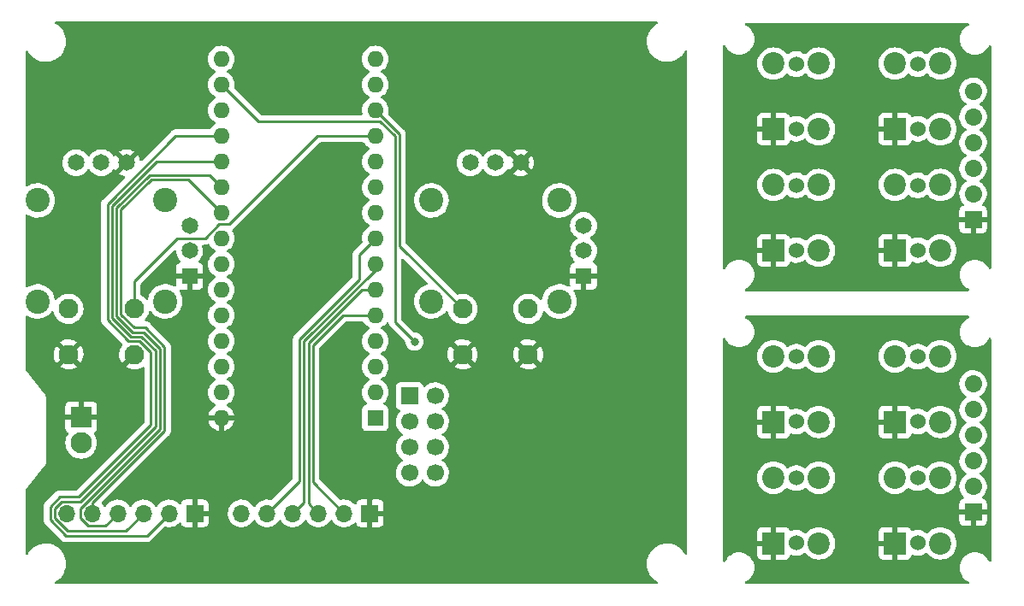
<source format=gbl>
%MOIN*%
%OFA0B0*%
%FSLAX46Y46*%
%IPPOS*%
%LPD*%
%AMHorizOval0*
20,1,$1,$2,$3,$4,$5,45*
1,1,$1,$2,$3*
1,1,$1,$2,$3*%
%AMRotRect0*
21,1,$1,$2,0,0,$3*%
%AMCOMP70*
4,1,3,
0.043307086614173228,-0.043307086614173235,
0.043307086614173235,0.043307086614173228,
-0.043307086614173228,0.043307086614173235,
-0.043307086614173235,-0.043307086614173228,
0*%
%AMCOMP80*
4,1,3,
0.033464566929133861,0.033464566929133847,
-0.033464566929133847,0.033464566929133861,
-0.033464566929133861,-0.033464566929133847,
0.033464566929133847,-0.033464566929133861,
0*%
%AMCOMP90*
4,1,2,
0,0,
0,0,
0,0,
0*
4,1,19,
-0.02366302220506163,0.023663022205061633,
-0.015192595463724989,0.029817147462996563,
-0.0052350116253620533,0.033052562578971149,
0.0052350116253620576,0.033052562578971149,
0.015192595463724992,0.029817147462996556,
0.023663022205061633,0.02366302220506163,
0.029817147462996567,0.015192595463724992,
0.033052562578971142,0.0052350116253620559,
0.033052562578971149,-0.0052350116253620533,
0.029817147462996563,-0.015192595463724992,
0.023663022205061633,-0.02366302220506163,
0.015192595463724978,-0.02981714746299657,
0.0052350116253620576,-0.033052562578971149,
-0.0052350116253620533,-0.033052562578971149,
-0.015192595463724989,-0.029817147462996563,
-0.02366302220506163,-0.023663022205061633,
-0.029817147462996563,-0.015192595463724997,
-0.033052562578971142,-0.005235011625362062,
-0.033052562578971149,0.0052350116253620516,
-0.029817147462996563,0.015192595463724989,
0*
4,1,19,
-0.02366302220506163,0.023663022205061633,
-0.015192595463724989,0.029817147462996563,
-0.0052350116253620533,0.033052562578971149,
0.0052350116253620576,0.033052562578971149,
0.015192595463724992,0.029817147462996556,
0.023663022205061633,0.02366302220506163,
0.029817147462996567,0.015192595463724992,
0.033052562578971142,0.0052350116253620559,
0.033052562578971149,-0.0052350116253620533,
0.029817147462996563,-0.015192595463724992,
0.023663022205061633,-0.02366302220506163,
0.015192595463724978,-0.02981714746299657,
0.0052350116253620576,-0.033052562578971149,
-0.0052350116253620533,-0.033052562578971149,
-0.015192595463724989,-0.029817147462996563,
-0.02366302220506163,-0.023663022205061633,
-0.029817147462996563,-0.015192595463724997,
-0.033052562578971142,-0.005235011625362062,
-0.033052562578971149,0.0052350116253620516,
-0.029817147462996563,0.015192595463724989,
0*%
%AMHorizOval1*
20,1,$1,$2,$3,$4,$5,45*
1,1,$1,$2,$3*
1,1,$1,$2,$3*%
%AMRotRect1*
21,1,$1,$2,0,0,$3*%
%AMCOMP250*
4,1,3,
0.033464566929133861,0.033464566929133847,
-0.033464566929133847,0.033464566929133861,
-0.033464566929133861,-0.033464566929133847,
0.033464566929133847,-0.033464566929133861,
0*%
%AMCOMP260*
4,1,2,
0,0,
0,0,
0,0,
0*
4,1,19,
-0.02366302220506163,0.023663022205061633,
-0.015192595463724989,0.029817147462996563,
-0.0052350116253620533,0.033052562578971149,
0.0052350116253620576,0.033052562578971149,
0.015192595463724992,0.029817147462996556,
0.023663022205061633,0.02366302220506163,
0.029817147462996567,0.015192595463724992,
0.033052562578971142,0.0052350116253620559,
0.033052562578971149,-0.0052350116253620533,
0.029817147462996563,-0.015192595463724992,
0.023663022205061633,-0.02366302220506163,
0.015192595463724978,-0.02981714746299657,
0.0052350116253620576,-0.033052562578971149,
-0.0052350116253620533,-0.033052562578971149,
-0.015192595463724989,-0.029817147462996563,
-0.02366302220506163,-0.023663022205061633,
-0.029817147462996563,-0.015192595463724997,
-0.033052562578971142,-0.005235011625362062,
-0.033052562578971149,0.0052350116253620516,
-0.029817147462996563,0.015192595463724989,
0*
4,1,19,
-0.02366302220506163,0.023663022205061633,
-0.015192595463724989,0.029817147462996563,
-0.0052350116253620533,0.033052562578971149,
0.0052350116253620576,0.033052562578971149,
0.015192595463724992,0.029817147462996556,
0.023663022205061633,0.02366302220506163,
0.029817147462996567,0.015192595463724992,
0.033052562578971142,0.0052350116253620559,
0.033052562578971149,-0.0052350116253620533,
0.029817147462996563,-0.015192595463724992,
0.023663022205061633,-0.02366302220506163,
0.015192595463724978,-0.02981714746299657,
0.0052350116253620576,-0.033052562578971149,
-0.0052350116253620533,-0.033052562578971149,
-0.015192595463724989,-0.029817147462996563,
-0.02366302220506163,-0.023663022205061633,
-0.029817147462996563,-0.015192595463724997,
-0.033052562578971142,-0.005235011625362062,
-0.033052562578971149,0.0052350116253620516,
-0.029817147462996563,0.015192595463724989,
0*%
%AMCOMP270*
4,1,3,
0.043307086614173228,-0.043307086614173235,
0.043307086614173235,0.043307086614173228,
-0.043307086614173228,0.043307086614173235,
-0.043307086614173235,-0.043307086614173228,
0*%
%ADD10R,0.082677165354330714X0.082677165354330714*%
%ADD11C,0.082677165354330714*%
%ADD12R,0.066929133858267723X0.066929133858267723*%
%ADD13C,0.066929133858267723*%
%ADD14R,0.062992125984251982X0.062992125984251982*%
%ADD15O,0.062992125984251982X0.062992125984251982*%
%ADD16O,0.066929133858267723X0.066929133858267723*%
%ADD17C,0.064960629921259838*%
%ADD18R,0.064960629921259838X0.064960629921259838*%
%ADD19C,0.094488188976377951*%
%ADD20C,0.076771653543307089*%
%ADD21C,0.031496062992125991*%
%ADD22C,0.00984251968503937*%
%AMCOMP53*
4,1,3,
0.043307086614173228,-0.043307086614173235,
0.043307086614173235,0.043307086614173228,
-0.043307086614173228,0.043307086614173235,
-0.043307086614173235,-0.043307086614173228,
0*%
%ADD33COMP53,2.2X2.2X45*%
%ADD34C,0.086614173228346469*%
%ADD35C,0.060000000000000005*%
%AMCOMP54*
4,1,3,
0.033464566929133861,0.033464566929133847,
-0.033464566929133847,0.033464566929133861,
-0.033464566929133861,-0.033464566929133847,
0.033464566929133847,-0.033464566929133861,
0*%
%ADD36COMP54,1.7X1.7X135*%
%AMCOMP55*
4,1,1,
0,0,
0,0,
0*
4,1,19,
-0.02366302220506163,0.023663022205061633,
-0.015192595463724989,0.029817147462996563,
-0.0052350116253620533,0.033052562578971149,
0.0052350116253620576,0.033052562578971149,
0.015192595463724992,0.029817147462996556,
0.023663022205061633,0.02366302220506163,
0.029817147462996567,0.015192595463724992,
0.033052562578971142,0.0052350116253620559,
0.033052562578971149,-0.0052350116253620533,
0.029817147462996563,-0.015192595463724992,
0.023663022205061633,-0.02366302220506163,
0.015192595463724978,-0.02981714746299657,
0.0052350116253620576,-0.033052562578971149,
-0.0052350116253620533,-0.033052562578971149,
-0.015192595463724989,-0.029817147462996563,
-0.02366302220506163,-0.023663022205061633,
-0.029817147462996563,-0.015192595463724997,
-0.033052562578971142,-0.005235011625362062,
-0.033052562578971149,0.0052350116253620516,
-0.029817147462996563,0.015192595463724989,
0*
4,1,19,
-0.02366302220506163,0.023663022205061633,
-0.015192595463724989,0.029817147462996563,
-0.0052350116253620533,0.033052562578971149,
0.0052350116253620576,0.033052562578971149,
0.015192595463724992,0.029817147462996556,
0.023663022205061633,0.02366302220506163,
0.029817147462996567,0.015192595463724992,
0.033052562578971142,0.0052350116253620559,
0.033052562578971149,-0.0052350116253620533,
0.029817147462996563,-0.015192595463724992,
0.023663022205061633,-0.02366302220506163,
0.015192595463724978,-0.02981714746299657,
0.0052350116253620576,-0.033052562578971149,
-0.0052350116253620533,-0.033052562578971149,
-0.015192595463724989,-0.029817147462996563,
-0.02366302220506163,-0.023663022205061633,
-0.029817147462996563,-0.015192595463724997,
-0.033052562578971142,-0.005235011625362062,
-0.033052562578971149,0.0052350116253620516,
-0.029817147462996563,0.015192595463724989,
0*%
%ADD37COMP55,1.7X0X0X0X0X0*%
%AMCOMP60*
4,1,3,
0.033464566929133861,0.033464566929133847,
-0.033464566929133847,0.033464566929133861,
-0.033464566929133861,-0.033464566929133847,
0.033464566929133847,-0.033464566929133861,
0*%
%ADD38COMP60,1.7X1.7X135*%
%AMCOMP61*
4,1,1,
0,0,
0,0,
0*
4,1,19,
-0.02366302220506163,0.023663022205061633,
-0.015192595463724989,0.029817147462996563,
-0.0052350116253620533,0.033052562578971149,
0.0052350116253620576,0.033052562578971149,
0.015192595463724992,0.029817147462996556,
0.023663022205061633,0.02366302220506163,
0.029817147462996567,0.015192595463724992,
0.033052562578971142,0.0052350116253620559,
0.033052562578971149,-0.0052350116253620533,
0.029817147462996563,-0.015192595463724992,
0.023663022205061633,-0.02366302220506163,
0.015192595463724978,-0.02981714746299657,
0.0052350116253620576,-0.033052562578971149,
-0.0052350116253620533,-0.033052562578971149,
-0.015192595463724989,-0.029817147462996563,
-0.02366302220506163,-0.023663022205061633,
-0.029817147462996563,-0.015192595463724997,
-0.033052562578971142,-0.005235011625362062,
-0.033052562578971149,0.0052350116253620516,
-0.029817147462996563,0.015192595463724989,
0*
4,1,19,
-0.02366302220506163,0.023663022205061633,
-0.015192595463724989,0.029817147462996563,
-0.0052350116253620533,0.033052562578971149,
0.0052350116253620576,0.033052562578971149,
0.015192595463724992,0.029817147462996556,
0.023663022205061633,0.02366302220506163,
0.029817147462996567,0.015192595463724992,
0.033052562578971142,0.0052350116253620559,
0.033052562578971149,-0.0052350116253620533,
0.029817147462996563,-0.015192595463724992,
0.023663022205061633,-0.02366302220506163,
0.015192595463724978,-0.02981714746299657,
0.0052350116253620576,-0.033052562578971149,
-0.0052350116253620533,-0.033052562578971149,
-0.015192595463724989,-0.029817147462996563,
-0.02366302220506163,-0.023663022205061633,
-0.029817147462996563,-0.015192595463724997,
-0.033052562578971142,-0.005235011625362062,
-0.033052562578971149,0.0052350116253620516,
-0.029817147462996563,0.015192595463724989,
0*%
%ADD39COMP61,1.7X0X0X0X0X0*%
%AMCOMP65*
4,1,3,
0.043307086614173228,-0.043307086614173235,
0.043307086614173235,0.043307086614173228,
-0.043307086614173228,0.043307086614173235,
-0.043307086614173235,-0.043307086614173228,
0*%
%ADD40COMP65,2.2X2.2X45*%
%ADD41C,0.086614173228346469*%
%ADD42C,0.060000000000000005*%
G01*
D10*
X0000000000Y0002234251D02*
X0000236220Y0000670078D03*
D11*
X0000236220Y0000570078D03*
D12*
X0001515748Y0000752952D03*
D13*
X0001615748Y0000752952D03*
X0001515748Y0000652952D03*
X0001615748Y0000652952D03*
X0001515748Y0000552952D03*
X0001615748Y0000552952D03*
X0001515748Y0000452952D03*
X0001615748Y0000452952D03*
D14*
X0001382283Y0000667322D03*
D15*
X0001382283Y0000767322D03*
X0001382283Y0000867322D03*
X0001382283Y0000967322D03*
X0001382283Y0001067322D03*
X0001382283Y0001167322D03*
X0001382283Y0001267322D03*
X0001382283Y0001367322D03*
X0001382283Y0001467322D03*
X0001382283Y0001567322D03*
X0001382283Y0001667322D03*
X0001382283Y0001767322D03*
X0001382283Y0001867322D03*
X0001382283Y0001967322D03*
X0001382283Y0002067322D03*
X0000782283Y0002067322D03*
X0000782283Y0001967322D03*
X0000782283Y0001867322D03*
X0000782283Y0001767322D03*
X0000782283Y0001667322D03*
X0000782283Y0001567322D03*
X0000782283Y0001467322D03*
X0000782283Y0001367322D03*
X0000782283Y0001267322D03*
X0000782283Y0001167322D03*
X0000782283Y0001067322D03*
X0000782283Y0000967322D03*
X0000782283Y0000867322D03*
X0000782283Y0000767322D03*
X0000782283Y0000667322D03*
D12*
X0000679133Y0000295275D03*
D16*
X0000579133Y0000295275D03*
X0000479133Y0000295275D03*
X0000379133Y0000295275D03*
X0000279133Y0000295275D03*
X0000179133Y0000295275D03*
D17*
X0000216535Y0001662598D03*
X0000314960Y0001662598D03*
X0000413385Y0001662598D03*
X0000658661Y0001417322D03*
X0000658661Y0001318897D03*
D18*
X0000658661Y0001220472D03*
D19*
X0000563976Y0001122047D03*
X0000065944Y0001122047D03*
X0000065944Y0001515748D03*
X0000563976Y0001515748D03*
D20*
X0000442913Y0000915354D03*
X0000187007Y0000915354D03*
X0000442913Y0001092519D03*
X0000187007Y0001092519D03*
X0001722440Y0001092519D03*
X0001978346Y0001092519D03*
X0001722440Y0000915354D03*
X0001978346Y0000915354D03*
D19*
X0002099409Y0001515748D03*
X0001601377Y0001515748D03*
X0001601377Y0001122047D03*
X0002099409Y0001122047D03*
D18*
X0002194094Y0001220472D03*
D17*
X0002194094Y0001318897D03*
X0002194094Y0001417322D03*
X0001948818Y0001662598D03*
X0001850393Y0001662598D03*
X0001751968Y0001662598D03*
D12*
X0001361417Y0000295275D03*
D16*
X0001261417Y0000295275D03*
X0001161417Y0000295275D03*
X0001061417Y0000295275D03*
X0000961417Y0000295275D03*
X0000861417Y0000295275D03*
D21*
X0001535433Y0000964566D03*
D22*
X0000492519Y0000208661D02*
X0000579133Y0000295275D01*
X0000175271Y0000208661D02*
X0000492519Y0000208661D01*
X0000115157Y0000268775D02*
X0000175271Y0000208661D01*
X0000115157Y0000321775D02*
X0000115157Y0000268775D01*
X0000152633Y0000359251D02*
X0000115157Y0000321775D01*
X0000227579Y0000359251D02*
X0000152633Y0000359251D01*
X0000507874Y0000639546D02*
X0000227579Y0000359251D01*
X0000464113Y0000966535D02*
X0000507874Y0000922774D01*
X0000507874Y0000922774D02*
X0000507874Y0000639546D01*
X0000338582Y0001049304D02*
X0000421351Y0000966535D01*
X0000338582Y0001500897D02*
X0000338582Y0001049304D01*
X0000421351Y0000966535D02*
X0000464113Y0000966535D01*
X0000605008Y0001767322D02*
X0000338582Y0001500897D01*
X0000782283Y0001767322D02*
X0000605008Y0001767322D01*
X0000410236Y0000226377D02*
X0000479133Y0000295275D01*
X0000182610Y0000226377D02*
X0000410236Y0000226377D01*
X0000132874Y0000314437D02*
X0000132874Y0000276114D01*
X0000159972Y0000341535D02*
X0000132874Y0000314437D01*
X0000234917Y0000341535D02*
X0000159972Y0000341535D01*
X0000471451Y0000984251D02*
X0000525590Y0000930113D01*
X0000525590Y0000930113D02*
X0000525590Y0000632208D01*
X0000428690Y0000984251D02*
X0000471451Y0000984251D01*
X0000525590Y0000632208D02*
X0000234917Y0000341535D01*
X0000356299Y0001056642D02*
X0000428690Y0000984251D01*
X0000530063Y0001667322D02*
X0000356299Y0001493558D01*
X0000782283Y0001667322D02*
X0000530063Y0001667322D01*
X0000356299Y0001493558D02*
X0000356299Y0001056642D01*
X0000132874Y0000276114D02*
X0000182610Y0000226377D01*
X0000653149Y0001596456D02*
X0000782283Y0001467322D01*
X0000509306Y0001596456D02*
X0000653149Y0001596456D01*
X0000391732Y0001478882D02*
X0000509306Y0001596456D01*
X0000391732Y0001071319D02*
X0000391732Y0001478882D01*
X0000443367Y0001019685D02*
X0000391732Y0001071319D01*
X0000561023Y0000944790D02*
X0000486128Y0001019685D01*
X0000279133Y0000335641D02*
X0000561023Y0000617531D01*
X0000561023Y0000617531D02*
X0000561023Y0000944790D01*
X0000486128Y0001019685D02*
X0000443367Y0001019685D01*
X0000279133Y0000295275D02*
X0000279133Y0000335641D01*
X0000329921Y0000246062D02*
X0000379133Y0000295275D01*
X0000262925Y0000246062D02*
X0000329921Y0000246062D01*
X0000232874Y0000276114D02*
X0000262925Y0000246062D01*
X0000232874Y0000314437D02*
X0000232874Y0000276114D01*
X0000543307Y0000624870D02*
X0000232874Y0000314437D01*
X0000543307Y0000937451D02*
X0000543307Y0000624870D01*
X0000436028Y0001001968D02*
X0000478790Y0001001968D01*
X0000478790Y0001001968D02*
X0000543307Y0000937451D01*
X0000374015Y0001063981D02*
X0000436028Y0001001968D01*
X0000374015Y0001486220D02*
X0000374015Y0001063981D01*
X0000501968Y0001614173D02*
X0000374015Y0001486220D01*
X0000735433Y0001614173D02*
X0000501968Y0001614173D01*
X0000782283Y0001567322D02*
X0000735433Y0001614173D01*
X0001157086Y0001767322D02*
X0001382283Y0001767322D01*
X0000812795Y0001423031D02*
X0001157086Y0001767322D01*
X0000773425Y0001423031D02*
X0000812795Y0001423031D01*
X0000442913Y0001200787D02*
X0000610236Y0001368110D01*
X0000718503Y0001368110D02*
X0000773425Y0001423031D01*
X0000442913Y0001092519D02*
X0000442913Y0001200787D01*
X0000610236Y0001368110D02*
X0000718503Y0001368110D01*
X0001458661Y0001041338D02*
X0001535433Y0000964566D01*
X0001458661Y0001765889D02*
X0001458661Y0001041338D01*
X0001401519Y0001823031D02*
X0001458661Y0001765889D01*
X0000926574Y0001823031D02*
X0001401519Y0001823031D01*
X0000782283Y0001967322D02*
X0000926574Y0001823031D01*
X0001255228Y0001067322D02*
X0001382283Y0001067322D01*
X0001139763Y0000416929D02*
X0001139763Y0000951858D01*
X0001139763Y0000951858D02*
X0001255228Y0001067322D01*
X0001261417Y0000295275D02*
X0001139763Y0000416929D01*
X0001382283Y0001244488D02*
X0001382283Y0001267322D01*
X0001104330Y0000966535D02*
X0001382283Y0001244488D01*
X0001104330Y0000338188D02*
X0001104330Y0000966535D01*
X0001061417Y0000295275D02*
X0001104330Y0000338188D01*
X0001318897Y0001303937D02*
X0001382283Y0001367322D01*
X0001318897Y0001206157D02*
X0001318897Y0001303937D01*
X0001086614Y0000973873D02*
X0001318897Y0001206157D01*
X0001086614Y0000420472D02*
X0001086614Y0000973873D01*
X0000961417Y0000295275D02*
X0001086614Y0000420472D01*
X0001330173Y0001167322D02*
X0001382283Y0001167322D01*
X0001122047Y0000959197D02*
X0001330173Y0001167322D01*
X0001122047Y0000334645D02*
X0001122047Y0000959197D01*
X0001161417Y0000295275D02*
X0001122047Y0000334645D01*
X0001476377Y0001773228D02*
X0001382283Y0001867322D01*
X0001476377Y0001338582D02*
X0001476377Y0001773228D01*
X0001722440Y0001092519D02*
X0001476377Y0001338582D01*
G36*
X0002481442Y0002213444D02*
G01*
X0002483273Y0002211332D01*
X0002483671Y0002208565D01*
X0002482510Y0002206023D01*
X0002481308Y0002205015D01*
X0002474595Y0002200997D01*
X0002474595Y0002200997D01*
X0002474450Y0002200910D01*
X0002466036Y0002194169D01*
X0002458614Y0002186348D01*
X0002452322Y0002177593D01*
X0002447277Y0002168064D01*
X0002447219Y0002167906D01*
X0002447219Y0002167905D01*
X0002445546Y0002163332D01*
X0002443572Y0002157939D01*
X0002441275Y0002147405D01*
X0002440429Y0002136656D01*
X0002440446Y0002136371D01*
X0002441050Y0002125892D01*
X0002443126Y0002115312D01*
X0002443180Y0002115153D01*
X0002443180Y0002115153D01*
X0002446563Y0002105272D01*
X0002446618Y0002105112D01*
X0002447765Y0002102832D01*
X0002450505Y0002097384D01*
X0002451462Y0002095480D01*
X0002451558Y0002095341D01*
X0002451558Y0002095341D01*
X0002457474Y0002086734D01*
X0002457569Y0002086594D01*
X0002464826Y0002078620D01*
X0002473097Y0002071704D01*
X0002473240Y0002071614D01*
X0002482087Y0002066064D01*
X0002482087Y0002066064D01*
X0002482230Y0002065975D01*
X0002484903Y0002064768D01*
X0002491903Y0002061607D01*
X0002491903Y0002061607D01*
X0002492057Y0002061538D01*
X0002492219Y0002061490D01*
X0002492219Y0002061490D01*
X0002502233Y0002058523D01*
X0002502233Y0002058523D01*
X0002502395Y0002058476D01*
X0002502561Y0002058450D01*
X0002502562Y0002058450D01*
X0002512885Y0002056870D01*
X0002512885Y0002056870D01*
X0002513052Y0002056845D01*
X0002518539Y0002056758D01*
X0002523664Y0002056678D01*
X0002523664Y0002056678D01*
X0002523833Y0002056675D01*
X0002534536Y0002057971D01*
X0002544965Y0002060707D01*
X0002545121Y0002060771D01*
X0002545121Y0002060771D01*
X0002549946Y0002062770D01*
X0002554926Y0002064833D01*
X0002564235Y0002070272D01*
X0002572720Y0002076925D01*
X0002574362Y0002078620D01*
X0002580105Y0002084546D01*
X0002580223Y0002084668D01*
X0002580322Y0002084803D01*
X0002580323Y0002084804D01*
X0002586506Y0002093221D01*
X0002586606Y0002093357D01*
X0002587758Y0002095480D01*
X0002588770Y0002097343D01*
X0002590742Y0002099324D01*
X0002593472Y0002099925D01*
X0002596093Y0002098954D01*
X0002597773Y0002096721D01*
X0002598090Y0002094976D01*
X0002598090Y0000139354D01*
X0002597303Y0000136672D01*
X0002595190Y0000134842D01*
X0002592423Y0000134444D01*
X0002589881Y0000135605D01*
X0002588721Y0000137079D01*
X0002587558Y0000139333D01*
X0002587558Y0000139333D01*
X0002587480Y0000139483D01*
X0002587088Y0000140042D01*
X0002581378Y0000148166D01*
X0002581281Y0000148304D01*
X0002573941Y0000156202D01*
X0002573811Y0000156309D01*
X0002573811Y0000156309D01*
X0002565729Y0000162924D01*
X0002565598Y0000163031D01*
X0002556405Y0000168665D01*
X0002556250Y0000168733D01*
X0002546687Y0000172931D01*
X0002546687Y0000172931D01*
X0002546533Y0000172998D01*
X0002536164Y0000175952D01*
X0002535996Y0000175976D01*
X0002535996Y0000175976D01*
X0002528103Y0000177099D01*
X0002525489Y0000177471D01*
X0002519826Y0000177501D01*
X0002514877Y0000177527D01*
X0002514876Y0000177527D01*
X0002514708Y0000177528D01*
X0002514541Y0000177506D01*
X0002514541Y0000177506D01*
X0002509854Y0000176889D01*
X0002504018Y0000176121D01*
X0002503855Y0000176076D01*
X0002503855Y0000176076D01*
X0002500984Y0000175290D01*
X0002493619Y0000173276D01*
X0002493463Y0000173209D01*
X0002483857Y0000169112D01*
X0002483857Y0000169112D01*
X0002483701Y0000169045D01*
X0002482918Y0000168576D01*
X0002474595Y0000163595D01*
X0002474595Y0000163595D01*
X0002474450Y0000163509D01*
X0002466036Y0000156767D01*
X0002458614Y0000148947D01*
X0002452322Y0000140191D01*
X0002447277Y0000130662D01*
X0002447219Y0000130504D01*
X0002447219Y0000130504D01*
X0002445546Y0000125930D01*
X0002443572Y0000120537D01*
X0002441275Y0000110003D01*
X0002441262Y0000109835D01*
X0002440487Y0000099984D01*
X0002440429Y0000099255D01*
X0002440446Y0000098970D01*
X0002441050Y0000088491D01*
X0002443126Y0000077911D01*
X0002443180Y0000077751D01*
X0002443180Y0000077751D01*
X0002446563Y0000067870D01*
X0002446618Y0000067710D01*
X0002447765Y0000065430D01*
X0002450505Y0000059982D01*
X0002451462Y0000058078D01*
X0002451558Y0000057939D01*
X0002451558Y0000057939D01*
X0002457474Y0000049332D01*
X0002457569Y0000049193D01*
X0002464826Y0000041218D01*
X0002473097Y0000034302D01*
X0002473240Y0000034212D01*
X0002481259Y0000029182D01*
X0002483113Y0000027090D01*
X0002483541Y0000024328D01*
X0002482408Y0000021773D01*
X0002480073Y0000020236D01*
X0002478623Y0000020019D01*
X0000139304Y0000020019D01*
X0000136622Y0000020807D01*
X0000134792Y0000022919D01*
X0000134394Y0000025686D01*
X0000135555Y0000028228D01*
X0000136801Y0000029263D01*
X0000142829Y0000032785D01*
X0000142829Y0000032785D01*
X0000142975Y0000032871D01*
X0000151460Y0000039523D01*
X0000153102Y0000041218D01*
X0000158845Y0000047145D01*
X0000158963Y0000047266D01*
X0000159063Y0000047402D01*
X0000159063Y0000047402D01*
X0000165246Y0000055819D01*
X0000165346Y0000055955D01*
X0000166423Y0000057939D01*
X0000170410Y0000065282D01*
X0000170410Y0000065282D01*
X0000170490Y0000065430D01*
X0000174301Y0000075516D01*
X0000175912Y0000082548D01*
X0000176671Y0000085861D01*
X0000176671Y0000085861D01*
X0000176708Y0000086026D01*
X0000177043Y0000089776D01*
X0000177658Y0000096668D01*
X0000177658Y0000096668D01*
X0000177667Y0000096765D01*
X0000177684Y0000098425D01*
X0000177586Y0000099862D01*
X0000176962Y0000109013D01*
X0000176962Y0000109013D01*
X0000176951Y0000109181D01*
X0000174765Y0000119739D01*
X0000171166Y0000129902D01*
X0000166220Y0000139483D01*
X0000165828Y0000140042D01*
X0000160118Y0000148166D01*
X0000160021Y0000148304D01*
X0000152682Y0000156202D01*
X0000152551Y0000156309D01*
X0000152551Y0000156309D01*
X0000144469Y0000162924D01*
X0000144338Y0000163031D01*
X0000135145Y0000168665D01*
X0000134990Y0000168733D01*
X0000125428Y0000172931D01*
X0000125427Y0000172931D01*
X0000125273Y0000172998D01*
X0000114904Y0000175952D01*
X0000114737Y0000175976D01*
X0000114736Y0000175976D01*
X0000106843Y0000177099D01*
X0000104230Y0000177471D01*
X0000098566Y0000177501D01*
X0000093617Y0000177527D01*
X0000093616Y0000177527D01*
X0000093448Y0000177528D01*
X0000093281Y0000177506D01*
X0000093281Y0000177506D01*
X0000088594Y0000176889D01*
X0000082758Y0000176121D01*
X0000082595Y0000176076D01*
X0000082595Y0000176076D01*
X0000079724Y0000175290D01*
X0000072359Y0000173276D01*
X0000072203Y0000173209D01*
X0000062597Y0000169112D01*
X0000062597Y0000169112D01*
X0000062442Y0000169045D01*
X0000061658Y0000168576D01*
X0000053335Y0000163595D01*
X0000053335Y0000163595D01*
X0000053190Y0000163509D01*
X0000044776Y0000156767D01*
X0000037354Y0000148947D01*
X0000031063Y0000140191D01*
X0000030984Y0000140042D01*
X0000029364Y0000136983D01*
X0000027413Y0000134981D01*
X0000024690Y0000134352D01*
X0000022058Y0000135295D01*
X0000020355Y0000137511D01*
X0000020019Y0000139304D01*
X0000020019Y0000322565D01*
X0000090030Y0000322565D01*
X0000090060Y0000322254D01*
X0000090194Y0000320832D01*
X0000090216Y0000320365D01*
X0000090216Y0000271876D01*
X0000090195Y0000271436D01*
X0000090129Y0000271141D01*
X0000090139Y0000270829D01*
X0000090139Y0000270829D01*
X0000090214Y0000268461D01*
X0000090216Y0000268305D01*
X0000090216Y0000267206D01*
X0000090236Y0000267051D01*
X0000090236Y0000267051D01*
X0000090236Y0000267049D01*
X0000090273Y0000266583D01*
X0000090327Y0000264843D01*
X0000090550Y0000264077D01*
X0000090708Y0000263315D01*
X0000090808Y0000262523D01*
X0000090923Y0000262233D01*
X0000090923Y0000262233D01*
X0000091448Y0000260905D01*
X0000091600Y0000260462D01*
X0000092085Y0000258791D01*
X0000092244Y0000258523D01*
X0000092244Y0000258523D01*
X0000092491Y0000258105D01*
X0000092834Y0000257406D01*
X0000093127Y0000256664D01*
X0000093311Y0000256412D01*
X0000093311Y0000256412D01*
X0000094151Y0000255256D01*
X0000094407Y0000254865D01*
X0000094821Y0000254166D01*
X0000095293Y0000253367D01*
X0000095857Y0000252803D01*
X0000096362Y0000252212D01*
X0000096831Y0000251566D01*
X0000097072Y0000251367D01*
X0000098173Y0000250456D01*
X0000098519Y0000250142D01*
X0000155442Y0000193218D01*
X0000155739Y0000192892D01*
X0000155901Y0000192637D01*
X0000156129Y0000192423D01*
X0000157856Y0000190801D01*
X0000157968Y0000190692D01*
X0000158745Y0000189915D01*
X0000158871Y0000189818D01*
X0000159226Y0000189515D01*
X0000160495Y0000188323D01*
X0000160768Y0000188173D01*
X0000160768Y0000188172D01*
X0000161194Y0000187939D01*
X0000161844Y0000187511D01*
X0000162474Y0000187023D01*
X0000162761Y0000186899D01*
X0000162761Y0000186899D01*
X0000164072Y0000186331D01*
X0000164491Y0000186126D01*
X0000166017Y0000185287D01*
X0000166319Y0000185210D01*
X0000166319Y0000185210D01*
X0000166789Y0000185089D01*
X0000167526Y0000184837D01*
X0000168258Y0000184520D01*
X0000168566Y0000184471D01*
X0000168566Y0000184471D01*
X0000169977Y0000184248D01*
X0000170434Y0000184153D01*
X0000171687Y0000183831D01*
X0000172120Y0000183720D01*
X0000172918Y0000183720D01*
X0000173694Y0000183659D01*
X0000174482Y0000183534D01*
X0000174792Y0000183564D01*
X0000175530Y0000183633D01*
X0000176215Y0000183698D01*
X0000176681Y0000183720D01*
X0000489418Y0000183720D01*
X0000489858Y0000183699D01*
X0000490153Y0000183633D01*
X0000490465Y0000183643D01*
X0000490465Y0000183643D01*
X0000492834Y0000183717D01*
X0000492989Y0000183720D01*
X0000494088Y0000183720D01*
X0000494243Y0000183740D01*
X0000494246Y0000183740D01*
X0000494712Y0000183777D01*
X0000495982Y0000183816D01*
X0000496140Y0000183821D01*
X0000496452Y0000183831D01*
X0000497218Y0000184054D01*
X0000497980Y0000184212D01*
X0000498461Y0000184272D01*
X0000498461Y0000184272D01*
X0000498771Y0000184312D01*
X0000499061Y0000184426D01*
X0000499061Y0000184426D01*
X0000500390Y0000184952D01*
X0000500832Y0000185104D01*
X0000502204Y0000185502D01*
X0000502204Y0000185502D01*
X0000502503Y0000185589D01*
X0000502772Y0000185748D01*
X0000502772Y0000185748D01*
X0000503190Y0000185995D01*
X0000503888Y0000186338D01*
X0000504630Y0000186631D01*
X0000506038Y0000187654D01*
X0000506429Y0000187911D01*
X0000507658Y0000188638D01*
X0000507658Y0000188638D01*
X0000507927Y0000188797D01*
X0000508491Y0000189361D01*
X0000509083Y0000189866D01*
X0000509476Y0000190152D01*
X0000509728Y0000190335D01*
X0000510838Y0000191677D01*
X0000511153Y0000192022D01*
X0000561202Y0000242072D01*
X0000563655Y0000243412D01*
X0000565699Y0000243425D01*
X0000572779Y0000241985D01*
X0000572983Y0000241978D01*
X0000572983Y0000241978D01*
X0000581365Y0000241670D01*
X0000581365Y0000241670D01*
X0000581568Y0000241663D01*
X0000581769Y0000241689D01*
X0000581770Y0000241689D01*
X0000590090Y0000242754D01*
X0000590090Y0000242754D01*
X0000590291Y0000242780D01*
X0000591828Y0000243241D01*
X0000598520Y0000245249D01*
X0000598521Y0000245249D01*
X0000598715Y0000245308D01*
X0000606613Y0000249177D01*
X0000613774Y0000254284D01*
X0000614749Y0000255256D01*
X0000618050Y0000258545D01*
X0000620505Y0000259881D01*
X0000623293Y0000259676D01*
X0000625528Y0000257997D01*
X0000626196Y0000256773D01*
X0000627821Y0000252438D01*
X0000628158Y0000251824D01*
X0000631169Y0000247806D01*
X0000631664Y0000247311D01*
X0000635683Y0000244299D01*
X0000636297Y0000243963D01*
X0000641039Y0000242185D01*
X0000641639Y0000242043D01*
X0000643642Y0000241825D01*
X0000643910Y0000241811D01*
X0000668420Y0000241811D01*
X0000669020Y0000241987D01*
X0000669068Y0000242041D01*
X0000669133Y0000242344D01*
X0000669133Y0000242524D01*
X0000689133Y0000242524D01*
X0000689310Y0000241924D01*
X0000689364Y0000241876D01*
X0000689667Y0000241811D01*
X0000714357Y0000241811D01*
X0000714625Y0000241825D01*
X0000716628Y0000242043D01*
X0000717228Y0000242185D01*
X0000721970Y0000243963D01*
X0000722584Y0000244299D01*
X0000726603Y0000247311D01*
X0000727097Y0000247806D01*
X0000730109Y0000251824D01*
X0000730445Y0000252438D01*
X0000732223Y0000257180D01*
X0000732366Y0000257781D01*
X0000732583Y0000259784D01*
X0000732598Y0000260052D01*
X0000732598Y0000284562D01*
X0000732422Y0000285162D01*
X0000732367Y0000285209D01*
X0000732065Y0000285275D01*
X0000689847Y0000285275D01*
X0000689247Y0000285099D01*
X0000689199Y0000285044D01*
X0000689133Y0000284742D01*
X0000689133Y0000242524D01*
X0000669133Y0000242524D01*
X0000669133Y0000305988D01*
X0000689133Y0000305988D01*
X0000689310Y0000305388D01*
X0000689364Y0000305341D01*
X0000689667Y0000305275D01*
X0000731885Y0000305275D01*
X0000732485Y0000305451D01*
X0000732532Y0000305506D01*
X0000732598Y0000305808D01*
X0000732598Y0000330498D01*
X0000732583Y0000330767D01*
X0000732366Y0000332769D01*
X0000732223Y0000333370D01*
X0000730445Y0000338112D01*
X0000730109Y0000338726D01*
X0000727097Y0000342745D01*
X0000726603Y0000343239D01*
X0000722584Y0000346251D01*
X0000721970Y0000346587D01*
X0000717228Y0000348365D01*
X0000716627Y0000348508D01*
X0000714625Y0000348725D01*
X0000714357Y0000348740D01*
X0000689847Y0000348740D01*
X0000689247Y0000348563D01*
X0000689199Y0000348509D01*
X0000689133Y0000348206D01*
X0000689133Y0000305988D01*
X0000669133Y0000305988D01*
X0000669133Y0000348026D01*
X0000668957Y0000348626D01*
X0000668902Y0000348674D01*
X0000668600Y0000348740D01*
X0000643910Y0000348740D01*
X0000643642Y0000348725D01*
X0000641639Y0000348508D01*
X0000641039Y0000348365D01*
X0000636297Y0000346587D01*
X0000635683Y0000346251D01*
X0000631664Y0000343239D01*
X0000631169Y0000342745D01*
X0000628158Y0000338726D01*
X0000627821Y0000338112D01*
X0000626192Y0000333766D01*
X0000624513Y0000331531D01*
X0000621893Y0000330559D01*
X0000619163Y0000331158D01*
X0000617878Y0000332169D01*
X0000615872Y0000334374D01*
X0000615871Y0000334375D01*
X0000615735Y0000334525D01*
X0000615575Y0000334651D01*
X0000615575Y0000334651D01*
X0000608992Y0000339850D01*
X0000608992Y0000339850D01*
X0000608833Y0000339976D01*
X0000601133Y0000344226D01*
X0000600941Y0000344294D01*
X0000600941Y0000344294D01*
X0000593034Y0000347094D01*
X0000593034Y0000347094D01*
X0000592842Y0000347162D01*
X0000592642Y0000347198D01*
X0000592642Y0000347198D01*
X0000584384Y0000348669D01*
X0000584384Y0000348669D01*
X0000584184Y0000348704D01*
X0000581277Y0000348740D01*
X0000575593Y0000348809D01*
X0000575593Y0000348809D01*
X0000575390Y0000348812D01*
X0000566696Y0000347482D01*
X0000558336Y0000344749D01*
X0000550535Y0000340688D01*
X0000550372Y0000340566D01*
X0000550372Y0000340566D01*
X0000543764Y0000335604D01*
X0000543502Y0000335408D01*
X0000537426Y0000329049D01*
X0000533196Y0000322849D01*
X0000531035Y0000321077D01*
X0000528258Y0000320756D01*
X0000525748Y0000321986D01*
X0000524934Y0000322950D01*
X0000521764Y0000327849D01*
X0000521764Y0000327849D01*
X0000521654Y0000328020D01*
X0000515735Y0000334525D01*
X0000515575Y0000334651D01*
X0000515575Y0000334651D01*
X0000508992Y0000339850D01*
X0000508992Y0000339850D01*
X0000508833Y0000339976D01*
X0000501133Y0000344226D01*
X0000500941Y0000344294D01*
X0000500941Y0000344294D01*
X0000493034Y0000347094D01*
X0000493034Y0000347094D01*
X0000492842Y0000347162D01*
X0000492642Y0000347198D01*
X0000492642Y0000347198D01*
X0000484384Y0000348669D01*
X0000484384Y0000348669D01*
X0000484184Y0000348704D01*
X0000481277Y0000348740D01*
X0000475593Y0000348809D01*
X0000475593Y0000348809D01*
X0000475390Y0000348812D01*
X0000466696Y0000347482D01*
X0000458336Y0000344749D01*
X0000450535Y0000340688D01*
X0000450372Y0000340566D01*
X0000450372Y0000340566D01*
X0000443764Y0000335604D01*
X0000443502Y0000335408D01*
X0000437426Y0000329049D01*
X0000433196Y0000322849D01*
X0000431035Y0000321077D01*
X0000428258Y0000320756D01*
X0000425748Y0000321986D01*
X0000424934Y0000322950D01*
X0000421764Y0000327849D01*
X0000421764Y0000327849D01*
X0000421654Y0000328020D01*
X0000415735Y0000334525D01*
X0000415575Y0000334651D01*
X0000415575Y0000334651D01*
X0000408992Y0000339850D01*
X0000408992Y0000339850D01*
X0000408833Y0000339976D01*
X0000401133Y0000344226D01*
X0000400941Y0000344294D01*
X0000400941Y0000344294D01*
X0000393034Y0000347094D01*
X0000393034Y0000347094D01*
X0000392842Y0000347162D01*
X0000392642Y0000347198D01*
X0000392642Y0000347198D01*
X0000384384Y0000348669D01*
X0000384384Y0000348669D01*
X0000384184Y0000348704D01*
X0000381277Y0000348740D01*
X0000375593Y0000348809D01*
X0000375593Y0000348809D01*
X0000375390Y0000348812D01*
X0000366696Y0000347482D01*
X0000358336Y0000344749D01*
X0000350535Y0000340688D01*
X0000350372Y0000340566D01*
X0000350372Y0000340566D01*
X0000343764Y0000335604D01*
X0000343502Y0000335408D01*
X0000337426Y0000329049D01*
X0000333196Y0000322849D01*
X0000331035Y0000321077D01*
X0000328258Y0000320756D01*
X0000325748Y0000321986D01*
X0000324933Y0000322950D01*
X0000321764Y0000327849D01*
X0000321764Y0000327849D01*
X0000321654Y0000328020D01*
X0000320954Y0000328789D01*
X0000317754Y0000332306D01*
X0000316532Y0000334819D01*
X0000316862Y0000337595D01*
X0000317916Y0000339152D01*
X0000576466Y0000597702D01*
X0000576792Y0000597999D01*
X0000577047Y0000598161D01*
X0000578883Y0000600116D01*
X0000578992Y0000600228D01*
X0000579769Y0000601005D01*
X0000579866Y0000601131D01*
X0000580170Y0000601486D01*
X0000581147Y0000602527D01*
X0000581361Y0000602755D01*
X0000581512Y0000603028D01*
X0000581512Y0000603028D01*
X0000581745Y0000603454D01*
X0000582173Y0000604104D01*
X0000582470Y0000604488D01*
X0000582661Y0000604734D01*
X0000582785Y0000605020D01*
X0000582785Y0000605021D01*
X0000583353Y0000606332D01*
X0000583558Y0000606751D01*
X0000584397Y0000608277D01*
X0000584595Y0000609049D01*
X0000584847Y0000609786D01*
X0000585040Y0000610231D01*
X0000585040Y0000610231D01*
X0000585164Y0000610518D01*
X0000585213Y0000610826D01*
X0000585213Y0000610826D01*
X0000585436Y0000612237D01*
X0000585531Y0000612694D01*
X0000585886Y0000614078D01*
X0000585886Y0000614078D01*
X0000585964Y0000614380D01*
X0000585964Y0000615178D01*
X0000586025Y0000615954D01*
X0000586101Y0000616433D01*
X0000586150Y0000616742D01*
X0000585986Y0000618475D01*
X0000585964Y0000618941D01*
X0000585964Y0000656829D01*
X0000731782Y0000656829D01*
X0000733652Y0000649851D01*
X0000733799Y0000649446D01*
X0000737424Y0000641672D01*
X0000737640Y0000641298D01*
X0000742560Y0000634272D01*
X0000742837Y0000633941D01*
X0000748902Y0000627877D01*
X0000749233Y0000627599D01*
X0000756259Y0000622679D01*
X0000756633Y0000622464D01*
X0000764407Y0000618838D01*
X0000764812Y0000618691D01*
X0000771594Y0000616874D01*
X0000772149Y0000616887D01*
X0000772283Y0000617200D01*
X0000772283Y0000617402D01*
X0000792283Y0000617402D01*
X0000792439Y0000616870D01*
X0000792776Y0000616821D01*
X0000799754Y0000618691D01*
X0000800159Y0000618838D01*
X0000807933Y0000622464D01*
X0000808307Y0000622679D01*
X0000815333Y0000627599D01*
X0000815664Y0000627877D01*
X0000821728Y0000633941D01*
X0000822006Y0000634272D01*
X0000826926Y0000641298D01*
X0000827142Y0000641672D01*
X0000830767Y0000649446D01*
X0000830914Y0000649851D01*
X0000832732Y0000656633D01*
X0000832718Y0000657188D01*
X0000832406Y0000657322D01*
X0000792996Y0000657322D01*
X0000792396Y0000657146D01*
X0000792349Y0000657091D01*
X0000792283Y0000656789D01*
X0000792283Y0000617402D01*
X0000772283Y0000617402D01*
X0000772283Y0000656609D01*
X0000772107Y0000657209D01*
X0000772052Y0000657257D01*
X0000771750Y0000657322D01*
X0000732363Y0000657322D01*
X0000731830Y0000657166D01*
X0000731782Y0000656829D01*
X0000585964Y0000656829D01*
X0000585964Y0000941688D01*
X0000585985Y0000942129D01*
X0000586051Y0000942424D01*
X0000585967Y0000945104D01*
X0000585964Y0000945260D01*
X0000585964Y0000946359D01*
X0000585944Y0000946516D01*
X0000585907Y0000946982D01*
X0000585882Y0000947790D01*
X0000585853Y0000948722D01*
X0000585630Y0000949488D01*
X0000585472Y0000950250D01*
X0000585426Y0000950615D01*
X0000585372Y0000951041D01*
X0000585258Y0000951331D01*
X0000585258Y0000951332D01*
X0000584732Y0000952660D01*
X0000584580Y0000953102D01*
X0000584182Y0000954474D01*
X0000584182Y0000954474D01*
X0000584095Y0000954773D01*
X0000583689Y0000955460D01*
X0000583346Y0000956159D01*
X0000583168Y0000956610D01*
X0000583053Y0000956900D01*
X0000582030Y0000958309D01*
X0000581773Y0000958699D01*
X0000581046Y0000959929D01*
X0000580887Y0000960197D01*
X0000580323Y0000960761D01*
X0000579818Y0000961353D01*
X0000579532Y0000961746D01*
X0000579349Y0000961998D01*
X0000578007Y0000963108D01*
X0000577662Y0000963423D01*
X0000505957Y0001035128D01*
X0000505660Y0001035454D01*
X0000505498Y0001035709D01*
X0000503543Y0001037545D01*
X0000503432Y0001037653D01*
X0000502654Y0001038430D01*
X0000502529Y0001038528D01*
X0000502173Y0001038831D01*
X0000501334Y0001039620D01*
X0000500905Y0001040023D01*
X0000500631Y0001040173D01*
X0000500631Y0001040173D01*
X0000500205Y0001040407D01*
X0000499555Y0001040834D01*
X0000499434Y0001040928D01*
X0000498925Y0001041323D01*
X0000498639Y0001041447D01*
X0000498639Y0001041447D01*
X0000497327Y0001042014D01*
X0000496908Y0001042220D01*
X0000495382Y0001043058D01*
X0000494610Y0001043257D01*
X0000493874Y0001043509D01*
X0000493428Y0001043702D01*
X0000493428Y0001043702D01*
X0000493142Y0001043826D01*
X0000492834Y0001043874D01*
X0000492833Y0001043874D01*
X0000491422Y0001044098D01*
X0000490965Y0001044193D01*
X0000489581Y0001044548D01*
X0000489581Y0001044548D01*
X0000489279Y0001044625D01*
X0000488967Y0001044625D01*
X0000488946Y0001044628D01*
X0000486384Y0001045746D01*
X0000484833Y0001048071D01*
X0000484785Y0001050865D01*
X0000486066Y0001053063D01*
X0000487399Y0001054392D01*
X0000487543Y0001054536D01*
X0000493148Y0001062335D01*
X0000493239Y0001062520D01*
X0000497313Y0001070762D01*
X0000497313Y0001070762D01*
X0000497403Y0001070945D01*
X0000498693Y0001075192D01*
X0000500136Y0001079939D01*
X0000500136Y0001079940D01*
X0000500195Y0001080134D01*
X0000500222Y0001080336D01*
X0000500222Y0001080336D01*
X0000500270Y0001080704D01*
X0000501401Y0001083260D01*
X0000503734Y0001084799D01*
X0000506529Y0001084833D01*
X0000508898Y0001083350D01*
X0000509163Y0001083025D01*
X0000512959Y0001077941D01*
X0000512959Y0001077941D01*
X0000513069Y0001077794D01*
X0000513199Y0001077665D01*
X0000513199Y0001077665D01*
X0000517081Y0001073817D01*
X0000520169Y0001070756D01*
X0000520317Y0001070647D01*
X0000520317Y0001070647D01*
X0000520556Y0001070471D01*
X0000528232Y0001064844D01*
X0000528394Y0001064758D01*
X0000528395Y0001064758D01*
X0000529506Y0001064173D01*
X0000537079Y0001060189D01*
X0000541749Y0001058558D01*
X0000543615Y0001057906D01*
X0000546518Y0001056893D01*
X0000556340Y0001055028D01*
X0000561083Y0001054842D01*
X0000566146Y0001054643D01*
X0000566146Y0001054643D01*
X0000566330Y0001054635D01*
X0000570227Y0001055062D01*
X0000576085Y0001055704D01*
X0000576085Y0001055704D01*
X0000576268Y0001055724D01*
X0000580577Y0001056858D01*
X0000585758Y0001058222D01*
X0000585936Y0001058269D01*
X0000590604Y0001060275D01*
X0000594953Y0001062143D01*
X0000594953Y0001062143D01*
X0000595122Y0001062216D01*
X0000595279Y0001062313D01*
X0000595279Y0001062313D01*
X0000603467Y0001067380D01*
X0000603467Y0001067380D01*
X0000603623Y0001067477D01*
X0000607505Y0001070762D01*
X0000611113Y0001073817D01*
X0000611113Y0001073817D01*
X0000611254Y0001073936D01*
X0000617846Y0001081453D01*
X0000617945Y0001081608D01*
X0000623155Y0001089707D01*
X0000623254Y0001089861D01*
X0000627360Y0001098977D01*
X0000630074Y0001108599D01*
X0000630847Y0001114674D01*
X0000631320Y0001118393D01*
X0000631320Y0001118394D01*
X0000631336Y0001118517D01*
X0000631374Y0001119971D01*
X0000631425Y0001121922D01*
X0000631428Y0001122047D01*
X0000631017Y0001127581D01*
X0000630701Y0001131834D01*
X0000630701Y0001131834D01*
X0000630687Y0001132017D01*
X0000630647Y0001132196D01*
X0000628522Y0001141589D01*
X0000628481Y0001141768D01*
X0000627761Y0001143620D01*
X0000624924Y0001150914D01*
X0000624924Y0001150914D01*
X0000624857Y0001151086D01*
X0000624049Y0001152500D01*
X0000619988Y0001159606D01*
X0000619988Y0001159606D01*
X0000619896Y0001159766D01*
X0000619708Y0001160005D01*
X0000619692Y0001160045D01*
X0000619680Y0001160063D01*
X0000619683Y0001160066D01*
X0000618666Y0001162599D01*
X0000619192Y0001165344D01*
X0000621118Y0001167369D01*
X0000623834Y0001168031D01*
X0000624139Y0001168008D01*
X0000624154Y0001168006D01*
X0000624422Y0001167992D01*
X0000647948Y0001167992D01*
X0000648548Y0001168168D01*
X0000648595Y0001168223D01*
X0000648661Y0001168525D01*
X0000648661Y0001168705D01*
X0000668661Y0001168705D01*
X0000668837Y0001168105D01*
X0000668892Y0001168057D01*
X0000669194Y0001167992D01*
X0000692900Y0001167992D01*
X0000693168Y0001168006D01*
X0000695171Y0001168224D01*
X0000695771Y0001168366D01*
X0000700513Y0001170144D01*
X0000701127Y0001170480D01*
X0000705146Y0001173492D01*
X0000705641Y0001173987D01*
X0000708652Y0001178005D01*
X0000708989Y0001178619D01*
X0000710766Y0001183361D01*
X0000710909Y0001183962D01*
X0000711127Y0001185965D01*
X0000711141Y0001186233D01*
X0000711141Y0001209759D01*
X0000710965Y0001210359D01*
X0000710910Y0001210406D01*
X0000710608Y0001210472D01*
X0000669374Y0001210472D01*
X0000668774Y0001210296D01*
X0000668727Y0001210241D01*
X0000668661Y0001209939D01*
X0000668661Y0001168705D01*
X0000648661Y0001168705D01*
X0000648661Y0001209759D01*
X0000648485Y0001210359D01*
X0000648430Y0001210406D01*
X0000648127Y0001210472D01*
X0000606894Y0001210472D01*
X0000606294Y0001210296D01*
X0000606246Y0001210241D01*
X0000606181Y0001209939D01*
X0000606181Y0001186233D01*
X0000606195Y0001185964D01*
X0000606353Y0001184511D01*
X0000605860Y0001181760D01*
X0000603957Y0001179712D01*
X0000601250Y0001179018D01*
X0000598594Y0001179900D01*
X0000598473Y0001179984D01*
X0000598361Y0001180061D01*
X0000598361Y0001180061D01*
X0000598211Y0001180166D01*
X0000598046Y0001180247D01*
X0000598046Y0001180247D01*
X0000589409Y0001184506D01*
X0000589409Y0001184506D01*
X0000589244Y0001184588D01*
X0000579722Y0001187635D01*
X0000579541Y0001187665D01*
X0000570036Y0001189213D01*
X0000570036Y0001189213D01*
X0000569855Y0001189242D01*
X0000564856Y0001189308D01*
X0000560042Y0001189371D01*
X0000560042Y0001189371D01*
X0000559858Y0001189373D01*
X0000549952Y0001188025D01*
X0000540354Y0001185228D01*
X0000531274Y0001181042D01*
X0000531120Y0001180941D01*
X0000523068Y0001175661D01*
X0000523067Y0001175661D01*
X0000522913Y0001175560D01*
X0000520596Y0001173492D01*
X0000517212Y0001170471D01*
X0000515455Y0001168903D01*
X0000509062Y0001161217D01*
X0000503875Y0001152670D01*
X0000503804Y0001152500D01*
X0000503804Y0001152500D01*
X0000500262Y0001144053D01*
X0000500009Y0001143450D01*
X0000499964Y0001143271D01*
X0000499964Y0001143271D01*
X0000499537Y0001141589D01*
X0000497548Y0001133760D01*
X0000497373Y0001132017D01*
X0000497349Y0001131780D01*
X0000496297Y0001129190D01*
X0000494012Y0001127581D01*
X0000491219Y0001127462D01*
X0000488744Y0001128938D01*
X0000483019Y0001135230D01*
X0000483019Y0001135230D01*
X0000482882Y0001135381D01*
X0000482722Y0001135507D01*
X0000482722Y0001135507D01*
X0000475504Y0001141207D01*
X0000475504Y0001141207D01*
X0000475345Y0001141333D01*
X0000470417Y0001144053D01*
X0000468450Y0001146039D01*
X0000467854Y0001148396D01*
X0000467854Y0001188401D01*
X0000468641Y0001191083D01*
X0000469307Y0001191909D01*
X0000597660Y0001320263D01*
X0000600114Y0001321602D01*
X0000602902Y0001321403D01*
X0000605139Y0001319728D01*
X0000606110Y0001317187D01*
X0000606420Y0001313639D01*
X0000606761Y0001309746D01*
X0000606817Y0001309537D01*
X0000606817Y0001309537D01*
X0000608633Y0001302760D01*
X0000609139Y0001300872D01*
X0000609230Y0001300676D01*
X0000609230Y0001300676D01*
X0000612929Y0001292743D01*
X0000612929Y0001292743D01*
X0000613021Y0001292547D01*
X0000613145Y0001292369D01*
X0000613145Y0001292369D01*
X0000616303Y0001287859D01*
X0000618290Y0001285022D01*
X0000622782Y0001280530D01*
X0000624122Y0001278076D01*
X0000623922Y0001275288D01*
X0000622247Y0001273051D01*
X0000621016Y0001272377D01*
X0000616808Y0001270800D01*
X0000616194Y0001270463D01*
X0000612176Y0001267452D01*
X0000611681Y0001266957D01*
X0000608669Y0001262938D01*
X0000608333Y0001262324D01*
X0000606555Y0001257582D01*
X0000606413Y0001256982D01*
X0000606195Y0001254979D01*
X0000606181Y0001254711D01*
X0000606181Y0001231185D01*
X0000606357Y0001230585D01*
X0000606412Y0001230538D01*
X0000606714Y0001230472D01*
X0000710428Y0001230472D01*
X0000711028Y0001230648D01*
X0000711075Y0001230703D01*
X0000711141Y0001231005D01*
X0000711141Y0001254711D01*
X0000711127Y0001254979D01*
X0000710909Y0001256982D01*
X0000710766Y0001257582D01*
X0000708989Y0001262324D01*
X0000708652Y0001262938D01*
X0000705641Y0001266957D01*
X0000705146Y0001267452D01*
X0000701127Y0001270463D01*
X0000700513Y0001270800D01*
X0000696306Y0001272377D01*
X0000694071Y0001274056D01*
X0000693099Y0001276676D01*
X0000693697Y0001279407D01*
X0000694540Y0001280530D01*
X0000699032Y0001285022D01*
X0000701018Y0001287859D01*
X0000704177Y0001292369D01*
X0000704177Y0001292369D01*
X0000704301Y0001292547D01*
X0000704392Y0001292743D01*
X0000704392Y0001292743D01*
X0000708092Y0001300676D01*
X0000708092Y0001300676D01*
X0000708183Y0001300872D01*
X0000708689Y0001302760D01*
X0000710505Y0001309537D01*
X0000710505Y0001309537D01*
X0000710561Y0001309746D01*
X0000711361Y0001318897D01*
X0000710561Y0001328048D01*
X0000708183Y0001336922D01*
X0000708286Y0001336949D01*
X0000708134Y0001339296D01*
X0000709491Y0001341740D01*
X0000711953Y0001343063D01*
X0000712974Y0001343169D01*
X0000715402Y0001343169D01*
X0000715843Y0001343148D01*
X0000716138Y0001343082D01*
X0000716450Y0001343092D01*
X0000716450Y0001343092D01*
X0000718818Y0001343166D01*
X0000718974Y0001343169D01*
X0000720073Y0001343169D01*
X0000720227Y0001343188D01*
X0000720230Y0001343189D01*
X0000720696Y0001343225D01*
X0000721966Y0001343265D01*
X0000722124Y0001343270D01*
X0000722436Y0001343280D01*
X0000723202Y0001343503D01*
X0000723964Y0001343660D01*
X0000724446Y0001343721D01*
X0000724446Y0001343721D01*
X0000724755Y0001343760D01*
X0000725045Y0001343875D01*
X0000725046Y0001343875D01*
X0000726374Y0001344401D01*
X0000726816Y0001344553D01*
X0000728188Y0001344951D01*
X0000728188Y0001344951D01*
X0000728487Y0001345038D01*
X0000728756Y0001345197D01*
X0000728756Y0001345197D01*
X0000729174Y0001345444D01*
X0000729873Y0001345787D01*
X0000730263Y0001345941D01*
X0000733046Y0001346196D01*
X0000735526Y0001344906D01*
X0000736585Y0001343425D01*
X0000737407Y0001341662D01*
X0000737407Y0001341662D01*
X0000737499Y0001341466D01*
X0000742669Y0001334082D01*
X0000749043Y0001327708D01*
X0000749220Y0001327584D01*
X0000749220Y0001327584D01*
X0000752298Y0001325429D01*
X0000756427Y0001322538D01*
X0000756623Y0001322447D01*
X0000756623Y0001322446D01*
X0000757970Y0001321818D01*
X0000760068Y0001319971D01*
X0000760834Y0001317283D01*
X0000760026Y0001314607D01*
X0000757970Y0001312826D01*
X0000756623Y0001312198D01*
X0000756623Y0001312198D01*
X0000756427Y0001312107D01*
X0000752756Y0001309537D01*
X0000749220Y0001307061D01*
X0000749220Y0001307061D01*
X0000749043Y0001306936D01*
X0000742669Y0001300562D01*
X0000737499Y0001293179D01*
X0000737407Y0001292982D01*
X0000737407Y0001292982D01*
X0000735374Y0001288622D01*
X0000733689Y0001285009D01*
X0000733633Y0001284800D01*
X0000733633Y0001284800D01*
X0000731412Y0001276511D01*
X0000731356Y0001276302D01*
X0000730570Y0001267322D01*
X0000731356Y0001258343D01*
X0000731412Y0001258133D01*
X0000731412Y0001258133D01*
X0000731721Y0001256982D01*
X0000733689Y0001249636D01*
X0000733781Y0001249440D01*
X0000733781Y0001249439D01*
X0000737407Y0001241662D01*
X0000737407Y0001241662D01*
X0000737499Y0001241466D01*
X0000742669Y0001234082D01*
X0000749043Y0001227708D01*
X0000749220Y0001227584D01*
X0000749220Y0001227584D01*
X0000752298Y0001225429D01*
X0000756427Y0001222538D01*
X0000756623Y0001222447D01*
X0000756623Y0001222446D01*
X0000757970Y0001221818D01*
X0000760068Y0001219971D01*
X0000760834Y0001217283D01*
X0000760026Y0001214607D01*
X0000757970Y0001212826D01*
X0000756623Y0001212198D01*
X0000756623Y0001212198D01*
X0000756427Y0001212107D01*
X0000755948Y0001211772D01*
X0000749220Y0001207061D01*
X0000749220Y0001207061D01*
X0000749043Y0001206936D01*
X0000742669Y0001200562D01*
X0000737499Y0001193179D01*
X0000737407Y0001192982D01*
X0000737407Y0001192982D01*
X0000733781Y0001185205D01*
X0000733689Y0001185009D01*
X0000733633Y0001184800D01*
X0000733633Y0001184800D01*
X0000731652Y0001177408D01*
X0000731356Y0001176302D01*
X0000730570Y0001167322D01*
X0000731356Y0001158343D01*
X0000731412Y0001158133D01*
X0000731412Y0001158133D01*
X0000733337Y0001150951D01*
X0000733689Y0001149636D01*
X0000733781Y0001149440D01*
X0000733781Y0001149439D01*
X0000737407Y0001141662D01*
X0000737407Y0001141662D01*
X0000737499Y0001141466D01*
X0000739330Y0001138851D01*
X0000741865Y0001135230D01*
X0000742669Y0001134082D01*
X0000749043Y0001127708D01*
X0000749220Y0001127584D01*
X0000749220Y0001127584D01*
X0000752298Y0001125429D01*
X0000756427Y0001122538D01*
X0000756623Y0001122447D01*
X0000756623Y0001122446D01*
X0000757970Y0001121818D01*
X0000760068Y0001119971D01*
X0000760834Y0001117283D01*
X0000760026Y0001114607D01*
X0000757970Y0001112826D01*
X0000756623Y0001112198D01*
X0000756623Y0001112198D01*
X0000756427Y0001112107D01*
X0000755692Y0001111592D01*
X0000749220Y0001107061D01*
X0000749220Y0001107061D01*
X0000749043Y0001106936D01*
X0000742669Y0001100562D01*
X0000742545Y0001100385D01*
X0000742545Y0001100385D01*
X0000741441Y0001098809D01*
X0000737499Y0001093179D01*
X0000737407Y0001092982D01*
X0000737407Y0001092982D01*
X0000735795Y0001089526D01*
X0000733689Y0001085009D01*
X0000733633Y0001084800D01*
X0000733633Y0001084800D01*
X0000733157Y0001083025D01*
X0000731356Y0001076302D01*
X0000730570Y0001067322D01*
X0000731356Y0001058343D01*
X0000731412Y0001058133D01*
X0000731412Y0001058133D01*
X0000733534Y0001050216D01*
X0000733689Y0001049636D01*
X0000733781Y0001049440D01*
X0000733781Y0001049439D01*
X0000737407Y0001041662D01*
X0000737407Y0001041662D01*
X0000737499Y0001041466D01*
X0000740245Y0001037545D01*
X0000742544Y0001034260D01*
X0000742669Y0001034082D01*
X0000749043Y0001027708D01*
X0000749220Y0001027584D01*
X0000749220Y0001027584D01*
X0000751198Y0001026199D01*
X0000756427Y0001022538D01*
X0000756623Y0001022447D01*
X0000756623Y0001022446D01*
X0000757970Y0001021818D01*
X0000760068Y0001019971D01*
X0000760834Y0001017283D01*
X0000760026Y0001014607D01*
X0000757970Y0001012826D01*
X0000756623Y0001012198D01*
X0000756623Y0001012198D01*
X0000756427Y0001012107D01*
X0000752298Y0001009216D01*
X0000749220Y0001007061D01*
X0000749220Y0001007061D01*
X0000749043Y0001006936D01*
X0000742669Y0001000562D01*
X0000742545Y0001000385D01*
X0000742545Y0001000385D01*
X0000742471Y0001000280D01*
X0000737499Y0000993179D01*
X0000737407Y0000992982D01*
X0000737407Y0000992982D01*
X0000735061Y0000987951D01*
X0000733689Y0000985009D01*
X0000733633Y0000984800D01*
X0000733633Y0000984800D01*
X0000732131Y0000979195D01*
X0000731356Y0000976302D01*
X0000730570Y0000967322D01*
X0000731356Y0000958342D01*
X0000731412Y0000958133D01*
X0000731412Y0000958133D01*
X0000733524Y0000950250D01*
X0000733689Y0000949636D01*
X0000733781Y0000949439D01*
X0000733781Y0000949439D01*
X0000737407Y0000941662D01*
X0000737407Y0000941662D01*
X0000737499Y0000941466D01*
X0000742669Y0000934082D01*
X0000749043Y0000927708D01*
X0000749220Y0000927584D01*
X0000749220Y0000927584D01*
X0000751499Y0000925988D01*
X0000756427Y0000922538D01*
X0000756623Y0000922447D01*
X0000756623Y0000922446D01*
X0000757970Y0000921818D01*
X0000760068Y0000919971D01*
X0000760834Y0000917283D01*
X0000760026Y0000914607D01*
X0000757970Y0000912826D01*
X0000756623Y0000912198D01*
X0000756623Y0000912198D01*
X0000756427Y0000912107D01*
X0000756055Y0000911846D01*
X0000749220Y0000907061D01*
X0000749220Y0000907061D01*
X0000749043Y0000906936D01*
X0000742669Y0000900562D01*
X0000737499Y0000893179D01*
X0000737407Y0000892982D01*
X0000737407Y0000892982D01*
X0000735609Y0000889127D01*
X0000733689Y0000885009D01*
X0000733633Y0000884800D01*
X0000733633Y0000884800D01*
X0000732895Y0000882047D01*
X0000731356Y0000876302D01*
X0000730570Y0000867322D01*
X0000731356Y0000858343D01*
X0000733689Y0000849636D01*
X0000733781Y0000849439D01*
X0000733781Y0000849439D01*
X0000737407Y0000841662D01*
X0000737407Y0000841662D01*
X0000737499Y0000841466D01*
X0000738585Y0000839915D01*
X0000741635Y0000835559D01*
X0000742669Y0000834082D01*
X0000749043Y0000827708D01*
X0000749220Y0000827584D01*
X0000749220Y0000827584D01*
X0000752298Y0000825429D01*
X0000756427Y0000822538D01*
X0000756623Y0000822447D01*
X0000756623Y0000822446D01*
X0000757970Y0000821818D01*
X0000760068Y0000819971D01*
X0000760834Y0000817283D01*
X0000760026Y0000814607D01*
X0000757970Y0000812826D01*
X0000756623Y0000812198D01*
X0000756623Y0000812198D01*
X0000756427Y0000812107D01*
X0000752298Y0000809216D01*
X0000749220Y0000807061D01*
X0000749220Y0000807061D01*
X0000749043Y0000806936D01*
X0000742669Y0000800562D01*
X0000737499Y0000793179D01*
X0000737407Y0000792982D01*
X0000737407Y0000792982D01*
X0000735166Y0000788177D01*
X0000733689Y0000785009D01*
X0000731356Y0000776302D01*
X0000730570Y0000767322D01*
X0000731356Y0000758343D01*
X0000731412Y0000758133D01*
X0000731412Y0000758133D01*
X0000733521Y0000750264D01*
X0000733689Y0000749636D01*
X0000733781Y0000749440D01*
X0000733781Y0000749439D01*
X0000737407Y0000741662D01*
X0000737407Y0000741662D01*
X0000737499Y0000741466D01*
X0000742669Y0000734082D01*
X0000749043Y0000727708D01*
X0000749220Y0000727584D01*
X0000749220Y0000727584D01*
X0000749791Y0000727184D01*
X0000756427Y0000722538D01*
X0000756623Y0000722447D01*
X0000756623Y0000722446D01*
X0000757994Y0000721807D01*
X0000760091Y0000719960D01*
X0000760858Y0000717272D01*
X0000760049Y0000714597D01*
X0000757994Y0000712816D01*
X0000756633Y0000712181D01*
X0000756259Y0000711965D01*
X0000749233Y0000707046D01*
X0000748902Y0000706768D01*
X0000742837Y0000700703D01*
X0000742560Y0000700372D01*
X0000737640Y0000693346D01*
X0000737424Y0000692972D01*
X0000733799Y0000685198D01*
X0000733652Y0000684793D01*
X0000731834Y0000678011D01*
X0000731848Y0000677456D01*
X0000732160Y0000677322D01*
X0000832203Y0000677322D01*
X0000832736Y0000677479D01*
X0000832784Y0000677815D01*
X0000830914Y0000684793D01*
X0000830767Y0000685198D01*
X0000827142Y0000692972D01*
X0000826926Y0000693346D01*
X0000822006Y0000700372D01*
X0000821728Y0000700703D01*
X0000815664Y0000706768D01*
X0000815333Y0000707046D01*
X0000808307Y0000711965D01*
X0000807933Y0000712181D01*
X0000806572Y0000712816D01*
X0000804475Y0000714663D01*
X0000803708Y0000717351D01*
X0000804517Y0000720026D01*
X0000806572Y0000721807D01*
X0000807943Y0000722446D01*
X0000807943Y0000722447D01*
X0000808139Y0000722538D01*
X0000814775Y0000727184D01*
X0000815346Y0000727584D01*
X0000815346Y0000727584D01*
X0000815523Y0000727708D01*
X0000821897Y0000734082D01*
X0000827067Y0000741466D01*
X0000827159Y0000741662D01*
X0000827159Y0000741662D01*
X0000830785Y0000749439D01*
X0000830785Y0000749440D01*
X0000830877Y0000749636D01*
X0000831045Y0000750264D01*
X0000833154Y0000758133D01*
X0000833154Y0000758133D01*
X0000833210Y0000758343D01*
X0000833995Y0000767322D01*
X0000833210Y0000776302D01*
X0000830877Y0000785009D01*
X0000829399Y0000788177D01*
X0000827159Y0000792982D01*
X0000827159Y0000792982D01*
X0000827067Y0000793179D01*
X0000821897Y0000800562D01*
X0000815523Y0000806936D01*
X0000815346Y0000807061D01*
X0000815346Y0000807061D01*
X0000812268Y0000809216D01*
X0000808139Y0000812107D01*
X0000807943Y0000812198D01*
X0000807943Y0000812198D01*
X0000806596Y0000812826D01*
X0000804498Y0000814674D01*
X0000803732Y0000817362D01*
X0000804540Y0000820037D01*
X0000806596Y0000821818D01*
X0000807943Y0000822446D01*
X0000807943Y0000822447D01*
X0000808139Y0000822538D01*
X0000812268Y0000825429D01*
X0000815346Y0000827584D01*
X0000815346Y0000827584D01*
X0000815523Y0000827708D01*
X0000821897Y0000834082D01*
X0000822931Y0000835559D01*
X0000825981Y0000839915D01*
X0000827067Y0000841466D01*
X0000827159Y0000841662D01*
X0000827159Y0000841662D01*
X0000830785Y0000849439D01*
X0000830785Y0000849439D01*
X0000830877Y0000849636D01*
X0000833210Y0000858343D01*
X0000833995Y0000867322D01*
X0000833210Y0000876302D01*
X0000831671Y0000882047D01*
X0000830933Y0000884800D01*
X0000830933Y0000884800D01*
X0000830877Y0000885009D01*
X0000828957Y0000889127D01*
X0000827159Y0000892982D01*
X0000827159Y0000892982D01*
X0000827067Y0000893179D01*
X0000821897Y0000900562D01*
X0000815523Y0000906936D01*
X0000815346Y0000907061D01*
X0000815346Y0000907061D01*
X0000808511Y0000911846D01*
X0000808139Y0000912107D01*
X0000807943Y0000912198D01*
X0000807943Y0000912198D01*
X0000806596Y0000912826D01*
X0000804498Y0000914674D01*
X0000803732Y0000917362D01*
X0000804540Y0000920037D01*
X0000806596Y0000921818D01*
X0000807943Y0000922446D01*
X0000807943Y0000922447D01*
X0000808139Y0000922538D01*
X0000813067Y0000925988D01*
X0000815346Y0000927584D01*
X0000815346Y0000927584D01*
X0000815523Y0000927708D01*
X0000821897Y0000934082D01*
X0000827067Y0000941466D01*
X0000827159Y0000941662D01*
X0000827159Y0000941662D01*
X0000830785Y0000949439D01*
X0000830785Y0000949439D01*
X0000830877Y0000949636D01*
X0000831042Y0000950250D01*
X0000833154Y0000958133D01*
X0000833154Y0000958133D01*
X0000833210Y0000958342D01*
X0000833995Y0000967322D01*
X0000833210Y0000976302D01*
X0000832435Y0000979195D01*
X0000830933Y0000984800D01*
X0000830933Y0000984800D01*
X0000830877Y0000985009D01*
X0000829505Y0000987951D01*
X0000827159Y0000992982D01*
X0000827159Y0000992982D01*
X0000827067Y0000993179D01*
X0000822095Y0001000280D01*
X0000822021Y0001000385D01*
X0000822021Y0001000385D01*
X0000821897Y0001000562D01*
X0000815523Y0001006936D01*
X0000815346Y0001007061D01*
X0000815346Y0001007061D01*
X0000812268Y0001009216D01*
X0000808139Y0001012107D01*
X0000807943Y0001012198D01*
X0000807943Y0001012198D01*
X0000806596Y0001012826D01*
X0000804498Y0001014674D01*
X0000803732Y0001017362D01*
X0000804540Y0001020037D01*
X0000806596Y0001021818D01*
X0000807943Y0001022446D01*
X0000807943Y0001022447D01*
X0000808139Y0001022538D01*
X0000813368Y0001026199D01*
X0000815346Y0001027584D01*
X0000815346Y0001027584D01*
X0000815523Y0001027708D01*
X0000821897Y0001034082D01*
X0000822022Y0001034260D01*
X0000824321Y0001037545D01*
X0000827067Y0001041466D01*
X0000827159Y0001041662D01*
X0000827159Y0001041662D01*
X0000830785Y0001049439D01*
X0000830785Y0001049440D01*
X0000830877Y0001049636D01*
X0000831032Y0001050216D01*
X0000833154Y0001058133D01*
X0000833154Y0001058133D01*
X0000833210Y0001058343D01*
X0000833995Y0001067322D01*
X0000833210Y0001076302D01*
X0000831409Y0001083025D01*
X0000830933Y0001084800D01*
X0000830933Y0001084800D01*
X0000830877Y0001085009D01*
X0000828771Y0001089526D01*
X0000827159Y0001092982D01*
X0000827159Y0001092982D01*
X0000827067Y0001093179D01*
X0000823125Y0001098809D01*
X0000822021Y0001100385D01*
X0000822021Y0001100385D01*
X0000821897Y0001100562D01*
X0000815523Y0001106936D01*
X0000815346Y0001107061D01*
X0000815346Y0001107061D01*
X0000808874Y0001111592D01*
X0000808139Y0001112107D01*
X0000807943Y0001112198D01*
X0000807943Y0001112198D01*
X0000806596Y0001112826D01*
X0000804498Y0001114674D01*
X0000803732Y0001117362D01*
X0000804540Y0001120037D01*
X0000806596Y0001121818D01*
X0000807943Y0001122446D01*
X0000807943Y0001122447D01*
X0000808139Y0001122538D01*
X0000812268Y0001125429D01*
X0000815346Y0001127584D01*
X0000815346Y0001127584D01*
X0000815523Y0001127708D01*
X0000821897Y0001134082D01*
X0000822701Y0001135230D01*
X0000825236Y0001138851D01*
X0000827067Y0001141466D01*
X0000827159Y0001141662D01*
X0000827159Y0001141662D01*
X0000830785Y0001149439D01*
X0000830785Y0001149440D01*
X0000830877Y0001149636D01*
X0000831229Y0001150951D01*
X0000833154Y0001158133D01*
X0000833154Y0001158133D01*
X0000833210Y0001158343D01*
X0000833995Y0001167322D01*
X0000833210Y0001176302D01*
X0000832914Y0001177408D01*
X0000830933Y0001184800D01*
X0000830933Y0001184800D01*
X0000830877Y0001185009D01*
X0000830785Y0001185205D01*
X0000827159Y0001192982D01*
X0000827159Y0001192982D01*
X0000827067Y0001193179D01*
X0000821897Y0001200562D01*
X0000815523Y0001206936D01*
X0000815346Y0001207061D01*
X0000815346Y0001207061D01*
X0000808618Y0001211772D01*
X0000808139Y0001212107D01*
X0000807943Y0001212198D01*
X0000807943Y0001212198D01*
X0000806596Y0001212826D01*
X0000804498Y0001214674D01*
X0000803732Y0001217362D01*
X0000804540Y0001220037D01*
X0000806596Y0001221818D01*
X0000807943Y0001222446D01*
X0000807943Y0001222447D01*
X0000808139Y0001222538D01*
X0000812268Y0001225429D01*
X0000815346Y0001227584D01*
X0000815346Y0001227584D01*
X0000815523Y0001227708D01*
X0000821897Y0001234082D01*
X0000827067Y0001241466D01*
X0000827159Y0001241662D01*
X0000827159Y0001241662D01*
X0000830785Y0001249439D01*
X0000830785Y0001249440D01*
X0000830877Y0001249636D01*
X0000832845Y0001256982D01*
X0000833154Y0001258133D01*
X0000833154Y0001258133D01*
X0000833210Y0001258343D01*
X0000833995Y0001267322D01*
X0000833210Y0001276302D01*
X0000833154Y0001276511D01*
X0000830933Y0001284800D01*
X0000830933Y0001284800D01*
X0000830877Y0001285009D01*
X0000829192Y0001288622D01*
X0000827159Y0001292982D01*
X0000827159Y0001292982D01*
X0000827067Y0001293179D01*
X0000821897Y0001300562D01*
X0000815523Y0001306936D01*
X0000815346Y0001307061D01*
X0000815346Y0001307061D01*
X0000811810Y0001309537D01*
X0000808139Y0001312107D01*
X0000807943Y0001312198D01*
X0000807943Y0001312198D01*
X0000806596Y0001312826D01*
X0000804498Y0001314674D01*
X0000803732Y0001317362D01*
X0000804540Y0001320037D01*
X0000806596Y0001321818D01*
X0000807943Y0001322446D01*
X0000807943Y0001322447D01*
X0000808139Y0001322538D01*
X0000812268Y0001325429D01*
X0000815346Y0001327584D01*
X0000815346Y0001327584D01*
X0000815523Y0001327708D01*
X0000821897Y0001334082D01*
X0000827067Y0001341466D01*
X0000827159Y0001341662D01*
X0000827159Y0001341662D01*
X0000830785Y0001349439D01*
X0000830785Y0001349440D01*
X0000830877Y0001349636D01*
X0000830951Y0001349913D01*
X0000833154Y0001358133D01*
X0000833154Y0001358133D01*
X0000833210Y0001358343D01*
X0000833995Y0001367322D01*
X0000833210Y0001376302D01*
X0000830877Y0001385009D01*
X0000830126Y0001386619D01*
X0000827159Y0001392982D01*
X0000827159Y0001392982D01*
X0000827067Y0001393179D01*
X0000826943Y0001393356D01*
X0000826943Y0001393356D01*
X0000825527Y0001395379D01*
X0000824633Y0001398028D01*
X0000825314Y0001400739D01*
X0000827065Y0001402494D01*
X0000827934Y0001403008D01*
X0000828203Y0001403167D01*
X0000828767Y0001403731D01*
X0000829358Y0001404237D01*
X0000829751Y0001404522D01*
X0000830004Y0001404705D01*
X0000831114Y0001406047D01*
X0000831428Y0001406393D01*
X0001165964Y0001740928D01*
X0001168417Y0001742268D01*
X0001169472Y0001742381D01*
X0001334275Y0001742381D01*
X0001336957Y0001741594D01*
X0001338339Y0001740266D01*
X0001338648Y0001739824D01*
X0001342669Y0001734082D01*
X0001349043Y0001727708D01*
X0001349220Y0001727584D01*
X0001349220Y0001727584D01*
X0001352298Y0001725429D01*
X0001356427Y0001722538D01*
X0001356623Y0001722447D01*
X0001356623Y0001722446D01*
X0001357970Y0001721818D01*
X0001360068Y0001719971D01*
X0001360834Y0001717283D01*
X0001360026Y0001714607D01*
X0001357970Y0001712826D01*
X0001356623Y0001712198D01*
X0001356623Y0001712198D01*
X0001356427Y0001712107D01*
X0001352298Y0001709216D01*
X0001349220Y0001707061D01*
X0001349220Y0001707061D01*
X0001349043Y0001706936D01*
X0001342669Y0001700562D01*
X0001337499Y0001693179D01*
X0001337407Y0001692982D01*
X0001337407Y0001692982D01*
X0001333781Y0001685205D01*
X0001333689Y0001685009D01*
X0001333633Y0001684800D01*
X0001333633Y0001684800D01*
X0001332514Y0001680623D01*
X0001331356Y0001676302D01*
X0001330570Y0001667322D01*
X0001331356Y0001658343D01*
X0001331412Y0001658133D01*
X0001331412Y0001658133D01*
X0001332668Y0001653447D01*
X0001333689Y0001649636D01*
X0001333781Y0001649440D01*
X0001333781Y0001649439D01*
X0001337407Y0001641662D01*
X0001337407Y0001641662D01*
X0001337499Y0001641466D01*
X0001339016Y0001639300D01*
X0001341644Y0001635547D01*
X0001342669Y0001634082D01*
X0001349043Y0001627708D01*
X0001349220Y0001627584D01*
X0001349220Y0001627584D01*
X0001352298Y0001625429D01*
X0001356427Y0001622538D01*
X0001356623Y0001622447D01*
X0001356623Y0001622446D01*
X0001357970Y0001621818D01*
X0001360068Y0001619971D01*
X0001360834Y0001617283D01*
X0001360026Y0001614607D01*
X0001357970Y0001612826D01*
X0001356623Y0001612198D01*
X0001356623Y0001612198D01*
X0001356427Y0001612107D01*
X0001354415Y0001610698D01*
X0001349220Y0001607061D01*
X0001349220Y0001607061D01*
X0001349043Y0001606936D01*
X0001342669Y0001600562D01*
X0001337499Y0001593179D01*
X0001337407Y0001592982D01*
X0001337407Y0001592982D01*
X0001335291Y0001588444D01*
X0001333689Y0001585009D01*
X0001333633Y0001584800D01*
X0001333633Y0001584800D01*
X0001331903Y0001578344D01*
X0001331356Y0001576302D01*
X0001330570Y0001567322D01*
X0001331356Y0001558343D01*
X0001331412Y0001558133D01*
X0001331412Y0001558133D01*
X0001332705Y0001553307D01*
X0001333689Y0001549636D01*
X0001333781Y0001549440D01*
X0001333781Y0001549439D01*
X0001337407Y0001541662D01*
X0001337407Y0001541662D01*
X0001337499Y0001541466D01*
X0001342669Y0001534082D01*
X0001349043Y0001527708D01*
X0001349220Y0001527584D01*
X0001349220Y0001527584D01*
X0001349658Y0001527277D01*
X0001356427Y0001522538D01*
X0001356623Y0001522447D01*
X0001356623Y0001522446D01*
X0001357970Y0001521818D01*
X0001360068Y0001519971D01*
X0001360834Y0001517283D01*
X0001360026Y0001514607D01*
X0001357970Y0001512826D01*
X0001356623Y0001512198D01*
X0001356623Y0001512198D01*
X0001356427Y0001512107D01*
X0001353634Y0001510151D01*
X0001349220Y0001507061D01*
X0001349220Y0001507061D01*
X0001349043Y0001506936D01*
X0001342669Y0001500562D01*
X0001342545Y0001500385D01*
X0001342545Y0001500385D01*
X0001340680Y0001497722D01*
X0001337499Y0001493179D01*
X0001337407Y0001492982D01*
X0001337407Y0001492982D01*
X0001333941Y0001485548D01*
X0001333689Y0001485009D01*
X0001333633Y0001484800D01*
X0001333633Y0001484800D01*
X0001331867Y0001478207D01*
X0001331356Y0001476302D01*
X0001330570Y0001467322D01*
X0001331356Y0001458343D01*
X0001331412Y0001458133D01*
X0001331412Y0001458133D01*
X0001331925Y0001456221D01*
X0001333689Y0001449636D01*
X0001333781Y0001449440D01*
X0001333781Y0001449439D01*
X0001337407Y0001441662D01*
X0001337407Y0001441662D01*
X0001337499Y0001441466D01*
X0001339330Y0001438851D01*
X0001341646Y0001435543D01*
X0001342669Y0001434082D01*
X0001349043Y0001427708D01*
X0001349220Y0001427584D01*
X0001349220Y0001427584D01*
X0001351114Y0001426258D01*
X0001356427Y0001422538D01*
X0001356623Y0001422447D01*
X0001356623Y0001422446D01*
X0001357970Y0001421818D01*
X0001360068Y0001419971D01*
X0001360834Y0001417283D01*
X0001360026Y0001414607D01*
X0001357970Y0001412826D01*
X0001356623Y0001412198D01*
X0001356623Y0001412198D01*
X0001356427Y0001412107D01*
X0001352298Y0001409216D01*
X0001349220Y0001407061D01*
X0001349220Y0001407061D01*
X0001349043Y0001406936D01*
X0001342669Y0001400562D01*
X0001342545Y0001400385D01*
X0001342545Y0001400385D01*
X0001340894Y0001398028D01*
X0001337499Y0001393179D01*
X0001337407Y0001392982D01*
X0001337407Y0001392982D01*
X0001334440Y0001386619D01*
X0001333689Y0001385009D01*
X0001331356Y0001376302D01*
X0001330570Y0001367322D01*
X0001331356Y0001358343D01*
X0001331412Y0001358134D01*
X0001331412Y0001358133D01*
X0001332025Y0001355844D01*
X0001331959Y0001353050D01*
X0001330742Y0001351053D01*
X0001316807Y0001337118D01*
X0001303454Y0001323765D01*
X0001303128Y0001323469D01*
X0001302873Y0001323307D01*
X0001302151Y0001322538D01*
X0001301037Y0001321352D01*
X0001300929Y0001321240D01*
X0001300152Y0001320463D01*
X0001300054Y0001320337D01*
X0001299751Y0001319982D01*
X0001298559Y0001318713D01*
X0001298409Y0001318439D01*
X0001298409Y0001318439D01*
X0001298175Y0001318014D01*
X0001297748Y0001317364D01*
X0001297259Y0001316733D01*
X0001297135Y0001316447D01*
X0001297135Y0001316447D01*
X0001296567Y0001315136D01*
X0001296362Y0001314717D01*
X0001295523Y0001313191D01*
X0001295446Y0001312889D01*
X0001295446Y0001312889D01*
X0001295325Y0001312418D01*
X0001295073Y0001311682D01*
X0001294756Y0001310950D01*
X0001294707Y0001310642D01*
X0001294707Y0001310642D01*
X0001294484Y0001309231D01*
X0001294389Y0001308773D01*
X0001293956Y0001307087D01*
X0001293956Y0001306290D01*
X0001293895Y0001305514D01*
X0001293770Y0001304726D01*
X0001293800Y0001304415D01*
X0001293934Y0001302993D01*
X0001293956Y0001302526D01*
X0001293956Y0001218542D01*
X0001293169Y0001215860D01*
X0001292503Y0001215035D01*
X0001071171Y0000993702D01*
X0001070844Y0000993405D01*
X0001070589Y0000993243D01*
X0001070376Y0000993016D01*
X0001068754Y0000991289D01*
X0001068645Y0000991177D01*
X0001067868Y0000990400D01*
X0001067771Y0000990274D01*
X0001067467Y0000989919D01*
X0001066276Y0000988650D01*
X0001066125Y0000988376D01*
X0001066125Y0000988376D01*
X0001065891Y0000987951D01*
X0001065464Y0000987300D01*
X0001064975Y0000986670D01*
X0001064852Y0000986384D01*
X0001064851Y0000986384D01*
X0001064284Y0000985073D01*
X0001064079Y0000984653D01*
X0001063240Y0000983128D01*
X0001063162Y0000982826D01*
X0001063162Y0000982825D01*
X0001063042Y0000982355D01*
X0001062789Y0000981619D01*
X0001062473Y0000980887D01*
X0001062424Y0000980579D01*
X0001062424Y0000980579D01*
X0001062200Y0000979168D01*
X0001062106Y0000978710D01*
X0001061673Y0000977024D01*
X0001061673Y0000976227D01*
X0001061612Y0000975451D01*
X0001061487Y0000974663D01*
X0001061516Y0000974352D01*
X0001061651Y0000972930D01*
X0001061673Y0000972463D01*
X0001061673Y0000432858D01*
X0001060885Y0000430176D01*
X0001060220Y0000429350D01*
X0000979423Y0000348553D01*
X0000976969Y0000347213D01*
X0000975045Y0000347177D01*
X0000966668Y0000348669D01*
X0000966667Y0000348669D01*
X0000966467Y0000348704D01*
X0000963561Y0000348740D01*
X0000957877Y0000348809D01*
X0000957877Y0000348809D01*
X0000957673Y0000348812D01*
X0000948979Y0000347482D01*
X0000940620Y0000344749D01*
X0000932819Y0000340688D01*
X0000932656Y0000340566D01*
X0000932656Y0000340566D01*
X0000926047Y0000335604D01*
X0000925786Y0000335408D01*
X0000919709Y0000329049D01*
X0000915480Y0000322849D01*
X0000913318Y0000321077D01*
X0000910542Y0000320756D01*
X0000908032Y0000321986D01*
X0000907217Y0000322950D01*
X0000904048Y0000327849D01*
X0000904048Y0000327849D01*
X0000903937Y0000328020D01*
X0000898018Y0000334525D01*
X0000897859Y0000334651D01*
X0000897858Y0000334651D01*
X0000891276Y0000339850D01*
X0000891275Y0000339850D01*
X0000891116Y0000339976D01*
X0000883416Y0000344226D01*
X0000883225Y0000344294D01*
X0000883225Y0000344294D01*
X0000875318Y0000347094D01*
X0000875318Y0000347094D01*
X0000875126Y0000347162D01*
X0000874925Y0000347198D01*
X0000874925Y0000347198D01*
X0000866668Y0000348669D01*
X0000866667Y0000348669D01*
X0000866467Y0000348704D01*
X0000863561Y0000348740D01*
X0000857877Y0000348809D01*
X0000857877Y0000348809D01*
X0000857673Y0000348812D01*
X0000848979Y0000347482D01*
X0000840620Y0000344749D01*
X0000832819Y0000340688D01*
X0000832656Y0000340566D01*
X0000832656Y0000340566D01*
X0000826047Y0000335604D01*
X0000825786Y0000335408D01*
X0000819709Y0000329049D01*
X0000819595Y0000328881D01*
X0000819595Y0000328881D01*
X0000817103Y0000325228D01*
X0000814753Y0000321784D01*
X0000811050Y0000313806D01*
X0000808700Y0000305331D01*
X0000807765Y0000296586D01*
X0000808272Y0000287806D01*
X0000808316Y0000287607D01*
X0000808316Y0000287607D01*
X0000808882Y0000285099D01*
X0000810205Y0000279226D01*
X0000811485Y0000276075D01*
X0000813379Y0000271409D01*
X0000813514Y0000271078D01*
X0000815117Y0000268461D01*
X0000818003Y0000263752D01*
X0000818109Y0000263579D01*
X0000823868Y0000256931D01*
X0000830634Y0000251313D01*
X0000838228Y0000246876D01*
X0000846444Y0000243738D01*
X0000846644Y0000243698D01*
X0000846644Y0000243698D01*
X0000850866Y0000242839D01*
X0000855062Y0000241985D01*
X0000855266Y0000241978D01*
X0000855266Y0000241978D01*
X0000863648Y0000241670D01*
X0000863648Y0000241670D01*
X0000863851Y0000241663D01*
X0000864053Y0000241689D01*
X0000864053Y0000241689D01*
X0000872373Y0000242754D01*
X0000872373Y0000242754D01*
X0000872575Y0000242780D01*
X0000874111Y0000243241D01*
X0000880804Y0000245249D01*
X0000880804Y0000245249D01*
X0000880999Y0000245308D01*
X0000888897Y0000249177D01*
X0000896057Y0000254284D01*
X0000897032Y0000255256D01*
X0000901576Y0000259784D01*
X0000902287Y0000260492D01*
X0000904629Y0000263752D01*
X0000907419Y0000267634D01*
X0000907471Y0000267597D01*
X0000909316Y0000269296D01*
X0000912070Y0000269778D01*
X0000914646Y0000268695D01*
X0000915743Y0000267441D01*
X0000918109Y0000263579D01*
X0000923868Y0000256931D01*
X0000930634Y0000251313D01*
X0000938228Y0000246876D01*
X0000946444Y0000243738D01*
X0000946644Y0000243698D01*
X0000946644Y0000243698D01*
X0000950866Y0000242839D01*
X0000955062Y0000241985D01*
X0000955266Y0000241978D01*
X0000955266Y0000241978D01*
X0000963648Y0000241670D01*
X0000963648Y0000241670D01*
X0000963851Y0000241663D01*
X0000964053Y0000241689D01*
X0000964053Y0000241689D01*
X0000972373Y0000242754D01*
X0000972373Y0000242754D01*
X0000972575Y0000242780D01*
X0000974111Y0000243241D01*
X0000980804Y0000245249D01*
X0000980804Y0000245249D01*
X0000980999Y0000245308D01*
X0000988897Y0000249177D01*
X0000996057Y0000254284D01*
X0000997032Y0000255256D01*
X0001001576Y0000259784D01*
X0001002287Y0000260492D01*
X0001004629Y0000263752D01*
X0001007419Y0000267634D01*
X0001007471Y0000267597D01*
X0001009316Y0000269296D01*
X0001012070Y0000269778D01*
X0001014646Y0000268695D01*
X0001015743Y0000267441D01*
X0001018109Y0000263579D01*
X0001023868Y0000256931D01*
X0001030634Y0000251313D01*
X0001038228Y0000246876D01*
X0001046444Y0000243738D01*
X0001046644Y0000243698D01*
X0001046644Y0000243698D01*
X0001050866Y0000242839D01*
X0001055062Y0000241985D01*
X0001055266Y0000241978D01*
X0001055266Y0000241978D01*
X0001063648Y0000241670D01*
X0001063648Y0000241670D01*
X0001063851Y0000241663D01*
X0001064053Y0000241689D01*
X0001064053Y0000241689D01*
X0001072373Y0000242754D01*
X0001072373Y0000242754D01*
X0001072575Y0000242780D01*
X0001074111Y0000243241D01*
X0001080804Y0000245249D01*
X0001080804Y0000245249D01*
X0001080999Y0000245308D01*
X0001088897Y0000249177D01*
X0001096057Y0000254284D01*
X0001097032Y0000255256D01*
X0001101576Y0000259784D01*
X0001102287Y0000260492D01*
X0001104629Y0000263752D01*
X0001107419Y0000267634D01*
X0001107471Y0000267597D01*
X0001109316Y0000269296D01*
X0001112070Y0000269778D01*
X0001114646Y0000268695D01*
X0001115743Y0000267441D01*
X0001118109Y0000263579D01*
X0001123868Y0000256931D01*
X0001130634Y0000251313D01*
X0001138228Y0000246876D01*
X0001146444Y0000243738D01*
X0001146644Y0000243698D01*
X0001146644Y0000243698D01*
X0001150866Y0000242839D01*
X0001155062Y0000241985D01*
X0001155266Y0000241978D01*
X0001155266Y0000241978D01*
X0001163648Y0000241670D01*
X0001163648Y0000241670D01*
X0001163851Y0000241663D01*
X0001164053Y0000241689D01*
X0001164053Y0000241689D01*
X0001172373Y0000242754D01*
X0001172373Y0000242754D01*
X0001172575Y0000242780D01*
X0001174111Y0000243241D01*
X0001180804Y0000245249D01*
X0001180804Y0000245249D01*
X0001180999Y0000245308D01*
X0001188897Y0000249177D01*
X0001196057Y0000254284D01*
X0001197032Y0000255256D01*
X0001201576Y0000259784D01*
X0001202287Y0000260492D01*
X0001204629Y0000263752D01*
X0001207419Y0000267634D01*
X0001207471Y0000267597D01*
X0001209316Y0000269296D01*
X0001212070Y0000269778D01*
X0001214646Y0000268695D01*
X0001215743Y0000267441D01*
X0001218109Y0000263579D01*
X0001223868Y0000256931D01*
X0001230634Y0000251313D01*
X0001238228Y0000246876D01*
X0001246444Y0000243738D01*
X0001246644Y0000243698D01*
X0001246644Y0000243698D01*
X0001250866Y0000242839D01*
X0001255062Y0000241985D01*
X0001255266Y0000241978D01*
X0001255266Y0000241978D01*
X0001263648Y0000241670D01*
X0001263648Y0000241670D01*
X0001263851Y0000241663D01*
X0001264053Y0000241689D01*
X0001264053Y0000241689D01*
X0001272373Y0000242754D01*
X0001272373Y0000242754D01*
X0001272575Y0000242780D01*
X0001274111Y0000243241D01*
X0001280804Y0000245249D01*
X0001280804Y0000245249D01*
X0001280999Y0000245308D01*
X0001288897Y0000249177D01*
X0001296057Y0000254284D01*
X0001297032Y0000255256D01*
X0001300333Y0000258545D01*
X0001302789Y0000259881D01*
X0001305577Y0000259676D01*
X0001307811Y0000257997D01*
X0001308480Y0000256773D01*
X0001310105Y0000252438D01*
X0001310441Y0000251824D01*
X0001313453Y0000247806D01*
X0001313947Y0000247311D01*
X0001317966Y0000244299D01*
X0001318580Y0000243963D01*
X0001323322Y0000242185D01*
X0001323923Y0000242043D01*
X0001325925Y0000241825D01*
X0001326194Y0000241811D01*
X0001350704Y0000241811D01*
X0001351304Y0000241987D01*
X0001351351Y0000242041D01*
X0001351417Y0000242344D01*
X0001351417Y0000242524D01*
X0001371417Y0000242524D01*
X0001371593Y0000241924D01*
X0001371648Y0000241876D01*
X0001371950Y0000241811D01*
X0001396640Y0000241811D01*
X0001396909Y0000241825D01*
X0001398911Y0000242043D01*
X0001399511Y0000242185D01*
X0001404254Y0000243963D01*
X0001404868Y0000244299D01*
X0001408886Y0000247311D01*
X0001409381Y0000247806D01*
X0001412393Y0000251824D01*
X0001412729Y0000252438D01*
X0001414507Y0000257180D01*
X0001414649Y0000257781D01*
X0001414867Y0000259784D01*
X0001414881Y0000260052D01*
X0001414881Y0000284562D01*
X0001414705Y0000285162D01*
X0001414650Y0000285209D01*
X0001414348Y0000285275D01*
X0001372130Y0000285275D01*
X0001371530Y0000285099D01*
X0001371483Y0000285044D01*
X0001371417Y0000284742D01*
X0001371417Y0000242524D01*
X0001351417Y0000242524D01*
X0001351417Y0000305988D01*
X0001371417Y0000305988D01*
X0001371593Y0000305388D01*
X0001371648Y0000305341D01*
X0001371950Y0000305275D01*
X0001414168Y0000305275D01*
X0001414768Y0000305451D01*
X0001414816Y0000305506D01*
X0001414881Y0000305808D01*
X0001414881Y0000330498D01*
X0001414867Y0000330767D01*
X0001414649Y0000332769D01*
X0001414507Y0000333370D01*
X0001412729Y0000338112D01*
X0001412393Y0000338726D01*
X0001409381Y0000342745D01*
X0001408886Y0000343239D01*
X0001404868Y0000346251D01*
X0001404254Y0000346587D01*
X0001399512Y0000348365D01*
X0001398911Y0000348508D01*
X0001396908Y0000348725D01*
X0001396640Y0000348740D01*
X0001372130Y0000348740D01*
X0001371530Y0000348563D01*
X0001371483Y0000348509D01*
X0001371417Y0000348206D01*
X0001371417Y0000305988D01*
X0001351417Y0000305988D01*
X0001351417Y0000348026D01*
X0001351241Y0000348626D01*
X0001351186Y0000348674D01*
X0001350883Y0000348740D01*
X0001326194Y0000348740D01*
X0001325925Y0000348725D01*
X0001323923Y0000348508D01*
X0001323322Y0000348365D01*
X0001318580Y0000346587D01*
X0001317966Y0000346251D01*
X0001313947Y0000343239D01*
X0001313453Y0000342745D01*
X0001310441Y0000338726D01*
X0001310105Y0000338112D01*
X0001308476Y0000333766D01*
X0001306797Y0000331531D01*
X0001304176Y0000330559D01*
X0001301446Y0000331158D01*
X0001300162Y0000332169D01*
X0001298155Y0000334374D01*
X0001298155Y0000334375D01*
X0001298018Y0000334525D01*
X0001297858Y0000334651D01*
X0001297858Y0000334651D01*
X0001291276Y0000339850D01*
X0001291275Y0000339850D01*
X0001291116Y0000339976D01*
X0001283416Y0000344226D01*
X0001283225Y0000344294D01*
X0001283225Y0000344294D01*
X0001275318Y0000347094D01*
X0001275318Y0000347094D01*
X0001275126Y0000347162D01*
X0001274925Y0000347198D01*
X0001274925Y0000347198D01*
X0001266668Y0000348669D01*
X0001266667Y0000348669D01*
X0001266467Y0000348704D01*
X0001263561Y0000348740D01*
X0001257877Y0000348809D01*
X0001257877Y0000348809D01*
X0001257673Y0000348812D01*
X0001248979Y0000347482D01*
X0001248485Y0000347320D01*
X0001245691Y0000347235D01*
X0001243436Y0000348527D01*
X0001166157Y0000425807D01*
X0001164818Y0000428260D01*
X0001164704Y0000429314D01*
X0001164704Y0000454263D01*
X0001462096Y0000454263D01*
X0001462108Y0000454061D01*
X0001462108Y0000454060D01*
X0001462323Y0000450331D01*
X0001462602Y0000445483D01*
X0001462647Y0000445285D01*
X0001462647Y0000445284D01*
X0001463429Y0000441813D01*
X0001464536Y0000436903D01*
X0001466041Y0000433196D01*
X0001467617Y0000429314D01*
X0001467845Y0000428755D01*
X0001469651Y0000425807D01*
X0001472334Y0000421429D01*
X0001472440Y0000421256D01*
X0001478198Y0000414608D01*
X0001484965Y0000408990D01*
X0001492559Y0000404553D01*
X0001500775Y0000401416D01*
X0001500974Y0000401375D01*
X0001500974Y0000401375D01*
X0001505197Y0000400516D01*
X0001509393Y0000399662D01*
X0001509597Y0000399655D01*
X0001509597Y0000399655D01*
X0001517979Y0000399347D01*
X0001517979Y0000399347D01*
X0001518182Y0000399340D01*
X0001518384Y0000399366D01*
X0001518384Y0000399366D01*
X0001526704Y0000400432D01*
X0001526704Y0000400432D01*
X0001526906Y0000400457D01*
X0001527101Y0000400516D01*
X0001535135Y0000402926D01*
X0001535135Y0000402926D01*
X0001535330Y0000402985D01*
X0001543228Y0000406854D01*
X0001550388Y0000411961D01*
X0001556617Y0000418169D01*
X0001558960Y0000421429D01*
X0001561750Y0000425311D01*
X0001561802Y0000425274D01*
X0001563647Y0000426974D01*
X0001566400Y0000427455D01*
X0001568977Y0000426372D01*
X0001570073Y0000425118D01*
X0001572440Y0000421256D01*
X0001578198Y0000414608D01*
X0001584965Y0000408990D01*
X0001592559Y0000404553D01*
X0001600775Y0000401416D01*
X0001600974Y0000401375D01*
X0001600974Y0000401375D01*
X0001605197Y0000400516D01*
X0001609393Y0000399662D01*
X0001609597Y0000399655D01*
X0001609597Y0000399655D01*
X0001617979Y0000399347D01*
X0001617979Y0000399347D01*
X0001618182Y0000399340D01*
X0001618384Y0000399366D01*
X0001618384Y0000399366D01*
X0001626704Y0000400432D01*
X0001626704Y0000400432D01*
X0001626906Y0000400457D01*
X0001627101Y0000400516D01*
X0001635135Y0000402926D01*
X0001635135Y0000402926D01*
X0001635330Y0000402985D01*
X0001643228Y0000406854D01*
X0001650388Y0000411961D01*
X0001656617Y0000418169D01*
X0001658960Y0000421429D01*
X0001661631Y0000425146D01*
X0001661750Y0000425311D01*
X0001662571Y0000426974D01*
X0001665556Y0000433013D01*
X0001665556Y0000433013D01*
X0001665646Y0000433196D01*
X0001668203Y0000441611D01*
X0001669351Y0000450331D01*
X0001669415Y0000452952D01*
X0001668694Y0000461718D01*
X0001666552Y0000470247D01*
X0001663045Y0000478313D01*
X0001661086Y0000481341D01*
X0001658378Y0000485526D01*
X0001658378Y0000485527D01*
X0001658268Y0000485697D01*
X0001652349Y0000492202D01*
X0001652189Y0000492328D01*
X0001652189Y0000492328D01*
X0001645606Y0000497527D01*
X0001645606Y0000497527D01*
X0001645447Y0000497653D01*
X0001643820Y0000498551D01*
X0001641853Y0000500536D01*
X0001641272Y0000503270D01*
X0001642260Y0000505885D01*
X0001643337Y0000506932D01*
X0001645599Y0000508545D01*
X0001650388Y0000511961D01*
X0001656617Y0000518169D01*
X0001658960Y0000521429D01*
X0001661631Y0000525146D01*
X0001661750Y0000525311D01*
X0001662365Y0000526557D01*
X0001665556Y0000533013D01*
X0001665556Y0000533013D01*
X0001665646Y0000533196D01*
X0001668203Y0000541611D01*
X0001669351Y0000550331D01*
X0001669415Y0000552952D01*
X0001668694Y0000561718D01*
X0001666552Y0000570247D01*
X0001663045Y0000578313D01*
X0001658268Y0000585697D01*
X0001652349Y0000592202D01*
X0001652189Y0000592328D01*
X0001652189Y0000592328D01*
X0001645606Y0000597527D01*
X0001645606Y0000597527D01*
X0001645447Y0000597653D01*
X0001643820Y0000598551D01*
X0001641853Y0000600536D01*
X0001641272Y0000603270D01*
X0001642260Y0000605885D01*
X0001643337Y0000606932D01*
X0001645222Y0000608277D01*
X0001650388Y0000611961D01*
X0001656617Y0000618169D01*
X0001658960Y0000621429D01*
X0001661631Y0000625146D01*
X0001661750Y0000625311D01*
X0001662146Y0000626113D01*
X0001665556Y0000633013D01*
X0001665556Y0000633013D01*
X0001665646Y0000633196D01*
X0001668203Y0000641611D01*
X0001669351Y0000650331D01*
X0001669415Y0000652952D01*
X0001668694Y0000661718D01*
X0001666552Y0000670247D01*
X0001663045Y0000678313D01*
X0001658268Y0000685697D01*
X0001652349Y0000692202D01*
X0001652189Y0000692328D01*
X0001652189Y0000692328D01*
X0001645606Y0000697527D01*
X0001645606Y0000697527D01*
X0001645447Y0000697653D01*
X0001643820Y0000698551D01*
X0001641853Y0000700536D01*
X0001641272Y0000703270D01*
X0001642260Y0000705885D01*
X0001643337Y0000706932D01*
X0001645976Y0000708814D01*
X0001650388Y0000711961D01*
X0001656617Y0000718169D01*
X0001657711Y0000719691D01*
X0001661631Y0000725146D01*
X0001661750Y0000725311D01*
X0001662049Y0000725916D01*
X0001665556Y0000733013D01*
X0001665556Y0000733013D01*
X0001665646Y0000733196D01*
X0001668203Y0000741611D01*
X0001669351Y0000750331D01*
X0001669415Y0000752952D01*
X0001668694Y0000761718D01*
X0001666552Y0000770247D01*
X0001663045Y0000778313D01*
X0001658848Y0000784800D01*
X0001658378Y0000785526D01*
X0001658378Y0000785526D01*
X0001658268Y0000785697D01*
X0001652349Y0000792202D01*
X0001652189Y0000792328D01*
X0001652189Y0000792328D01*
X0001645606Y0000797527D01*
X0001645606Y0000797527D01*
X0001645447Y0000797653D01*
X0001637747Y0000801903D01*
X0001637555Y0000801971D01*
X0001637555Y0000801971D01*
X0001629649Y0000804771D01*
X0001629648Y0000804771D01*
X0001629457Y0000804839D01*
X0001629256Y0000804875D01*
X0001629256Y0000804875D01*
X0001620998Y0000806346D01*
X0001620998Y0000806346D01*
X0001620798Y0000806382D01*
X0001617891Y0000806417D01*
X0001612207Y0000806487D01*
X0001612207Y0000806487D01*
X0001612004Y0000806489D01*
X0001603310Y0000805159D01*
X0001594951Y0000802426D01*
X0001587149Y0000798365D01*
X0001586987Y0000798243D01*
X0001586987Y0000798243D01*
X0001580478Y0000793356D01*
X0001580116Y0000793085D01*
X0001577895Y0000790760D01*
X0001576940Y0000789761D01*
X0001574518Y0000788366D01*
X0001571726Y0000788502D01*
X0001569451Y0000790126D01*
X0001568708Y0000791447D01*
X0001567077Y0000795799D01*
X0001566953Y0000796130D01*
X0001563514Y0000800718D01*
X0001558925Y0000804158D01*
X0001553555Y0000806171D01*
X0001551107Y0000806437D01*
X0001480388Y0000806437D01*
X0001477940Y0000806171D01*
X0001472570Y0000804158D01*
X0001467981Y0000800718D01*
X0001464542Y0000796130D01*
X0001462529Y0000790760D01*
X0001462263Y0000788312D01*
X0001462263Y0000717593D01*
X0001462529Y0000715145D01*
X0001464542Y0000709775D01*
X0001467981Y0000705186D01*
X0001472570Y0000701747D01*
X0001472901Y0000701623D01*
X0001472901Y0000701623D01*
X0001477183Y0000700018D01*
X0001479417Y0000698339D01*
X0001480390Y0000695718D01*
X0001479791Y0000692988D01*
X0001479028Y0000691946D01*
X0001474040Y0000686726D01*
X0001473925Y0000686558D01*
X0001473925Y0000686558D01*
X0001470573Y0000681643D01*
X0001469084Y0000679461D01*
X0001465381Y0000671484D01*
X0001463031Y0000663009D01*
X0001462096Y0000654263D01*
X0001462108Y0000654061D01*
X0001462108Y0000654060D01*
X0001462591Y0000645687D01*
X0001462602Y0000645483D01*
X0001462647Y0000645285D01*
X0001462647Y0000645284D01*
X0001463429Y0000641813D01*
X0001464536Y0000636903D01*
X0001467845Y0000628755D01*
X0001469463Y0000626113D01*
X0001472334Y0000621429D01*
X0001472440Y0000621256D01*
X0001478198Y0000614608D01*
X0001484965Y0000608990D01*
X0001485669Y0000608579D01*
X0001487852Y0000607304D01*
X0001489770Y0000605271D01*
X0001490285Y0000602523D01*
X0001489232Y0000599934D01*
X0001487639Y0000598620D01*
X0001487149Y0000598365D01*
X0001486987Y0000598243D01*
X0001486987Y0000598243D01*
X0001486033Y0000597527D01*
X0001480116Y0000593085D01*
X0001474040Y0000586726D01*
X0001469084Y0000579461D01*
X0001465381Y0000571484D01*
X0001463031Y0000563009D01*
X0001462096Y0000554263D01*
X0001462108Y0000554061D01*
X0001462108Y0000554060D01*
X0001462323Y0000550331D01*
X0001462602Y0000545483D01*
X0001462647Y0000545285D01*
X0001462647Y0000545284D01*
X0001463357Y0000542136D01*
X0001464536Y0000536903D01*
X0001467845Y0000528755D01*
X0001469843Y0000525494D01*
X0001472334Y0000521429D01*
X0001472440Y0000521256D01*
X0001478198Y0000514608D01*
X0001484965Y0000508990D01*
X0001485726Y0000508545D01*
X0001487852Y0000507304D01*
X0001489770Y0000505271D01*
X0001490285Y0000502523D01*
X0001489232Y0000499934D01*
X0001487639Y0000498620D01*
X0001487149Y0000498365D01*
X0001486987Y0000498243D01*
X0001486987Y0000498243D01*
X0001486033Y0000497527D01*
X0001480116Y0000493085D01*
X0001474040Y0000486726D01*
X0001469084Y0000479461D01*
X0001465381Y0000471484D01*
X0001463031Y0000463009D01*
X0001462096Y0000454263D01*
X0001164704Y0000454263D01*
X0001164704Y0000939472D01*
X0001165492Y0000942154D01*
X0001166157Y0000942980D01*
X0001264105Y0001040928D01*
X0001266559Y0001042268D01*
X0001267613Y0001042381D01*
X0001334275Y0001042381D01*
X0001336957Y0001041594D01*
X0001338339Y0001040266D01*
X0001342545Y0001034260D01*
X0001342669Y0001034082D01*
X0001349043Y0001027708D01*
X0001349220Y0001027584D01*
X0001349220Y0001027584D01*
X0001351198Y0001026199D01*
X0001356427Y0001022538D01*
X0001356623Y0001022447D01*
X0001356623Y0001022446D01*
X0001357970Y0001021818D01*
X0001360068Y0001019971D01*
X0001360834Y0001017283D01*
X0001360026Y0001014607D01*
X0001357970Y0001012826D01*
X0001356623Y0001012198D01*
X0001356623Y0001012198D01*
X0001356427Y0001012107D01*
X0001352298Y0001009216D01*
X0001349220Y0001007061D01*
X0001349220Y0001007061D01*
X0001349043Y0001006936D01*
X0001342669Y0001000562D01*
X0001342545Y0001000385D01*
X0001342545Y0001000385D01*
X0001342471Y0001000280D01*
X0001337499Y0000993179D01*
X0001337407Y0000992982D01*
X0001337407Y0000992982D01*
X0001335061Y0000987951D01*
X0001333689Y0000985009D01*
X0001333633Y0000984800D01*
X0001333633Y0000984800D01*
X0001332131Y0000979195D01*
X0001331356Y0000976302D01*
X0001330570Y0000967322D01*
X0001331356Y0000958342D01*
X0001331412Y0000958133D01*
X0001331412Y0000958133D01*
X0001333524Y0000950250D01*
X0001333689Y0000949636D01*
X0001333781Y0000949439D01*
X0001333781Y0000949439D01*
X0001337407Y0000941662D01*
X0001337407Y0000941662D01*
X0001337499Y0000941466D01*
X0001342669Y0000934082D01*
X0001349043Y0000927708D01*
X0001349220Y0000927584D01*
X0001349220Y0000927584D01*
X0001351499Y0000925988D01*
X0001356427Y0000922538D01*
X0001356623Y0000922447D01*
X0001356623Y0000922446D01*
X0001357970Y0000921818D01*
X0001360068Y0000919971D01*
X0001360834Y0000917283D01*
X0001360026Y0000914607D01*
X0001357970Y0000912826D01*
X0001356623Y0000912198D01*
X0001356623Y0000912198D01*
X0001356427Y0000912107D01*
X0001356055Y0000911846D01*
X0001349220Y0000907061D01*
X0001349220Y0000907061D01*
X0001349043Y0000906936D01*
X0001342669Y0000900562D01*
X0001337499Y0000893179D01*
X0001337407Y0000892982D01*
X0001337407Y0000892982D01*
X0001335609Y0000889127D01*
X0001333689Y0000885009D01*
X0001333633Y0000884800D01*
X0001333633Y0000884800D01*
X0001332895Y0000882047D01*
X0001331356Y0000876302D01*
X0001330570Y0000867322D01*
X0001331356Y0000858343D01*
X0001333689Y0000849636D01*
X0001333781Y0000849439D01*
X0001333781Y0000849439D01*
X0001337407Y0000841662D01*
X0001337407Y0000841662D01*
X0001337499Y0000841466D01*
X0001338585Y0000839915D01*
X0001341635Y0000835559D01*
X0001342669Y0000834082D01*
X0001349043Y0000827708D01*
X0001349220Y0000827584D01*
X0001349220Y0000827584D01*
X0001352298Y0000825429D01*
X0001356427Y0000822538D01*
X0001356623Y0000822447D01*
X0001356623Y0000822446D01*
X0001357970Y0000821818D01*
X0001360068Y0000819971D01*
X0001360834Y0000817283D01*
X0001360026Y0000814607D01*
X0001357970Y0000812826D01*
X0001356623Y0000812198D01*
X0001356623Y0000812198D01*
X0001356427Y0000812107D01*
X0001352298Y0000809216D01*
X0001349220Y0000807061D01*
X0001349220Y0000807061D01*
X0001349043Y0000806936D01*
X0001342669Y0000800562D01*
X0001337499Y0000793179D01*
X0001337407Y0000792982D01*
X0001337407Y0000792982D01*
X0001335166Y0000788177D01*
X0001333689Y0000785009D01*
X0001331356Y0000776302D01*
X0001330570Y0000767322D01*
X0001331356Y0000758343D01*
X0001331412Y0000758133D01*
X0001331412Y0000758133D01*
X0001333521Y0000750264D01*
X0001333689Y0000749636D01*
X0001333781Y0000749440D01*
X0001333781Y0000749439D01*
X0001337407Y0000741662D01*
X0001337407Y0000741662D01*
X0001337499Y0000741466D01*
X0001342669Y0000734082D01*
X0001349043Y0000727708D01*
X0001349220Y0000727584D01*
X0001349386Y0000727445D01*
X0001349349Y0000727400D01*
X0001350924Y0000725430D01*
X0001351211Y0000722650D01*
X0001349950Y0000720155D01*
X0001347540Y0000718738D01*
X0001346869Y0000718618D01*
X0001346444Y0000718572D01*
X0001341074Y0000716559D01*
X0001336485Y0000713120D01*
X0001333046Y0000708531D01*
X0001331033Y0000703162D01*
X0001330767Y0000700713D01*
X0001330767Y0000633931D01*
X0001331033Y0000631483D01*
X0001333046Y0000626113D01*
X0001336485Y0000621525D01*
X0001341074Y0000618086D01*
X0001346444Y0000616072D01*
X0001348892Y0000615807D01*
X0001415674Y0000615807D01*
X0001418122Y0000616072D01*
X0001423492Y0000618086D01*
X0001428081Y0000621525D01*
X0001431520Y0000626113D01*
X0001433533Y0000631483D01*
X0001433799Y0000633931D01*
X0001433799Y0000700713D01*
X0001433533Y0000703162D01*
X0001431520Y0000708531D01*
X0001428081Y0000713120D01*
X0001423492Y0000716559D01*
X0001418122Y0000718572D01*
X0001417697Y0000718618D01*
X0001417613Y0000718653D01*
X0001417510Y0000718678D01*
X0001417514Y0000718694D01*
X0001415116Y0000719691D01*
X0001413525Y0000721988D01*
X0001413428Y0000724782D01*
X0001414857Y0000727184D01*
X0001415198Y0000727460D01*
X0001415346Y0000727584D01*
X0001415523Y0000727708D01*
X0001421897Y0000734082D01*
X0001427067Y0000741466D01*
X0001427159Y0000741662D01*
X0001427159Y0000741662D01*
X0001430785Y0000749439D01*
X0001430785Y0000749440D01*
X0001430877Y0000749636D01*
X0001431045Y0000750264D01*
X0001433154Y0000758133D01*
X0001433154Y0000758133D01*
X0001433210Y0000758343D01*
X0001433995Y0000767322D01*
X0001433210Y0000776302D01*
X0001430877Y0000785009D01*
X0001429399Y0000788177D01*
X0001427159Y0000792982D01*
X0001427159Y0000792982D01*
X0001427067Y0000793179D01*
X0001421897Y0000800562D01*
X0001415523Y0000806936D01*
X0001415346Y0000807061D01*
X0001415346Y0000807061D01*
X0001412268Y0000809216D01*
X0001408139Y0000812107D01*
X0001407943Y0000812198D01*
X0001407943Y0000812198D01*
X0001406596Y0000812826D01*
X0001404498Y0000814674D01*
X0001403732Y0000817362D01*
X0001404540Y0000820037D01*
X0001406596Y0000821818D01*
X0001407943Y0000822446D01*
X0001407943Y0000822447D01*
X0001408139Y0000822538D01*
X0001412268Y0000825429D01*
X0001415346Y0000827584D01*
X0001415346Y0000827584D01*
X0001415523Y0000827708D01*
X0001421897Y0000834082D01*
X0001422931Y0000835559D01*
X0001425981Y0000839915D01*
X0001427067Y0000841466D01*
X0001427159Y0000841662D01*
X0001427159Y0000841662D01*
X0001430785Y0000849439D01*
X0001430785Y0000849439D01*
X0001430877Y0000849636D01*
X0001433210Y0000858343D01*
X0001433995Y0000867322D01*
X0001433984Y0000867455D01*
X0001688922Y0000867455D01*
X0001689094Y0000867213D01*
X0001696951Y0000862622D01*
X0001697316Y0000862447D01*
X0001705905Y0000859167D01*
X0001706295Y0000859054D01*
X0001715304Y0000857221D01*
X0001715707Y0000857173D01*
X0001724895Y0000856836D01*
X0001725300Y0000856854D01*
X0001734419Y0000858022D01*
X0001734816Y0000858107D01*
X0001743622Y0000860749D01*
X0001744000Y0000860897D01*
X0001752256Y0000864941D01*
X0001752605Y0000865149D01*
X0001755467Y0000867191D01*
X0001755675Y0000867455D01*
X0001944827Y0000867455D01*
X0001944999Y0000867213D01*
X0001952856Y0000862622D01*
X0001953222Y0000862447D01*
X0001961811Y0000859167D01*
X0001962200Y0000859054D01*
X0001971210Y0000857221D01*
X0001971613Y0000857173D01*
X0001980800Y0000856836D01*
X0001981205Y0000856854D01*
X0001990325Y0000858022D01*
X0001990722Y0000858107D01*
X0001999528Y0000860749D01*
X0001999905Y0000860897D01*
X0002008162Y0000864941D01*
X0002008510Y0000865149D01*
X0002011372Y0000867191D01*
X0002011703Y0000867612D01*
X0002011428Y0000868130D01*
X0001978850Y0000900707D01*
X0001978301Y0000901007D01*
X0001978229Y0000901002D01*
X0001977969Y0000900835D01*
X0001945113Y0000867979D01*
X0001944827Y0000867455D01*
X0001755675Y0000867455D01*
X0001755798Y0000867612D01*
X0001755522Y0000868130D01*
X0001722945Y0000900707D01*
X0001722396Y0000901007D01*
X0001722324Y0000901002D01*
X0001722063Y0000900835D01*
X0001689207Y0000867979D01*
X0001688922Y0000867455D01*
X0001433984Y0000867455D01*
X0001433210Y0000876302D01*
X0001431671Y0000882047D01*
X0001430933Y0000884800D01*
X0001430933Y0000884800D01*
X0001430877Y0000885009D01*
X0001428957Y0000889127D01*
X0001427159Y0000892982D01*
X0001427159Y0000892982D01*
X0001427067Y0000893179D01*
X0001421897Y0000900562D01*
X0001415523Y0000906936D01*
X0001415346Y0000907061D01*
X0001415346Y0000907061D01*
X0001408511Y0000911846D01*
X0001408139Y0000912107D01*
X0001407943Y0000912198D01*
X0001407943Y0000912198D01*
X0001406596Y0000912826D01*
X0001404498Y0000914674D01*
X0001403954Y0000916582D01*
X0001663884Y0000916582D01*
X0001664413Y0000907403D01*
X0001664469Y0000907002D01*
X0001666491Y0000898033D01*
X0001666612Y0000897646D01*
X0001670071Y0000889127D01*
X0001670254Y0000888765D01*
X0001674234Y0000882270D01*
X0001674646Y0000881898D01*
X0001674991Y0000882047D01*
X0001707794Y0000914849D01*
X0001708045Y0000915309D01*
X0001736787Y0000915309D01*
X0001736792Y0000915237D01*
X0001736960Y0000914977D01*
X0001769686Y0000882250D01*
X0001770159Y0000881992D01*
X0001770621Y0000882345D01*
X0001772540Y0000885014D01*
X0001772749Y0000885362D01*
X0001776822Y0000893604D01*
X0001776972Y0000893982D01*
X0001779644Y0000902779D01*
X0001779730Y0000903175D01*
X0001780939Y0000912361D01*
X0001780960Y0000912624D01*
X0001781023Y0000915221D01*
X0001781016Y0000915486D01*
X0001780925Y0000916582D01*
X0001919789Y0000916582D01*
X0001920318Y0000907403D01*
X0001920375Y0000907002D01*
X0001922396Y0000898033D01*
X0001922517Y0000897646D01*
X0001925976Y0000889127D01*
X0001926159Y0000888765D01*
X0001930139Y0000882270D01*
X0001930551Y0000881898D01*
X0001930897Y0000882047D01*
X0001963699Y0000914849D01*
X0001963951Y0000915309D01*
X0001992693Y0000915309D01*
X0001992698Y0000915237D01*
X0001992865Y0000914977D01*
X0002025592Y0000882250D01*
X0002026065Y0000881992D01*
X0002026527Y0000882345D01*
X0002028445Y0000885014D01*
X0002028654Y0000885362D01*
X0002032727Y0000893604D01*
X0002032877Y0000893982D01*
X0002035550Y0000902779D01*
X0002035635Y0000903175D01*
X0002036845Y0000912361D01*
X0002036865Y0000912624D01*
X0002036929Y0000915221D01*
X0002036921Y0000915486D01*
X0002036162Y0000924720D01*
X0002036096Y0000925120D01*
X0002033856Y0000934037D01*
X0002033725Y0000934421D01*
X0002030059Y0000942852D01*
X0002029867Y0000943209D01*
X0002026514Y0000948393D01*
X0002026093Y0000948756D01*
X0002025717Y0000948582D01*
X0001992992Y0000915858D01*
X0001992693Y0000915309D01*
X0001963951Y0000915309D01*
X0001963999Y0000915398D01*
X0001963994Y0000915471D01*
X0001963827Y0000915731D01*
X0001931098Y0000948460D01*
X0001930643Y0000948708D01*
X0001930160Y0000948329D01*
X0001927521Y0000944460D01*
X0001927320Y0000944107D01*
X0001923449Y0000935768D01*
X0001923309Y0000935387D01*
X0001920852Y0000926528D01*
X0001920776Y0000926130D01*
X0001919799Y0000916987D01*
X0001919789Y0000916582D01*
X0001780925Y0000916582D01*
X0001780256Y0000924720D01*
X0001780190Y0000925120D01*
X0001777950Y0000934037D01*
X0001777820Y0000934421D01*
X0001774154Y0000942852D01*
X0001773962Y0000943209D01*
X0001770608Y0000948393D01*
X0001770188Y0000948756D01*
X0001769811Y0000948582D01*
X0001737087Y0000915858D01*
X0001736787Y0000915309D01*
X0001708045Y0000915309D01*
X0001708094Y0000915398D01*
X0001708089Y0000915471D01*
X0001707921Y0000915731D01*
X0001675192Y0000948460D01*
X0001674738Y0000948708D01*
X0001674254Y0000948329D01*
X0001671615Y0000944460D01*
X0001671415Y0000944107D01*
X0001667544Y0000935768D01*
X0001667404Y0000935387D01*
X0001664947Y0000926528D01*
X0001664871Y0000926130D01*
X0001663894Y0000916987D01*
X0001663884Y0000916582D01*
X0001403954Y0000916582D01*
X0001403732Y0000917362D01*
X0001404540Y0000920037D01*
X0001406596Y0000921818D01*
X0001407943Y0000922446D01*
X0001407943Y0000922447D01*
X0001408139Y0000922538D01*
X0001413067Y0000925988D01*
X0001415346Y0000927584D01*
X0001415346Y0000927584D01*
X0001415523Y0000927708D01*
X0001421897Y0000934082D01*
X0001427067Y0000941466D01*
X0001427159Y0000941662D01*
X0001427159Y0000941662D01*
X0001430785Y0000949439D01*
X0001430785Y0000949439D01*
X0001430877Y0000949636D01*
X0001431042Y0000950250D01*
X0001433154Y0000958133D01*
X0001433154Y0000958133D01*
X0001433210Y0000958342D01*
X0001433995Y0000967322D01*
X0001433210Y0000976302D01*
X0001432435Y0000979195D01*
X0001430933Y0000984800D01*
X0001430933Y0000984800D01*
X0001430877Y0000985009D01*
X0001429505Y0000987951D01*
X0001427159Y0000992982D01*
X0001427159Y0000992982D01*
X0001427067Y0000993179D01*
X0001422095Y0001000280D01*
X0001422021Y0001000385D01*
X0001422021Y0001000385D01*
X0001421897Y0001000562D01*
X0001415523Y0001006936D01*
X0001415346Y0001007061D01*
X0001415346Y0001007061D01*
X0001412268Y0001009216D01*
X0001408139Y0001012107D01*
X0001407943Y0001012198D01*
X0001407943Y0001012198D01*
X0001406596Y0001012826D01*
X0001404498Y0001014674D01*
X0001403732Y0001017362D01*
X0001404540Y0001020037D01*
X0001406596Y0001021818D01*
X0001407943Y0001022446D01*
X0001407943Y0001022447D01*
X0001408139Y0001022538D01*
X0001413368Y0001026199D01*
X0001415346Y0001027584D01*
X0001415346Y0001027584D01*
X0001415523Y0001027708D01*
X0001421897Y0001034082D01*
X0001422021Y0001034260D01*
X0001422022Y0001034260D01*
X0001425075Y0001038621D01*
X0001427259Y0001040367D01*
X0001430039Y0001040654D01*
X0001432534Y0001039393D01*
X0001433903Y0001037160D01*
X0001434054Y0001036640D01*
X0001434212Y0001035877D01*
X0001434312Y0001035086D01*
X0001434426Y0001034796D01*
X0001434426Y0001034796D01*
X0001434952Y0001033468D01*
X0001435104Y0001033025D01*
X0001435589Y0001031354D01*
X0001435748Y0001031086D01*
X0001435748Y0001031085D01*
X0001435995Y0001030668D01*
X0001436338Y0001029969D01*
X0001436631Y0001029227D01*
X0001436815Y0001028975D01*
X0001436815Y0001028975D01*
X0001437654Y0001027819D01*
X0001437911Y0001027428D01*
X0001438797Y0001025930D01*
X0001439361Y0001025366D01*
X0001439866Y0001024774D01*
X0001440335Y0001024129D01*
X0001440576Y0001023930D01*
X0001441677Y0001023019D01*
X0001442022Y0001022705D01*
X0001498144Y0000966583D01*
X0001499484Y0000964130D01*
X0001499570Y0000963594D01*
X0001500254Y0000957089D01*
X0001502577Y0000949938D01*
X0001502707Y0000949713D01*
X0001502707Y0000949713D01*
X0001503260Y0000948756D01*
X0001506337Y0000943427D01*
X0001506510Y0000943234D01*
X0001506510Y0000943234D01*
X0001509897Y0000939472D01*
X0001511367Y0000937839D01*
X0001514219Y0000935768D01*
X0001516073Y0000934421D01*
X0001517450Y0000933420D01*
X0001517688Y0000933314D01*
X0001517688Y0000933314D01*
X0001524081Y0000930468D01*
X0001524319Y0000930362D01*
X0001527406Y0000929706D01*
X0001531419Y0000928853D01*
X0001531419Y0000928853D01*
X0001531673Y0000928799D01*
X0001539192Y0000928799D01*
X0001539446Y0000928853D01*
X0001539446Y0000928853D01*
X0001543459Y0000929706D01*
X0001546546Y0000930362D01*
X0001546784Y0000930468D01*
X0001553178Y0000933314D01*
X0001553178Y0000933314D01*
X0001553415Y0000933420D01*
X0001554792Y0000934421D01*
X0001556646Y0000935768D01*
X0001559498Y0000937839D01*
X0001560968Y0000939472D01*
X0001564355Y0000943234D01*
X0001564355Y0000943234D01*
X0001564529Y0000943427D01*
X0001567605Y0000948756D01*
X0001568158Y0000949713D01*
X0001568158Y0000949713D01*
X0001568288Y0000949938D01*
X0001570611Y0000957089D01*
X0001571127Y0000961998D01*
X0001571244Y0000963104D01*
X0001689052Y0000963104D01*
X0001689318Y0000962619D01*
X0001721936Y0000930000D01*
X0001722485Y0000929701D01*
X0001722557Y0000929706D01*
X0001722818Y0000929873D01*
X0001755605Y0000962661D01*
X0001755847Y0000963104D01*
X0001944958Y0000963104D01*
X0001945223Y0000962619D01*
X0001977842Y0000930000D01*
X0001978391Y0000929701D01*
X0001978463Y0000929706D01*
X0001978723Y0000929873D01*
X0002011511Y0000962661D01*
X0002011787Y0000963167D01*
X0002011481Y0000963587D01*
X0002010927Y0000964025D01*
X0002010589Y0000964250D01*
X0002002540Y0000968693D01*
X0002002170Y0000968859D01*
X0001993503Y0000971928D01*
X0001993111Y0000972032D01*
X0001984060Y0000973644D01*
X0001983656Y0000973682D01*
X0001974463Y0000973795D01*
X0001974058Y0000973766D01*
X0001964970Y0000972376D01*
X0001964575Y0000972282D01*
X0001955837Y0000969425D01*
X0001955462Y0000969268D01*
X0001947308Y0000965023D01*
X0001946964Y0000964807D01*
X0001945290Y0000963550D01*
X0001944958Y0000963104D01*
X0001755847Y0000963104D01*
X0001755882Y0000963167D01*
X0001755576Y0000963587D01*
X0001755021Y0000964025D01*
X0001754683Y0000964250D01*
X0001746634Y0000968693D01*
X0001746264Y0000968859D01*
X0001737598Y0000971928D01*
X0001737206Y0000972032D01*
X0001728154Y0000973644D01*
X0001727751Y0000973682D01*
X0001718557Y0000973795D01*
X0001718152Y0000973766D01*
X0001709065Y0000972376D01*
X0001708670Y0000972282D01*
X0001699931Y0000969425D01*
X0001699557Y0000969268D01*
X0001691402Y0000965023D01*
X0001691059Y0000964807D01*
X0001689385Y0000963550D01*
X0001689052Y0000963104D01*
X0001571244Y0000963104D01*
X0001571370Y0000964308D01*
X0001571397Y0000964566D01*
X0001570611Y0000972044D01*
X0001568288Y0000979195D01*
X0001564529Y0000985706D01*
X0001563660Y0000986670D01*
X0001559672Y0000991100D01*
X0001559672Y0000991100D01*
X0001559498Y0000991293D01*
X0001553415Y0000995713D01*
X0001553178Y0000995818D01*
X0001553178Y0000995819D01*
X0001546784Y0000998665D01*
X0001546784Y0000998665D01*
X0001546546Y0000998771D01*
X0001542869Y0000999553D01*
X0001539446Y0001000280D01*
X0001539446Y0001000280D01*
X0001539192Y0001000334D01*
X0001536991Y0001000334D01*
X0001534310Y0001001122D01*
X0001533484Y0001001787D01*
X0001485055Y0001050216D01*
X0001483715Y0001052669D01*
X0001483602Y0001053724D01*
X0001483602Y0001284110D01*
X0001484389Y0001286792D01*
X0001486502Y0001288622D01*
X0001489268Y0001289020D01*
X0001491811Y0001287859D01*
X0001492070Y0001287618D01*
X0001539576Y0001240112D01*
X0001584765Y0001194923D01*
X0001586104Y0001192470D01*
X0001585905Y0001189682D01*
X0001584230Y0001187444D01*
X0001582645Y0001186653D01*
X0001577755Y0001185228D01*
X0001568676Y0001181042D01*
X0001568522Y0001180941D01*
X0001560469Y0001175661D01*
X0001560469Y0001175661D01*
X0001560315Y0001175560D01*
X0001557998Y0001173492D01*
X0001554613Y0001170471D01*
X0001552856Y0001168903D01*
X0001546463Y0001161217D01*
X0001541277Y0001152670D01*
X0001541206Y0001152500D01*
X0001541206Y0001152500D01*
X0001537664Y0001144053D01*
X0001537411Y0001143450D01*
X0001537365Y0001143271D01*
X0001537365Y0001143271D01*
X0001536938Y0001141589D01*
X0001534950Y0001133760D01*
X0001533948Y0001123812D01*
X0001533957Y0001123629D01*
X0001533957Y0001123629D01*
X0001534027Y0001122171D01*
X0001534428Y0001113826D01*
X0001534872Y0001111592D01*
X0001535798Y0001106936D01*
X0001536378Y0001104021D01*
X0001536440Y0001103848D01*
X0001536441Y0001103847D01*
X0001538189Y0001098977D01*
X0001539757Y0001094611D01*
X0001539844Y0001094449D01*
X0001542489Y0001089526D01*
X0001544489Y0001085805D01*
X0001544599Y0001085657D01*
X0001544599Y0001085657D01*
X0001550361Y0001077941D01*
X0001550361Y0001077941D01*
X0001550470Y0001077794D01*
X0001550601Y0001077665D01*
X0001550601Y0001077665D01*
X0001554482Y0001073817D01*
X0001557571Y0001070756D01*
X0001557719Y0001070647D01*
X0001557719Y0001070647D01*
X0001557958Y0001070471D01*
X0001565633Y0001064844D01*
X0001565796Y0001064758D01*
X0001565796Y0001064758D01*
X0001566908Y0001064173D01*
X0001574481Y0001060189D01*
X0001579150Y0001058558D01*
X0001581017Y0001057906D01*
X0001583920Y0001056893D01*
X0001593742Y0001055028D01*
X0001598485Y0001054842D01*
X0001603548Y0001054643D01*
X0001603548Y0001054643D01*
X0001603732Y0001054635D01*
X0001607628Y0001055062D01*
X0001613486Y0001055704D01*
X0001613487Y0001055704D01*
X0001613670Y0001055724D01*
X0001617979Y0001056858D01*
X0001623160Y0001058222D01*
X0001623338Y0001058269D01*
X0001628006Y0001060275D01*
X0001632354Y0001062143D01*
X0001632354Y0001062143D01*
X0001632524Y0001062216D01*
X0001632680Y0001062313D01*
X0001632680Y0001062313D01*
X0001640868Y0001067380D01*
X0001640868Y0001067380D01*
X0001641025Y0001067477D01*
X0001644906Y0001070762D01*
X0001648515Y0001073817D01*
X0001648515Y0001073817D01*
X0001648655Y0001073936D01*
X0001655247Y0001081453D01*
X0001655457Y0001081779D01*
X0001656107Y0001082790D01*
X0001658220Y0001084619D01*
X0001660987Y0001085016D01*
X0001663529Y0001083854D01*
X0001665040Y0001081502D01*
X0001665119Y0001081197D01*
X0001666517Y0001074994D01*
X0001666593Y0001074805D01*
X0001666593Y0001074805D01*
X0001669719Y0001067107D01*
X0001670130Y0001066095D01*
X0001675148Y0001057906D01*
X0001681436Y0001050647D01*
X0001688826Y0001044512D01*
X0001697118Y0001039667D01*
X0001697308Y0001039594D01*
X0001697308Y0001039594D01*
X0001699725Y0001038671D01*
X0001706090Y0001036241D01*
X0001706289Y0001036200D01*
X0001706289Y0001036200D01*
X0001715301Y0001034366D01*
X0001715302Y0001034366D01*
X0001715501Y0001034326D01*
X0001715705Y0001034318D01*
X0001715705Y0001034318D01*
X0001724896Y0001033981D01*
X0001724896Y0001033981D01*
X0001725099Y0001033974D01*
X0001725301Y0001034000D01*
X0001725301Y0001034000D01*
X0001728321Y0001034387D01*
X0001734625Y0001035194D01*
X0001734820Y0001035253D01*
X0001734820Y0001035253D01*
X0001743629Y0001037896D01*
X0001743629Y0001037896D01*
X0001743824Y0001037954D01*
X0001752449Y0001042179D01*
X0001752615Y0001042297D01*
X0001752615Y0001042297D01*
X0001760102Y0001047638D01*
X0001760102Y0001047638D01*
X0001760268Y0001047756D01*
X0001767071Y0001054536D01*
X0001772675Y0001062335D01*
X0001772767Y0001062520D01*
X0001776840Y0001070762D01*
X0001776840Y0001070762D01*
X0001776931Y0001070945D01*
X0001778221Y0001075192D01*
X0001779663Y0001079939D01*
X0001779663Y0001079940D01*
X0001779723Y0001080134D01*
X0001780976Y0001089656D01*
X0001781046Y0001092519D01*
X0001780928Y0001093951D01*
X0001919758Y0001093951D01*
X0001919769Y0001093748D01*
X0001919769Y0001093748D01*
X0001920218Y0001085967D01*
X0001920311Y0001084363D01*
X0001920355Y0001084164D01*
X0001920355Y0001084164D01*
X0001921264Y0001080134D01*
X0001922422Y0001074994D01*
X0001922499Y0001074805D01*
X0001922499Y0001074805D01*
X0001925625Y0001067107D01*
X0001926035Y0001066095D01*
X0001931054Y0001057906D01*
X0001937342Y0001050647D01*
X0001944731Y0001044512D01*
X0001953023Y0001039667D01*
X0001953213Y0001039594D01*
X0001953213Y0001039594D01*
X0001955631Y0001038671D01*
X0001961995Y0001036241D01*
X0001962195Y0001036200D01*
X0001962195Y0001036200D01*
X0001971207Y0001034366D01*
X0001971207Y0001034366D01*
X0001971407Y0001034326D01*
X0001971611Y0001034318D01*
X0001971611Y0001034318D01*
X0001980801Y0001033981D01*
X0001980801Y0001033981D01*
X0001981005Y0001033974D01*
X0001981206Y0001034000D01*
X0001981206Y0001034000D01*
X0001984227Y0001034387D01*
X0001990531Y0001035194D01*
X0001990726Y0001035253D01*
X0001990726Y0001035253D01*
X0001999535Y0001037896D01*
X0001999535Y0001037896D01*
X0001999730Y0001037954D01*
X0002008355Y0001042179D01*
X0002008520Y0001042297D01*
X0002008520Y0001042297D01*
X0002016008Y0001047638D01*
X0002016008Y0001047638D01*
X0002016173Y0001047756D01*
X0002022976Y0001054536D01*
X0002028581Y0001062335D01*
X0002028672Y0001062520D01*
X0002032746Y0001070762D01*
X0002032746Y0001070762D01*
X0002032836Y0001070945D01*
X0002034127Y0001075192D01*
X0002035569Y0001079939D01*
X0002035569Y0001079940D01*
X0002035628Y0001080134D01*
X0002035655Y0001080336D01*
X0002035655Y0001080336D01*
X0002035703Y0001080704D01*
X0002036834Y0001083260D01*
X0002039167Y0001084799D01*
X0002041962Y0001084833D01*
X0002044331Y0001083350D01*
X0002044596Y0001083025D01*
X0002048392Y0001077941D01*
X0002048392Y0001077941D01*
X0002048502Y0001077794D01*
X0002048632Y0001077665D01*
X0002048632Y0001077665D01*
X0002052514Y0001073817D01*
X0002055602Y0001070756D01*
X0002055750Y0001070647D01*
X0002055750Y0001070647D01*
X0002055990Y0001070471D01*
X0002063665Y0001064844D01*
X0002063827Y0001064758D01*
X0002063828Y0001064758D01*
X0002064939Y0001064173D01*
X0002072512Y0001060189D01*
X0002077182Y0001058558D01*
X0002079048Y0001057906D01*
X0002081951Y0001056893D01*
X0002091773Y0001055028D01*
X0002096517Y0001054842D01*
X0002101579Y0001054643D01*
X0002101579Y0001054643D01*
X0002101763Y0001054635D01*
X0002105660Y0001055062D01*
X0002111518Y0001055704D01*
X0002111518Y0001055704D01*
X0002111701Y0001055724D01*
X0002116011Y0001056858D01*
X0002121191Y0001058222D01*
X0002121369Y0001058269D01*
X0002126037Y0001060275D01*
X0002130386Y0001062143D01*
X0002130386Y0001062143D01*
X0002130555Y0001062216D01*
X0002130712Y0001062313D01*
X0002130712Y0001062313D01*
X0002138900Y0001067380D01*
X0002138900Y0001067380D01*
X0002139056Y0001067477D01*
X0002142938Y0001070762D01*
X0002146546Y0001073817D01*
X0002146546Y0001073817D01*
X0002146687Y0001073936D01*
X0002153279Y0001081453D01*
X0002153378Y0001081608D01*
X0002158588Y0001089707D01*
X0002158687Y0001089861D01*
X0002162793Y0001098977D01*
X0002165507Y0001108599D01*
X0002166280Y0001114674D01*
X0002166753Y0001118393D01*
X0002166753Y0001118394D01*
X0002166769Y0001118517D01*
X0002166807Y0001119971D01*
X0002166858Y0001121922D01*
X0002166861Y0001122047D01*
X0002166450Y0001127581D01*
X0002166134Y0001131834D01*
X0002166134Y0001131834D01*
X0002166120Y0001132017D01*
X0002166080Y0001132196D01*
X0002163955Y0001141589D01*
X0002163914Y0001141768D01*
X0002163194Y0001143620D01*
X0002160357Y0001150914D01*
X0002160357Y0001150914D01*
X0002160290Y0001151086D01*
X0002159482Y0001152500D01*
X0002155421Y0001159606D01*
X0002155421Y0001159606D01*
X0002155330Y0001159766D01*
X0002155141Y0001160005D01*
X0002155125Y0001160045D01*
X0002155113Y0001160063D01*
X0002155117Y0001160066D01*
X0002154099Y0001162599D01*
X0002154625Y0001165344D01*
X0002156551Y0001167369D01*
X0002159267Y0001168031D01*
X0002159573Y0001168008D01*
X0002159587Y0001168006D01*
X0002159855Y0001167992D01*
X0002183381Y0001167992D01*
X0002183981Y0001168168D01*
X0002184028Y0001168223D01*
X0002184094Y0001168525D01*
X0002184094Y0001168705D01*
X0002204094Y0001168705D01*
X0002204270Y0001168105D01*
X0002204325Y0001168057D01*
X0002204627Y0001167992D01*
X0002228333Y0001167992D01*
X0002228601Y0001168006D01*
X0002230604Y0001168224D01*
X0002231204Y0001168366D01*
X0002235947Y0001170144D01*
X0002236560Y0001170480D01*
X0002240579Y0001173492D01*
X0002241074Y0001173987D01*
X0002244086Y0001178005D01*
X0002244422Y0001178619D01*
X0002246199Y0001183361D01*
X0002246342Y0001183962D01*
X0002246560Y0001185965D01*
X0002246574Y0001186233D01*
X0002246574Y0001209759D01*
X0002246398Y0001210359D01*
X0002246343Y0001210406D01*
X0002246041Y0001210472D01*
X0002204807Y0001210472D01*
X0002204207Y0001210296D01*
X0002204160Y0001210241D01*
X0002204094Y0001209939D01*
X0002204094Y0001168705D01*
X0002184094Y0001168705D01*
X0002184094Y0001209759D01*
X0002183918Y0001210359D01*
X0002183863Y0001210406D01*
X0002183561Y0001210472D01*
X0002142327Y0001210472D01*
X0002141727Y0001210296D01*
X0002141680Y0001210241D01*
X0002141614Y0001209939D01*
X0002141614Y0001186233D01*
X0002141628Y0001185964D01*
X0002141786Y0001184511D01*
X0002141293Y0001181760D01*
X0002139390Y0001179712D01*
X0002136683Y0001179018D01*
X0002134027Y0001179900D01*
X0002133906Y0001179984D01*
X0002133795Y0001180061D01*
X0002133794Y0001180061D01*
X0002133644Y0001180166D01*
X0002133479Y0001180247D01*
X0002133479Y0001180247D01*
X0002124842Y0001184506D01*
X0002124842Y0001184506D01*
X0002124677Y0001184588D01*
X0002115155Y0001187635D01*
X0002114974Y0001187665D01*
X0002105469Y0001189213D01*
X0002105469Y0001189213D01*
X0002105288Y0001189242D01*
X0002100289Y0001189308D01*
X0002095475Y0001189371D01*
X0002095475Y0001189371D01*
X0002095291Y0001189373D01*
X0002085385Y0001188025D01*
X0002075787Y0001185228D01*
X0002066707Y0001181042D01*
X0002066553Y0001180941D01*
X0002058501Y0001175661D01*
X0002058500Y0001175661D01*
X0002058347Y0001175560D01*
X0002056029Y0001173492D01*
X0002052645Y0001170471D01*
X0002050888Y0001168903D01*
X0002044495Y0001161217D01*
X0002039308Y0001152670D01*
X0002039237Y0001152500D01*
X0002039237Y0001152500D01*
X0002035695Y0001144053D01*
X0002035442Y0001143450D01*
X0002035397Y0001143271D01*
X0002035397Y0001143271D01*
X0002034970Y0001141589D01*
X0002032981Y0001133760D01*
X0002032806Y0001132017D01*
X0002032782Y0001131780D01*
X0002031730Y0001129190D01*
X0002029445Y0001127581D01*
X0002026652Y0001127462D01*
X0002024177Y0001128938D01*
X0002018452Y0001135230D01*
X0002018452Y0001135230D01*
X0002018315Y0001135381D01*
X0002018155Y0001135507D01*
X0002018155Y0001135507D01*
X0002010937Y0001141207D01*
X0002010937Y0001141207D01*
X0002010778Y0001141333D01*
X0002002370Y0001145975D01*
X0002002178Y0001146042D01*
X0002002178Y0001146043D01*
X0001993508Y0001149113D01*
X0001993508Y0001149113D01*
X0001993317Y0001149181D01*
X0001993116Y0001149216D01*
X0001993116Y0001149216D01*
X0001984062Y0001150829D01*
X0001984061Y0001150829D01*
X0001983861Y0001150865D01*
X0001980723Y0001150903D01*
X0001974461Y0001150980D01*
X0001974461Y0001150980D01*
X0001974258Y0001150982D01*
X0001964764Y0001149529D01*
X0001955635Y0001146546D01*
X0001947116Y0001142111D01*
X0001946954Y0001141989D01*
X0001946954Y0001141989D01*
X0001940572Y0001137197D01*
X0001939436Y0001136344D01*
X0001932801Y0001129401D01*
X0001932686Y0001129233D01*
X0001932686Y0001129233D01*
X0001931478Y0001127462D01*
X0001927389Y0001121467D01*
X0001926725Y0001120037D01*
X0001923758Y0001113646D01*
X0001923345Y0001112756D01*
X0001920778Y0001103501D01*
X0001919758Y0001093951D01*
X0001780928Y0001093951D01*
X0001780259Y0001102091D01*
X0001777919Y0001111406D01*
X0001775330Y0001117362D01*
X0001774171Y0001120027D01*
X0001774171Y0001120027D01*
X0001774090Y0001120213D01*
X0001769241Y0001127708D01*
X0001768984Y0001128106D01*
X0001768984Y0001128106D01*
X0001768873Y0001128277D01*
X0001768122Y0001129103D01*
X0001762546Y0001135230D01*
X0001762546Y0001135230D01*
X0001762409Y0001135381D01*
X0001762250Y0001135507D01*
X0001762250Y0001135507D01*
X0001755032Y0001141207D01*
X0001755032Y0001141207D01*
X0001754872Y0001141333D01*
X0001746464Y0001145975D01*
X0001746273Y0001146042D01*
X0001746272Y0001146043D01*
X0001737603Y0001149113D01*
X0001737603Y0001149113D01*
X0001737411Y0001149181D01*
X0001737210Y0001149216D01*
X0001737210Y0001149216D01*
X0001728156Y0001150829D01*
X0001728156Y0001150829D01*
X0001727956Y0001150865D01*
X0001724818Y0001150903D01*
X0001718556Y0001150980D01*
X0001718556Y0001150980D01*
X0001718352Y0001150982D01*
X0001708859Y0001149529D01*
X0001707901Y0001149216D01*
X0001705606Y0001148466D01*
X0001702813Y0001148382D01*
X0001700558Y0001149674D01*
X0001531334Y0001318897D01*
X0002141393Y0001318897D01*
X0002142194Y0001309746D01*
X0002142250Y0001309537D01*
X0002142250Y0001309537D01*
X0002144066Y0001302760D01*
X0002144572Y0001300872D01*
X0002144663Y0001300676D01*
X0002144663Y0001300676D01*
X0002148362Y0001292743D01*
X0002148363Y0001292743D01*
X0002148454Y0001292547D01*
X0002148578Y0001292369D01*
X0002148578Y0001292369D01*
X0002151737Y0001287859D01*
X0002153723Y0001285022D01*
X0002158215Y0001280530D01*
X0002159555Y0001278076D01*
X0002159355Y0001275288D01*
X0002157680Y0001273051D01*
X0002156449Y0001272377D01*
X0002152241Y0001270800D01*
X0002151627Y0001270463D01*
X0002147609Y0001267452D01*
X0002147114Y0001266957D01*
X0002144102Y0001262938D01*
X0002143766Y0001262324D01*
X0002141989Y0001257582D01*
X0002141846Y0001256982D01*
X0002141628Y0001254979D01*
X0002141614Y0001254711D01*
X0002141614Y0001231185D01*
X0002141790Y0001230585D01*
X0002141845Y0001230538D01*
X0002142147Y0001230472D01*
X0002245861Y0001230472D01*
X0002246461Y0001230648D01*
X0002246508Y0001230703D01*
X0002246574Y0001231005D01*
X0002246574Y0001254711D01*
X0002246560Y0001254979D01*
X0002246342Y0001256982D01*
X0002246199Y0001257582D01*
X0002244422Y0001262324D01*
X0002244086Y0001262938D01*
X0002241074Y0001266957D01*
X0002240579Y0001267452D01*
X0002236560Y0001270463D01*
X0002235947Y0001270800D01*
X0002231739Y0001272377D01*
X0002229504Y0001274056D01*
X0002228532Y0001276676D01*
X0002229130Y0001279407D01*
X0002229973Y0001280530D01*
X0002234465Y0001285022D01*
X0002236452Y0001287859D01*
X0002239610Y0001292369D01*
X0002239610Y0001292369D01*
X0002239734Y0001292547D01*
X0002239825Y0001292743D01*
X0002239826Y0001292743D01*
X0002243525Y0001300676D01*
X0002243525Y0001300676D01*
X0002243616Y0001300872D01*
X0002244122Y0001302760D01*
X0002245938Y0001309537D01*
X0002245938Y0001309537D01*
X0002245994Y0001309746D01*
X0002246795Y0001318897D01*
X0002245994Y0001328048D01*
X0002245513Y0001329844D01*
X0002243672Y0001336713D01*
X0002243672Y0001336713D01*
X0002243616Y0001336922D01*
X0002243077Y0001338079D01*
X0002239826Y0001345051D01*
X0002239825Y0001345051D01*
X0002239734Y0001345247D01*
X0002238338Y0001347241D01*
X0002234589Y0001352595D01*
X0002234589Y0001352595D01*
X0002234465Y0001352772D01*
X0002227969Y0001359268D01*
X0002227792Y0001359392D01*
X0002227792Y0001359392D01*
X0002221145Y0001364046D01*
X0002219400Y0001366230D01*
X0002219112Y0001369010D01*
X0002220373Y0001371504D01*
X0002221145Y0001372173D01*
X0002227792Y0001376827D01*
X0002227792Y0001376827D01*
X0002227969Y0001376951D01*
X0002234465Y0001383447D01*
X0002235376Y0001384748D01*
X0002239610Y0001390795D01*
X0002239610Y0001390795D01*
X0002239734Y0001390972D01*
X0002239825Y0001391168D01*
X0002239826Y0001391168D01*
X0002243525Y0001399102D01*
X0002243525Y0001399102D01*
X0002243616Y0001399298D01*
X0002243908Y0001400385D01*
X0002245938Y0001407962D01*
X0002245938Y0001407962D01*
X0002245994Y0001408171D01*
X0002246795Y0001417322D01*
X0002245994Y0001426474D01*
X0002245663Y0001427708D01*
X0002243672Y0001435138D01*
X0002243672Y0001435138D01*
X0002243616Y0001435347D01*
X0002240763Y0001441466D01*
X0002239826Y0001443476D01*
X0002239825Y0001443476D01*
X0002239734Y0001443673D01*
X0002239610Y0001443850D01*
X0002234589Y0001451020D01*
X0002234589Y0001451020D01*
X0002234465Y0001451198D01*
X0002227969Y0001457693D01*
X0002227792Y0001457818D01*
X0002227792Y0001457818D01*
X0002220622Y0001462838D01*
X0002220622Y0001462838D01*
X0002220444Y0001462962D01*
X0002220248Y0001463054D01*
X0002220248Y0001463054D01*
X0002212315Y0001466753D01*
X0002212315Y0001466753D01*
X0002212119Y0001466845D01*
X0002211910Y0001466901D01*
X0002211910Y0001466901D01*
X0002203455Y0001469166D01*
X0002203455Y0001469166D01*
X0002203245Y0001469222D01*
X0002194094Y0001470023D01*
X0002184943Y0001469222D01*
X0002184733Y0001469166D01*
X0002184733Y0001469166D01*
X0002176278Y0001466901D01*
X0002176278Y0001466901D01*
X0002176069Y0001466845D01*
X0002175873Y0001466753D01*
X0002175873Y0001466753D01*
X0002167940Y0001463054D01*
X0002167940Y0001463054D01*
X0002167744Y0001462962D01*
X0002167566Y0001462838D01*
X0002167566Y0001462838D01*
X0002160396Y0001457818D01*
X0002160396Y0001457818D01*
X0002160219Y0001457693D01*
X0002153723Y0001451198D01*
X0002153599Y0001451020D01*
X0002153599Y0001451020D01*
X0002148578Y0001443850D01*
X0002148454Y0001443673D01*
X0002148363Y0001443476D01*
X0002148362Y0001443476D01*
X0002147425Y0001441466D01*
X0002144572Y0001435347D01*
X0002144516Y0001435138D01*
X0002144516Y0001435138D01*
X0002142525Y0001427708D01*
X0002142194Y0001426474D01*
X0002141393Y0001417322D01*
X0002142194Y0001408171D01*
X0002142250Y0001407962D01*
X0002142250Y0001407962D01*
X0002144280Y0001400385D01*
X0002144572Y0001399298D01*
X0002144663Y0001399102D01*
X0002144663Y0001399102D01*
X0002148362Y0001391168D01*
X0002148363Y0001391168D01*
X0002148454Y0001390972D01*
X0002148578Y0001390795D01*
X0002148578Y0001390795D01*
X0002152812Y0001384748D01*
X0002153723Y0001383447D01*
X0002160219Y0001376951D01*
X0002160396Y0001376827D01*
X0002160396Y0001376827D01*
X0002167043Y0001372173D01*
X0002168788Y0001369990D01*
X0002169076Y0001367210D01*
X0002167815Y0001364715D01*
X0002167043Y0001364046D01*
X0002160396Y0001359392D01*
X0002160396Y0001359392D01*
X0002160219Y0001359268D01*
X0002153723Y0001352772D01*
X0002153599Y0001352595D01*
X0002153599Y0001352595D01*
X0002149850Y0001347241D01*
X0002148454Y0001345247D01*
X0002148363Y0001345051D01*
X0002148362Y0001345051D01*
X0002145111Y0001338079D01*
X0002144572Y0001336922D01*
X0002144516Y0001336713D01*
X0002144516Y0001336713D01*
X0002142675Y0001329844D01*
X0002142194Y0001328048D01*
X0002141393Y0001318897D01*
X0001531334Y0001318897D01*
X0001502771Y0001347460D01*
X0001501432Y0001349913D01*
X0001501318Y0001350968D01*
X0001501318Y0001517513D01*
X0001533948Y0001517513D01*
X0001533957Y0001517330D01*
X0001533957Y0001517329D01*
X0001534087Y0001514632D01*
X0001534428Y0001507527D01*
X0001535403Y0001502624D01*
X0001536027Y0001499487D01*
X0001536378Y0001497722D01*
X0001536440Y0001497549D01*
X0001536441Y0001497548D01*
X0001538189Y0001492677D01*
X0001539757Y0001488312D01*
X0001539844Y0001488150D01*
X0001543381Y0001481567D01*
X0001544489Y0001479505D01*
X0001544599Y0001479358D01*
X0001544599Y0001479358D01*
X0001550361Y0001471642D01*
X0001550361Y0001471642D01*
X0001550470Y0001471495D01*
X0001550601Y0001471366D01*
X0001550601Y0001471365D01*
X0001555452Y0001466556D01*
X0001557571Y0001464456D01*
X0001557719Y0001464348D01*
X0001557719Y0001464348D01*
X0001561880Y0001461297D01*
X0001565633Y0001458545D01*
X0001565796Y0001458459D01*
X0001565796Y0001458459D01*
X0001567251Y0001457693D01*
X0001574481Y0001453890D01*
X0001583920Y0001450594D01*
X0001593742Y0001448729D01*
X0001598485Y0001448542D01*
X0001603548Y0001448343D01*
X0001603548Y0001448343D01*
X0001603732Y0001448336D01*
X0001607628Y0001448763D01*
X0001613486Y0001449405D01*
X0001613487Y0001449405D01*
X0001613670Y0001449425D01*
X0001615265Y0001449845D01*
X0001623160Y0001451923D01*
X0001623338Y0001451970D01*
X0001628006Y0001453975D01*
X0001632354Y0001455844D01*
X0001632354Y0001455844D01*
X0001632524Y0001455917D01*
X0001632680Y0001456013D01*
X0001632680Y0001456014D01*
X0001640868Y0001461080D01*
X0001640868Y0001461080D01*
X0001641025Y0001461177D01*
X0001641166Y0001461297D01*
X0001648515Y0001467518D01*
X0001648515Y0001467518D01*
X0001648655Y0001467637D01*
X0001655247Y0001475154D01*
X0001655986Y0001476302D01*
X0001660556Y0001483407D01*
X0001660656Y0001483562D01*
X0001664762Y0001492677D01*
X0001664848Y0001492982D01*
X0001666661Y0001499411D01*
X0001667476Y0001502300D01*
X0001668141Y0001507527D01*
X0001668722Y0001512094D01*
X0001668722Y0001512094D01*
X0001668737Y0001512217D01*
X0001668830Y0001515748D01*
X0001668714Y0001517300D01*
X0001668699Y0001517513D01*
X0002031980Y0001517513D01*
X0002031988Y0001517330D01*
X0002031988Y0001517329D01*
X0002032118Y0001514632D01*
X0002032459Y0001507527D01*
X0002033435Y0001502624D01*
X0002034059Y0001499487D01*
X0002034410Y0001497722D01*
X0002034472Y0001497549D01*
X0002034472Y0001497548D01*
X0002036221Y0001492677D01*
X0002037788Y0001488312D01*
X0002037875Y0001488150D01*
X0002041413Y0001481567D01*
X0002042520Y0001479505D01*
X0002042630Y0001479358D01*
X0002042630Y0001479358D01*
X0002048392Y0001471642D01*
X0002048392Y0001471642D01*
X0002048502Y0001471495D01*
X0002048632Y0001471366D01*
X0002048632Y0001471365D01*
X0002053484Y0001466556D01*
X0002055602Y0001464456D01*
X0002055750Y0001464348D01*
X0002055750Y0001464348D01*
X0002059911Y0001461297D01*
X0002063665Y0001458545D01*
X0002063827Y0001458459D01*
X0002063828Y0001458459D01*
X0002065283Y0001457693D01*
X0002072512Y0001453890D01*
X0002081951Y0001450594D01*
X0002091773Y0001448729D01*
X0002096517Y0001448542D01*
X0002101579Y0001448343D01*
X0002101579Y0001448343D01*
X0002101763Y0001448336D01*
X0002105660Y0001448763D01*
X0002111518Y0001449405D01*
X0002111518Y0001449405D01*
X0002111701Y0001449425D01*
X0002113297Y0001449845D01*
X0002121191Y0001451923D01*
X0002121369Y0001451970D01*
X0002126037Y0001453975D01*
X0002130386Y0001455844D01*
X0002130386Y0001455844D01*
X0002130555Y0001455917D01*
X0002130712Y0001456013D01*
X0002130712Y0001456014D01*
X0002138900Y0001461080D01*
X0002138900Y0001461080D01*
X0002139056Y0001461177D01*
X0002139197Y0001461297D01*
X0002146546Y0001467518D01*
X0002146546Y0001467518D01*
X0002146687Y0001467637D01*
X0002153279Y0001475154D01*
X0002154018Y0001476302D01*
X0002158588Y0001483407D01*
X0002158687Y0001483562D01*
X0002162793Y0001492677D01*
X0002162879Y0001492982D01*
X0002164692Y0001499411D01*
X0002165507Y0001502300D01*
X0002166172Y0001507527D01*
X0002166753Y0001512094D01*
X0002166753Y0001512094D01*
X0002166769Y0001512217D01*
X0002166861Y0001515748D01*
X0002166746Y0001517300D01*
X0002166134Y0001525534D01*
X0002166134Y0001525535D01*
X0002166120Y0001525718D01*
X0002165635Y0001527862D01*
X0002164188Y0001534260D01*
X0002163914Y0001535469D01*
X0002162437Y0001539266D01*
X0002160357Y0001544615D01*
X0002160357Y0001544615D01*
X0002160290Y0001544787D01*
X0002159482Y0001546200D01*
X0002155421Y0001553307D01*
X0002155421Y0001553307D01*
X0002155330Y0001553466D01*
X0002149140Y0001561318D01*
X0002144851Y0001565353D01*
X0002141992Y0001568042D01*
X0002141992Y0001568042D01*
X0002141858Y0001568168D01*
X0002138538Y0001570471D01*
X0002133795Y0001573762D01*
X0002133794Y0001573762D01*
X0002133644Y0001573866D01*
X0002133479Y0001573948D01*
X0002133479Y0001573948D01*
X0002124842Y0001578207D01*
X0002124842Y0001578207D01*
X0002124677Y0001578288D01*
X0002115155Y0001581336D01*
X0002114974Y0001581366D01*
X0002105469Y0001582914D01*
X0002105469Y0001582914D01*
X0002105288Y0001582943D01*
X0002100289Y0001583009D01*
X0002095475Y0001583072D01*
X0002095475Y0001583072D01*
X0002095291Y0001583074D01*
X0002085385Y0001581726D01*
X0002085208Y0001581674D01*
X0002085208Y0001581674D01*
X0002082684Y0001580939D01*
X0002075787Y0001578928D01*
X0002066707Y0001574743D01*
X0002066553Y0001574642D01*
X0002058501Y0001569362D01*
X0002058500Y0001569362D01*
X0002058347Y0001569261D01*
X0002050888Y0001562604D01*
X0002044495Y0001554917D01*
X0002039308Y0001546370D01*
X0002039237Y0001546200D01*
X0002039237Y0001546200D01*
X0002035513Y0001537320D01*
X0002035513Y0001537320D01*
X0002035442Y0001537150D01*
X0002035397Y0001536972D01*
X0002035397Y0001536972D01*
X0002034708Y0001534260D01*
X0002032981Y0001527461D01*
X0002031980Y0001517513D01*
X0001668699Y0001517513D01*
X0001668103Y0001525534D01*
X0001668103Y0001525535D01*
X0001668089Y0001525718D01*
X0001667604Y0001527862D01*
X0001666156Y0001534260D01*
X0001665882Y0001535469D01*
X0001664406Y0001539266D01*
X0001662326Y0001544615D01*
X0001662326Y0001544615D01*
X0001662259Y0001544787D01*
X0001661451Y0001546200D01*
X0001657389Y0001553307D01*
X0001657389Y0001553307D01*
X0001657298Y0001553466D01*
X0001651109Y0001561318D01*
X0001646819Y0001565353D01*
X0001643961Y0001568042D01*
X0001643960Y0001568042D01*
X0001643827Y0001568168D01*
X0001640506Y0001570471D01*
X0001635763Y0001573762D01*
X0001635763Y0001573762D01*
X0001635612Y0001573866D01*
X0001635448Y0001573948D01*
X0001635447Y0001573948D01*
X0001626810Y0001578207D01*
X0001626810Y0001578207D01*
X0001626646Y0001578288D01*
X0001617124Y0001581336D01*
X0001616943Y0001581366D01*
X0001607438Y0001582914D01*
X0001607438Y0001582914D01*
X0001607256Y0001582943D01*
X0001602258Y0001583009D01*
X0001597444Y0001583072D01*
X0001597444Y0001583072D01*
X0001597260Y0001583074D01*
X0001587353Y0001581726D01*
X0001587177Y0001581674D01*
X0001587177Y0001581674D01*
X0001584652Y0001580939D01*
X0001577755Y0001578928D01*
X0001568676Y0001574743D01*
X0001568522Y0001574642D01*
X0001560469Y0001569362D01*
X0001560469Y0001569362D01*
X0001560315Y0001569261D01*
X0001552856Y0001562604D01*
X0001546463Y0001554917D01*
X0001541277Y0001546370D01*
X0001541206Y0001546200D01*
X0001541206Y0001546200D01*
X0001537482Y0001537320D01*
X0001537482Y0001537320D01*
X0001537411Y0001537150D01*
X0001537365Y0001536972D01*
X0001537365Y0001536972D01*
X0001536677Y0001534260D01*
X0001534950Y0001527461D01*
X0001533948Y0001517513D01*
X0001501318Y0001517513D01*
X0001501318Y0001662598D01*
X0001699267Y0001662598D01*
X0001700068Y0001653447D01*
X0001702446Y0001644573D01*
X0001702537Y0001644377D01*
X0001702537Y0001644377D01*
X0001706236Y0001636444D01*
X0001706237Y0001636444D01*
X0001706328Y0001636248D01*
X0001706452Y0001636070D01*
X0001706452Y0001636070D01*
X0001707038Y0001635234D01*
X0001711597Y0001628723D01*
X0001718093Y0001622227D01*
X0001718270Y0001622103D01*
X0001718270Y0001622103D01*
X0001725440Y0001617082D01*
X0001725618Y0001616958D01*
X0001725814Y0001616866D01*
X0001725814Y0001616866D01*
X0001733707Y0001613186D01*
X0001733943Y0001613076D01*
X0001734152Y0001613020D01*
X0001734152Y0001613020D01*
X0001742607Y0001610754D01*
X0001742607Y0001610754D01*
X0001742817Y0001610698D01*
X0001751968Y0001609897D01*
X0001761119Y0001610698D01*
X0001761329Y0001610754D01*
X0001761329Y0001610754D01*
X0001769784Y0001613020D01*
X0001769784Y0001613020D01*
X0001769993Y0001613076D01*
X0001770229Y0001613186D01*
X0001778122Y0001616866D01*
X0001778122Y0001616866D01*
X0001778318Y0001616958D01*
X0001778496Y0001617082D01*
X0001785666Y0001622103D01*
X0001785666Y0001622103D01*
X0001785843Y0001622227D01*
X0001792339Y0001628723D01*
X0001796898Y0001635234D01*
X0001797117Y0001635547D01*
X0001799300Y0001637292D01*
X0001802081Y0001637580D01*
X0001804575Y0001636318D01*
X0001805244Y0001635547D01*
X0001805463Y0001635234D01*
X0001810022Y0001628723D01*
X0001816518Y0001622227D01*
X0001816695Y0001622103D01*
X0001816696Y0001622103D01*
X0001823865Y0001617082D01*
X0001824043Y0001616958D01*
X0001824239Y0001616866D01*
X0001824239Y0001616866D01*
X0001832133Y0001613186D01*
X0001832369Y0001613076D01*
X0001832578Y0001613020D01*
X0001832578Y0001613020D01*
X0001841033Y0001610754D01*
X0001841033Y0001610754D01*
X0001841242Y0001610698D01*
X0001850393Y0001609897D01*
X0001859545Y0001610698D01*
X0001859754Y0001610754D01*
X0001859754Y0001610754D01*
X0001868209Y0001613020D01*
X0001868209Y0001613020D01*
X0001868418Y0001613076D01*
X0001868654Y0001613186D01*
X0001876547Y0001616866D01*
X0001876547Y0001616866D01*
X0001876743Y0001616958D01*
X0001876921Y0001617082D01*
X0001879850Y0001619133D01*
X0001919706Y0001619133D01*
X0001920072Y0001618660D01*
X0001922301Y0001617099D01*
X0001922674Y0001616883D01*
X0001930604Y0001613186D01*
X0001931010Y0001613038D01*
X0001939461Y0001610774D01*
X0001939886Y0001610699D01*
X0001948603Y0001609936D01*
X0001949034Y0001609936D01*
X0001957751Y0001610699D01*
X0001958176Y0001610774D01*
X0001966627Y0001613038D01*
X0001967032Y0001613186D01*
X0001974962Y0001616883D01*
X0001975336Y0001617099D01*
X0001977598Y0001618683D01*
X0001977928Y0001619095D01*
X0001977649Y0001619625D01*
X0001949323Y0001647951D01*
X0001948774Y0001648251D01*
X0001948702Y0001648246D01*
X0001948441Y0001648079D01*
X0001919959Y0001619596D01*
X0001919706Y0001619133D01*
X0001879850Y0001619133D01*
X0001884091Y0001622103D01*
X0001884091Y0001622103D01*
X0001884268Y0001622227D01*
X0001890764Y0001628723D01*
X0001895554Y0001635564D01*
X0001897738Y0001637309D01*
X0001900518Y0001637597D01*
X0001903012Y0001636336D01*
X0001903681Y0001635564D01*
X0001904903Y0001633818D01*
X0001905316Y0001633489D01*
X0001905845Y0001633767D01*
X0001934172Y0001662094D01*
X0001934423Y0001662553D01*
X0001963165Y0001662553D01*
X0001963170Y0001662481D01*
X0001963338Y0001662221D01*
X0001991820Y0001633739D01*
X0001992283Y0001633485D01*
X0001992757Y0001633851D01*
X0001994317Y0001636080D01*
X0001994533Y0001636454D01*
X0001998231Y0001644384D01*
X0001998378Y0001644789D01*
X0002000643Y0001653241D01*
X0002000718Y0001653666D01*
X0002001480Y0001662382D01*
X0002001480Y0001662813D01*
X0002000718Y0001671530D01*
X0002000643Y0001671955D01*
X0001998378Y0001680407D01*
X0001998231Y0001680812D01*
X0001994533Y0001688742D01*
X0001994317Y0001689116D01*
X0001992733Y0001691377D01*
X0001992321Y0001691707D01*
X0001991792Y0001691429D01*
X0001963465Y0001663102D01*
X0001963165Y0001662553D01*
X0001934423Y0001662553D01*
X0001934472Y0001662642D01*
X0001934466Y0001662715D01*
X0001934299Y0001662975D01*
X0001905817Y0001691457D01*
X0001905353Y0001691710D01*
X0001904880Y0001691344D01*
X0001903681Y0001689632D01*
X0001901498Y0001687887D01*
X0001898718Y0001687599D01*
X0001896223Y0001688860D01*
X0001895554Y0001689632D01*
X0001890889Y0001696296D01*
X0001890888Y0001696296D01*
X0001890764Y0001696473D01*
X0001884268Y0001702969D01*
X0001884091Y0001703093D01*
X0001884091Y0001703093D01*
X0001879796Y0001706100D01*
X0001919709Y0001706100D01*
X0001919987Y0001705571D01*
X0001948314Y0001677244D01*
X0001948863Y0001676945D01*
X0001948935Y0001676950D01*
X0001949196Y0001677117D01*
X0001977678Y0001705599D01*
X0001977931Y0001706063D01*
X0001977565Y0001706536D01*
X0001975336Y0001708097D01*
X0001974962Y0001708312D01*
X0001967032Y0001712010D01*
X0001966627Y0001712158D01*
X0001958176Y0001714422D01*
X0001957751Y0001714497D01*
X0001949034Y0001715260D01*
X0001948603Y0001715260D01*
X0001939886Y0001714497D01*
X0001939461Y0001714422D01*
X0001931010Y0001712158D01*
X0001930604Y0001712010D01*
X0001922674Y0001708312D01*
X0001922301Y0001708097D01*
X0001920039Y0001706513D01*
X0001919709Y0001706100D01*
X0001879796Y0001706100D01*
X0001876921Y0001708114D01*
X0001876921Y0001708114D01*
X0001876743Y0001708238D01*
X0001876547Y0001708329D01*
X0001876547Y0001708330D01*
X0001868614Y0001712029D01*
X0001868614Y0001712029D01*
X0001868418Y0001712120D01*
X0001868209Y0001712176D01*
X0001868209Y0001712176D01*
X0001859754Y0001714442D01*
X0001859754Y0001714442D01*
X0001859545Y0001714498D01*
X0001850393Y0001715298D01*
X0001841242Y0001714498D01*
X0001841033Y0001714442D01*
X0001841033Y0001714442D01*
X0001832578Y0001712176D01*
X0001832578Y0001712176D01*
X0001832369Y0001712120D01*
X0001832172Y0001712029D01*
X0001832172Y0001712029D01*
X0001824239Y0001708330D01*
X0001824239Y0001708329D01*
X0001824043Y0001708238D01*
X0001823865Y0001708114D01*
X0001823865Y0001708114D01*
X0001816696Y0001703093D01*
X0001816695Y0001703093D01*
X0001816518Y0001702969D01*
X0001810022Y0001696473D01*
X0001809898Y0001696296D01*
X0001809898Y0001696296D01*
X0001805244Y0001689649D01*
X0001803061Y0001687904D01*
X0001800280Y0001687616D01*
X0001797786Y0001688877D01*
X0001797117Y0001689649D01*
X0001792463Y0001696296D01*
X0001792463Y0001696296D01*
X0001792339Y0001696473D01*
X0001785843Y0001702969D01*
X0001785666Y0001703093D01*
X0001785666Y0001703093D01*
X0001778496Y0001708114D01*
X0001778496Y0001708114D01*
X0001778318Y0001708238D01*
X0001778122Y0001708329D01*
X0001778122Y0001708330D01*
X0001770189Y0001712029D01*
X0001770189Y0001712029D01*
X0001769993Y0001712120D01*
X0001769784Y0001712176D01*
X0001769784Y0001712176D01*
X0001761329Y0001714442D01*
X0001761329Y0001714442D01*
X0001761119Y0001714498D01*
X0001751968Y0001715298D01*
X0001742817Y0001714498D01*
X0001742607Y0001714442D01*
X0001742607Y0001714442D01*
X0001734152Y0001712176D01*
X0001734152Y0001712176D01*
X0001733943Y0001712120D01*
X0001733747Y0001712029D01*
X0001733747Y0001712029D01*
X0001725814Y0001708330D01*
X0001725814Y0001708329D01*
X0001725618Y0001708238D01*
X0001725440Y0001708114D01*
X0001725440Y0001708114D01*
X0001718270Y0001703093D01*
X0001718270Y0001703093D01*
X0001718093Y0001702969D01*
X0001711597Y0001696473D01*
X0001711473Y0001696296D01*
X0001711473Y0001696296D01*
X0001708262Y0001691710D01*
X0001706328Y0001688948D01*
X0001706237Y0001688752D01*
X0001706236Y0001688752D01*
X0001702755Y0001681287D01*
X0001702446Y0001680623D01*
X0001702390Y0001680414D01*
X0001702390Y0001680414D01*
X0001701288Y0001676302D01*
X0001700068Y0001671749D01*
X0001699267Y0001662598D01*
X0001501318Y0001662598D01*
X0001501318Y0001770127D01*
X0001501339Y0001770567D01*
X0001501405Y0001770862D01*
X0001501321Y0001773542D01*
X0001501318Y0001773697D01*
X0001501318Y0001774797D01*
X0001501298Y0001774955D01*
X0001501262Y0001775421D01*
X0001501217Y0001776848D01*
X0001501207Y0001777161D01*
X0001500985Y0001777926D01*
X0001500827Y0001778688D01*
X0001500766Y0001779170D01*
X0001500766Y0001779170D01*
X0001500727Y0001779480D01*
X0001500086Y0001781098D01*
X0001499935Y0001781539D01*
X0001499449Y0001783212D01*
X0001499290Y0001783480D01*
X0001499290Y0001783481D01*
X0001499043Y0001783898D01*
X0001498701Y0001784597D01*
X0001498407Y0001785339D01*
X0001497384Y0001786747D01*
X0001497128Y0001787137D01*
X0001496400Y0001788367D01*
X0001496400Y0001788367D01*
X0001496241Y0001788636D01*
X0001495677Y0001789200D01*
X0001495172Y0001789792D01*
X0001495029Y0001789988D01*
X0001494703Y0001790437D01*
X0001493362Y0001791546D01*
X0001493016Y0001791861D01*
X0001433824Y0001851053D01*
X0001432485Y0001853506D01*
X0001432540Y0001855844D01*
X0001433210Y0001858343D01*
X0001433995Y0001867322D01*
X0001433210Y0001876302D01*
X0001430877Y0001885009D01*
X0001430785Y0001885205D01*
X0001427159Y0001892982D01*
X0001427159Y0001892982D01*
X0001427067Y0001893179D01*
X0001421897Y0001900562D01*
X0001415523Y0001906936D01*
X0001415346Y0001907061D01*
X0001415346Y0001907061D01*
X0001412268Y0001909216D01*
X0001408139Y0001912107D01*
X0001407943Y0001912198D01*
X0001407943Y0001912198D01*
X0001406596Y0001912826D01*
X0001404498Y0001914674D01*
X0001403732Y0001917362D01*
X0001404540Y0001920037D01*
X0001406596Y0001921818D01*
X0001407943Y0001922446D01*
X0001407943Y0001922447D01*
X0001408139Y0001922538D01*
X0001412268Y0001925429D01*
X0001415346Y0001927584D01*
X0001415346Y0001927584D01*
X0001415523Y0001927708D01*
X0001421897Y0001934082D01*
X0001427067Y0001941466D01*
X0001427159Y0001941662D01*
X0001427159Y0001941662D01*
X0001430785Y0001949439D01*
X0001430785Y0001949440D01*
X0001430877Y0001949636D01*
X0001431914Y0001953506D01*
X0001433154Y0001958133D01*
X0001433154Y0001958133D01*
X0001433210Y0001958343D01*
X0001433995Y0001967322D01*
X0001433210Y0001976302D01*
X0001430877Y0001985009D01*
X0001430785Y0001985205D01*
X0001427159Y0001992982D01*
X0001427159Y0001992982D01*
X0001427067Y0001993179D01*
X0001421897Y0002000562D01*
X0001415523Y0002006936D01*
X0001415346Y0002007061D01*
X0001415346Y0002007061D01*
X0001412268Y0002009216D01*
X0001408139Y0002012107D01*
X0001407943Y0002012198D01*
X0001407943Y0002012198D01*
X0001406596Y0002012826D01*
X0001404498Y0002014674D01*
X0001403732Y0002017362D01*
X0001404540Y0002020037D01*
X0001406596Y0002021818D01*
X0001407943Y0002022446D01*
X0001407943Y0002022447D01*
X0001408139Y0002022538D01*
X0001412268Y0002025429D01*
X0001415346Y0002027584D01*
X0001415346Y0002027584D01*
X0001415523Y0002027708D01*
X0001421897Y0002034082D01*
X0001427067Y0002041466D01*
X0001427159Y0002041662D01*
X0001427159Y0002041662D01*
X0001430785Y0002049439D01*
X0001430785Y0002049440D01*
X0001430877Y0002049636D01*
X0001433105Y0002057950D01*
X0001433154Y0002058133D01*
X0001433154Y0002058133D01*
X0001433210Y0002058343D01*
X0001433995Y0002067322D01*
X0001433210Y0002076302D01*
X0001430877Y0002085009D01*
X0001430785Y0002085205D01*
X0001427159Y0002092982D01*
X0001427159Y0002092982D01*
X0001427067Y0002093179D01*
X0001423900Y0002097701D01*
X0001422021Y0002100385D01*
X0001422021Y0002100385D01*
X0001421897Y0002100562D01*
X0001415523Y0002106936D01*
X0001415346Y0002107061D01*
X0001415346Y0002107061D01*
X0001412268Y0002109216D01*
X0001408139Y0002112107D01*
X0001407943Y0002112198D01*
X0001407943Y0002112198D01*
X0001400166Y0002115825D01*
X0001400166Y0002115825D01*
X0001399970Y0002115916D01*
X0001399761Y0002115972D01*
X0001399761Y0002115972D01*
X0001391472Y0002118193D01*
X0001391472Y0002118193D01*
X0001391263Y0002118249D01*
X0001382283Y0002119035D01*
X0001373303Y0002118249D01*
X0001373094Y0002118193D01*
X0001373094Y0002118193D01*
X0001364805Y0002115972D01*
X0001364805Y0002115972D01*
X0001364596Y0002115916D01*
X0001364400Y0002115825D01*
X0001364400Y0002115825D01*
X0001356623Y0002112198D01*
X0001356623Y0002112198D01*
X0001356427Y0002112107D01*
X0001352298Y0002109216D01*
X0001349220Y0002107061D01*
X0001349220Y0002107061D01*
X0001349043Y0002106936D01*
X0001342669Y0002100562D01*
X0001342545Y0002100385D01*
X0001342545Y0002100385D01*
X0001340666Y0002097701D01*
X0001337499Y0002093179D01*
X0001337407Y0002092982D01*
X0001337407Y0002092982D01*
X0001333781Y0002085205D01*
X0001333689Y0002085009D01*
X0001331356Y0002076302D01*
X0001330570Y0002067322D01*
X0001331356Y0002058343D01*
X0001331412Y0002058133D01*
X0001331412Y0002058133D01*
X0001331461Y0002057950D01*
X0001333689Y0002049636D01*
X0001333781Y0002049440D01*
X0001333781Y0002049439D01*
X0001337407Y0002041662D01*
X0001337407Y0002041662D01*
X0001337499Y0002041466D01*
X0001342669Y0002034082D01*
X0001349043Y0002027708D01*
X0001349220Y0002027584D01*
X0001349220Y0002027584D01*
X0001352298Y0002025429D01*
X0001356427Y0002022538D01*
X0001356623Y0002022447D01*
X0001356623Y0002022446D01*
X0001357970Y0002021818D01*
X0001360068Y0002019971D01*
X0001360834Y0002017283D01*
X0001360026Y0002014607D01*
X0001357970Y0002012826D01*
X0001356623Y0002012198D01*
X0001356623Y0002012198D01*
X0001356427Y0002012107D01*
X0001352298Y0002009216D01*
X0001349220Y0002007061D01*
X0001349220Y0002007061D01*
X0001349043Y0002006936D01*
X0001342669Y0002000562D01*
X0001337499Y0001993179D01*
X0001337407Y0001992982D01*
X0001337407Y0001992982D01*
X0001333781Y0001985205D01*
X0001333689Y0001985009D01*
X0001331356Y0001976302D01*
X0001330570Y0001967322D01*
X0001331356Y0001958343D01*
X0001331412Y0001958133D01*
X0001331412Y0001958133D01*
X0001332652Y0001953506D01*
X0001333689Y0001949636D01*
X0001333781Y0001949440D01*
X0001333781Y0001949439D01*
X0001337407Y0001941662D01*
X0001337407Y0001941662D01*
X0001337499Y0001941466D01*
X0001342669Y0001934082D01*
X0001349043Y0001927708D01*
X0001349220Y0001927584D01*
X0001349220Y0001927584D01*
X0001352298Y0001925429D01*
X0001356427Y0001922538D01*
X0001356623Y0001922447D01*
X0001356623Y0001922446D01*
X0001357970Y0001921818D01*
X0001360068Y0001919971D01*
X0001360834Y0001917283D01*
X0001360026Y0001914607D01*
X0001357970Y0001912826D01*
X0001356623Y0001912198D01*
X0001356623Y0001912198D01*
X0001356427Y0001912107D01*
X0001352298Y0001909216D01*
X0001349220Y0001907061D01*
X0001349220Y0001907061D01*
X0001349043Y0001906936D01*
X0001342669Y0001900562D01*
X0001337499Y0001893179D01*
X0001337407Y0001892982D01*
X0001337407Y0001892982D01*
X0001333781Y0001885205D01*
X0001333689Y0001885009D01*
X0001331356Y0001876302D01*
X0001330570Y0001867322D01*
X0001331356Y0001858343D01*
X0001332025Y0001855844D01*
X0001332462Y0001854216D01*
X0001332395Y0001851422D01*
X0001330828Y0001849107D01*
X0001328259Y0001848007D01*
X0001327670Y0001847972D01*
X0000938960Y0001847972D01*
X0000936278Y0001848759D01*
X0000935452Y0001849425D01*
X0000833824Y0001951053D01*
X0000832485Y0001953506D01*
X0000832540Y0001955844D01*
X0000833154Y0001958133D01*
X0000833154Y0001958133D01*
X0000833210Y0001958343D01*
X0000833995Y0001967322D01*
X0000833210Y0001976302D01*
X0000830877Y0001985009D01*
X0000830785Y0001985205D01*
X0000827159Y0001992982D01*
X0000827159Y0001992982D01*
X0000827067Y0001993179D01*
X0000821897Y0002000562D01*
X0000815523Y0002006936D01*
X0000815346Y0002007061D01*
X0000815346Y0002007061D01*
X0000812268Y0002009216D01*
X0000808139Y0002012107D01*
X0000807943Y0002012198D01*
X0000807943Y0002012198D01*
X0000806596Y0002012826D01*
X0000804498Y0002014674D01*
X0000803732Y0002017362D01*
X0000804540Y0002020037D01*
X0000806596Y0002021818D01*
X0000807943Y0002022446D01*
X0000807943Y0002022447D01*
X0000808139Y0002022538D01*
X0000812268Y0002025429D01*
X0000815346Y0002027584D01*
X0000815346Y0002027584D01*
X0000815523Y0002027708D01*
X0000821897Y0002034082D01*
X0000827067Y0002041466D01*
X0000827159Y0002041662D01*
X0000827159Y0002041662D01*
X0000830785Y0002049439D01*
X0000830785Y0002049440D01*
X0000830877Y0002049636D01*
X0000833105Y0002057950D01*
X0000833154Y0002058133D01*
X0000833154Y0002058133D01*
X0000833210Y0002058343D01*
X0000833995Y0002067322D01*
X0000833210Y0002076302D01*
X0000830877Y0002085009D01*
X0000830785Y0002085205D01*
X0000827159Y0002092982D01*
X0000827159Y0002092982D01*
X0000827067Y0002093179D01*
X0000823900Y0002097701D01*
X0000822021Y0002100385D01*
X0000822021Y0002100385D01*
X0000821897Y0002100562D01*
X0000815523Y0002106936D01*
X0000815346Y0002107061D01*
X0000815346Y0002107061D01*
X0000812268Y0002109216D01*
X0000808139Y0002112107D01*
X0000807943Y0002112198D01*
X0000807943Y0002112198D01*
X0000800166Y0002115825D01*
X0000800166Y0002115825D01*
X0000799970Y0002115916D01*
X0000799761Y0002115972D01*
X0000799761Y0002115972D01*
X0000791472Y0002118193D01*
X0000791472Y0002118193D01*
X0000791263Y0002118249D01*
X0000782283Y0002119035D01*
X0000773303Y0002118249D01*
X0000773094Y0002118193D01*
X0000773094Y0002118193D01*
X0000764805Y0002115972D01*
X0000764805Y0002115972D01*
X0000764596Y0002115916D01*
X0000764400Y0002115825D01*
X0000764400Y0002115825D01*
X0000756623Y0002112198D01*
X0000756623Y0002112198D01*
X0000756427Y0002112107D01*
X0000752298Y0002109216D01*
X0000749220Y0002107061D01*
X0000749220Y0002107061D01*
X0000749043Y0002106936D01*
X0000742669Y0002100562D01*
X0000742545Y0002100385D01*
X0000742545Y0002100385D01*
X0000740666Y0002097701D01*
X0000737499Y0002093179D01*
X0000737407Y0002092982D01*
X0000737407Y0002092982D01*
X0000733781Y0002085205D01*
X0000733689Y0002085009D01*
X0000731356Y0002076302D01*
X0000730570Y0002067322D01*
X0000731356Y0002058343D01*
X0000731412Y0002058133D01*
X0000731412Y0002058133D01*
X0000731461Y0002057950D01*
X0000733689Y0002049636D01*
X0000733781Y0002049440D01*
X0000733781Y0002049439D01*
X0000737407Y0002041662D01*
X0000737407Y0002041662D01*
X0000737499Y0002041466D01*
X0000742669Y0002034082D01*
X0000749043Y0002027708D01*
X0000749220Y0002027584D01*
X0000749220Y0002027584D01*
X0000752298Y0002025429D01*
X0000756427Y0002022538D01*
X0000756623Y0002022447D01*
X0000756623Y0002022446D01*
X0000757970Y0002021818D01*
X0000760068Y0002019971D01*
X0000760834Y0002017283D01*
X0000760026Y0002014607D01*
X0000757970Y0002012826D01*
X0000756623Y0002012198D01*
X0000756623Y0002012198D01*
X0000756427Y0002012107D01*
X0000752298Y0002009216D01*
X0000749220Y0002007061D01*
X0000749220Y0002007061D01*
X0000749043Y0002006936D01*
X0000742669Y0002000562D01*
X0000737499Y0001993179D01*
X0000737407Y0001992982D01*
X0000737407Y0001992982D01*
X0000733781Y0001985205D01*
X0000733689Y0001985009D01*
X0000731356Y0001976302D01*
X0000730570Y0001967322D01*
X0000731356Y0001958343D01*
X0000731412Y0001958133D01*
X0000731412Y0001958133D01*
X0000732652Y0001953506D01*
X0000733689Y0001949636D01*
X0000733781Y0001949440D01*
X0000733781Y0001949439D01*
X0000737407Y0001941662D01*
X0000737407Y0001941662D01*
X0000737499Y0001941466D01*
X0000742669Y0001934082D01*
X0000749043Y0001927708D01*
X0000749220Y0001927584D01*
X0000749220Y0001927584D01*
X0000752298Y0001925429D01*
X0000756427Y0001922538D01*
X0000756623Y0001922447D01*
X0000756623Y0001922446D01*
X0000757970Y0001921818D01*
X0000760068Y0001919971D01*
X0000760834Y0001917283D01*
X0000760026Y0001914607D01*
X0000757970Y0001912826D01*
X0000756623Y0001912198D01*
X0000756623Y0001912198D01*
X0000756427Y0001912107D01*
X0000752298Y0001909216D01*
X0000749220Y0001907061D01*
X0000749220Y0001907061D01*
X0000749043Y0001906936D01*
X0000742669Y0001900562D01*
X0000737499Y0001893179D01*
X0000737407Y0001892982D01*
X0000737407Y0001892982D01*
X0000733781Y0001885205D01*
X0000733689Y0001885009D01*
X0000731356Y0001876302D01*
X0000730570Y0001867322D01*
X0000731356Y0001858343D01*
X0000731412Y0001858133D01*
X0000731412Y0001858133D01*
X0000732462Y0001854216D01*
X0000733689Y0001849636D01*
X0000733781Y0001849439D01*
X0000733781Y0001849439D01*
X0000737407Y0001841662D01*
X0000737407Y0001841662D01*
X0000737499Y0001841466D01*
X0000742669Y0001834082D01*
X0000749043Y0001827708D01*
X0000749220Y0001827584D01*
X0000749220Y0001827584D01*
X0000752298Y0001825429D01*
X0000756427Y0001822538D01*
X0000756623Y0001822447D01*
X0000756623Y0001822446D01*
X0000757970Y0001821818D01*
X0000760068Y0001819971D01*
X0000760834Y0001817283D01*
X0000760026Y0001814607D01*
X0000757970Y0001812826D01*
X0000756623Y0001812198D01*
X0000756623Y0001812198D01*
X0000756427Y0001812107D01*
X0000752298Y0001809216D01*
X0000749220Y0001807061D01*
X0000749220Y0001807061D01*
X0000749043Y0001806936D01*
X0000742669Y0001800562D01*
X0000742545Y0001800385D01*
X0000742545Y0001800385D01*
X0000738339Y0001794379D01*
X0000736155Y0001792633D01*
X0000734275Y0001792263D01*
X0000608109Y0001792263D01*
X0000607668Y0001792284D01*
X0000607373Y0001792350D01*
X0000607062Y0001792340D01*
X0000604694Y0001792266D01*
X0000604538Y0001792263D01*
X0000603439Y0001792263D01*
X0000603284Y0001792244D01*
X0000603284Y0001792244D01*
X0000603282Y0001792243D01*
X0000603281Y0001792243D01*
X0000602815Y0001792207D01*
X0000601075Y0001792152D01*
X0000600391Y0001791953D01*
X0000600309Y0001791930D01*
X0000599547Y0001791772D01*
X0000599269Y0001791737D01*
X0000598756Y0001791672D01*
X0000598466Y0001791557D01*
X0000598466Y0001791557D01*
X0000597137Y0001791031D01*
X0000596695Y0001790880D01*
X0000595024Y0001790394D01*
X0000594755Y0001790235D01*
X0000594755Y0001790235D01*
X0000594337Y0001789988D01*
X0000593638Y0001789646D01*
X0000593187Y0001789467D01*
X0000593187Y0001789467D01*
X0000592897Y0001789352D01*
X0000592644Y0001789168D01*
X0000591489Y0001788329D01*
X0000591099Y0001788073D01*
X0000590363Y0001787637D01*
X0000589600Y0001787186D01*
X0000589036Y0001786622D01*
X0000588444Y0001786117D01*
X0000587799Y0001785648D01*
X0000586930Y0001784597D01*
X0000586689Y0001784307D01*
X0000586375Y0001783961D01*
X0000473221Y0001670807D01*
X0000470767Y0001669468D01*
X0000467979Y0001669667D01*
X0000465742Y0001671342D01*
X0000464921Y0001673031D01*
X0000462945Y0001680407D01*
X0000462798Y0001680812D01*
X0000459100Y0001688742D01*
X0000458884Y0001689116D01*
X0000457300Y0001691377D01*
X0000456888Y0001691707D01*
X0000456358Y0001691429D01*
X0000384526Y0001619596D01*
X0000384273Y0001619133D01*
X0000384639Y0001618660D01*
X0000386867Y0001617099D01*
X0000387241Y0001616883D01*
X0000395171Y0001613186D01*
X0000395577Y0001613038D01*
X0000402952Y0001611062D01*
X0000405339Y0001609607D01*
X0000406560Y0001607093D01*
X0000406229Y0001604317D01*
X0000405176Y0001602763D01*
X0000323139Y0001520726D01*
X0000322813Y0001520429D01*
X0000322558Y0001520267D01*
X0000322344Y0001520039D01*
X0000320722Y0001518312D01*
X0000320614Y0001518200D01*
X0000319837Y0001517423D01*
X0000319739Y0001517297D01*
X0000319436Y0001516942D01*
X0000318244Y0001515673D01*
X0000318094Y0001515400D01*
X0000318094Y0001515400D01*
X0000317860Y0001514974D01*
X0000317433Y0001514324D01*
X0000316944Y0001513694D01*
X0000316820Y0001513407D01*
X0000316820Y0001513407D01*
X0000316252Y0001512096D01*
X0000316047Y0001511677D01*
X0000315208Y0001510151D01*
X0000315131Y0001509849D01*
X0000315131Y0001509849D01*
X0000315010Y0001509379D01*
X0000314758Y0001508642D01*
X0000314441Y0001507910D01*
X0000314392Y0001507602D01*
X0000314392Y0001507602D01*
X0000314169Y0001506191D01*
X0000314074Y0001505734D01*
X0000313641Y0001504048D01*
X0000313641Y0001503250D01*
X0000313580Y0001502474D01*
X0000313455Y0001501686D01*
X0000313485Y0001501376D01*
X0000313619Y0001499953D01*
X0000313641Y0001499487D01*
X0000313641Y0001052405D01*
X0000313620Y0001051965D01*
X0000313555Y0001051670D01*
X0000313564Y0001051358D01*
X0000313564Y0001051358D01*
X0000313639Y0001048990D01*
X0000313641Y0001048834D01*
X0000313641Y0001047735D01*
X0000313661Y0001047580D01*
X0000313661Y0001047580D01*
X0000313661Y0001047577D01*
X0000313698Y0001047111D01*
X0000313753Y0001045371D01*
X0000313969Y0001044625D01*
X0000313975Y0001044606D01*
X0000314133Y0001043843D01*
X0000314175Y0001043509D01*
X0000314233Y0001043052D01*
X0000314348Y0001042762D01*
X0000314348Y0001042762D01*
X0000314874Y0001041433D01*
X0000315025Y0001040991D01*
X0000315307Y0001040023D01*
X0000315511Y0001039320D01*
X0000315669Y0001039052D01*
X0000315669Y0001039051D01*
X0000315917Y0001038634D01*
X0000316259Y0001037935D01*
X0000316553Y0001037193D01*
X0000316736Y0001036940D01*
X0000316736Y0001036940D01*
X0000317576Y0001035785D01*
X0000317832Y0001035394D01*
X0000318464Y0001034326D01*
X0000318718Y0001033896D01*
X0000319282Y0001033332D01*
X0000319788Y0001032740D01*
X0000320257Y0001032095D01*
X0000321477Y0001031085D01*
X0000321598Y0001030985D01*
X0000321944Y0001030671D01*
X0000395696Y0000956918D01*
X0000397036Y0000954465D01*
X0000396836Y0000951677D01*
X0000396286Y0000950615D01*
X0000392088Y0000944460D01*
X0000391887Y0000944107D01*
X0000388016Y0000935768D01*
X0000387876Y0000935387D01*
X0000385419Y0000926528D01*
X0000385343Y0000926130D01*
X0000384366Y0000916987D01*
X0000384356Y0000916582D01*
X0000384885Y0000907403D01*
X0000384942Y0000907002D01*
X0000386963Y0000898033D01*
X0000387084Y0000897646D01*
X0000390543Y0000889127D01*
X0000390726Y0000888765D01*
X0000394706Y0000882270D01*
X0000395118Y0000881898D01*
X0000395464Y0000882047D01*
X0000439405Y0000925988D01*
X0000441858Y0000927328D01*
X0000444646Y0000927128D01*
X0000446421Y0000925988D01*
X0000453547Y0000918862D01*
X0000454887Y0000916408D01*
X0000454688Y0000913620D01*
X0000453547Y0000911846D01*
X0000409680Y0000867979D01*
X0000409394Y0000867455D01*
X0000409566Y0000867213D01*
X0000417423Y0000862622D01*
X0000417789Y0000862447D01*
X0000426378Y0000859167D01*
X0000426767Y0000859054D01*
X0000435777Y0000857221D01*
X0000436180Y0000857173D01*
X0000445367Y0000856836D01*
X0000445772Y0000856854D01*
X0000454892Y0000858022D01*
X0000455288Y0000858107D01*
X0000464095Y0000860749D01*
X0000464472Y0000860897D01*
X0000472729Y0000864941D01*
X0000473077Y0000865149D01*
X0000475091Y0000866586D01*
X0000477732Y0000867502D01*
X0000480449Y0000866845D01*
X0000482379Y0000864824D01*
X0000482933Y0000862547D01*
X0000482933Y0000651932D01*
X0000482145Y0000649250D01*
X0000481480Y0000648424D01*
X0000218701Y0000385645D01*
X0000216247Y0000384306D01*
X0000215193Y0000384192D01*
X0000155735Y0000384192D01*
X0000155294Y0000384213D01*
X0000154999Y0000384279D01*
X0000154687Y0000384269D01*
X0000154687Y0000384269D01*
X0000152319Y0000384195D01*
X0000152163Y0000384192D01*
X0000151064Y0000384192D01*
X0000150909Y0000384173D01*
X0000150909Y0000384173D01*
X0000150907Y0000384173D01*
X0000150441Y0000384136D01*
X0000149188Y0000384096D01*
X0000149013Y0000384091D01*
X0000148701Y0000384081D01*
X0000148006Y0000383879D01*
X0000147935Y0000383859D01*
X0000147173Y0000383701D01*
X0000146895Y0000383666D01*
X0000146382Y0000383601D01*
X0000146092Y0000383486D01*
X0000146091Y0000383486D01*
X0000144763Y0000382960D01*
X0000144321Y0000382809D01*
X0000142650Y0000382323D01*
X0000142381Y0000382164D01*
X0000142381Y0000382164D01*
X0000141963Y0000381917D01*
X0000141264Y0000381575D01*
X0000140523Y0000381281D01*
X0000140270Y0000381098D01*
X0000140270Y0000381098D01*
X0000139114Y0000380258D01*
X0000138724Y0000380001D01*
X0000137494Y0000379274D01*
X0000137494Y0000379274D01*
X0000137226Y0000379115D01*
X0000136662Y0000378551D01*
X0000136070Y0000378046D01*
X0000135425Y0000377577D01*
X0000135226Y0000377337D01*
X0000135226Y0000377337D01*
X0000134315Y0000376236D01*
X0000134000Y0000375890D01*
X0000099714Y0000341604D01*
X0000099388Y0000341307D01*
X0000099133Y0000341145D01*
X0000098127Y0000340074D01*
X0000097297Y0000339190D01*
X0000097189Y0000339078D01*
X0000096412Y0000338301D01*
X0000096314Y0000338175D01*
X0000096011Y0000337820D01*
X0000094819Y0000336551D01*
X0000094669Y0000336278D01*
X0000094669Y0000336278D01*
X0000094435Y0000335852D01*
X0000094007Y0000335202D01*
X0000093519Y0000334572D01*
X0000093395Y0000334286D01*
X0000093395Y0000334286D01*
X0000092827Y0000332974D01*
X0000092622Y0000332555D01*
X0000091783Y0000331029D01*
X0000091706Y0000330727D01*
X0000091706Y0000330727D01*
X0000091585Y0000330257D01*
X0000091333Y0000329520D01*
X0000091016Y0000328789D01*
X0000090967Y0000328481D01*
X0000090967Y0000328480D01*
X0000090744Y0000327069D01*
X0000090649Y0000326612D01*
X0000090216Y0000324926D01*
X0000090216Y0000324128D01*
X0000090155Y0000323352D01*
X0000090030Y0000322565D01*
X0000020019Y0000322565D01*
X0000020019Y0000384938D01*
X0000020807Y0000387620D01*
X0000021106Y0000388037D01*
X0000030170Y0000399366D01*
X0000093972Y0000479119D01*
X0000094127Y0000479304D01*
X0000095410Y0000480756D01*
X0000095644Y0000481021D01*
X0000096366Y0000482558D01*
X0000096582Y0000482968D01*
X0000097265Y0000484127D01*
X0000097445Y0000484431D01*
X0000097561Y0000484892D01*
X0000097880Y0000485782D01*
X0000097931Y0000485892D01*
X0000097931Y0000485892D01*
X0000098081Y0000486212D01*
X0000098343Y0000487890D01*
X0000098435Y0000488344D01*
X0000098765Y0000489648D01*
X0000098765Y0000489648D01*
X0000098852Y0000489990D01*
X0000098763Y0000492444D01*
X0000098759Y0000492625D01*
X0000098759Y0000570078D01*
X0000174672Y0000570078D01*
X0000175430Y0000560450D01*
X0000177684Y0000551059D01*
X0000177759Y0000550879D01*
X0000177759Y0000550879D01*
X0000179021Y0000547833D01*
X0000181380Y0000542136D01*
X0000186427Y0000533901D01*
X0000186553Y0000533753D01*
X0000186553Y0000533753D01*
X0000190661Y0000528943D01*
X0000192699Y0000526557D01*
X0000192847Y0000526431D01*
X0000198703Y0000521429D01*
X0000200043Y0000520285D01*
X0000200209Y0000520183D01*
X0000200209Y0000520183D01*
X0000202933Y0000518514D01*
X0000208278Y0000515239D01*
X0000213975Y0000512879D01*
X0000217021Y0000511617D01*
X0000217021Y0000511617D01*
X0000217201Y0000511543D01*
X0000220455Y0000510761D01*
X0000226402Y0000509333D01*
X0000226402Y0000509333D01*
X0000226592Y0000509288D01*
X0000236220Y0000508530D01*
X0000245848Y0000509288D01*
X0000246037Y0000509333D01*
X0000246038Y0000509333D01*
X0000251985Y0000510761D01*
X0000255239Y0000511543D01*
X0000255419Y0000511617D01*
X0000255419Y0000511617D01*
X0000258465Y0000512879D01*
X0000264162Y0000515239D01*
X0000269507Y0000518514D01*
X0000272231Y0000520183D01*
X0000272231Y0000520183D01*
X0000272397Y0000520285D01*
X0000273737Y0000521429D01*
X0000279593Y0000526431D01*
X0000279741Y0000526557D01*
X0000281779Y0000528943D01*
X0000285887Y0000533753D01*
X0000285887Y0000533753D01*
X0000286013Y0000533901D01*
X0000291060Y0000542136D01*
X0000293419Y0000547833D01*
X0000294681Y0000550879D01*
X0000294681Y0000550879D01*
X0000294756Y0000551059D01*
X0000297010Y0000560450D01*
X0000297768Y0000570078D01*
X0000297010Y0000579706D01*
X0000296813Y0000580526D01*
X0000294801Y0000588908D01*
X0000294756Y0000589098D01*
X0000291060Y0000598020D01*
X0000286767Y0000605025D01*
X0000286038Y0000607723D01*
X0000286882Y0000610387D01*
X0000288022Y0000611586D01*
X0000291564Y0000614240D01*
X0000292058Y0000614735D01*
X0000295070Y0000618753D01*
X0000295406Y0000619367D01*
X0000297184Y0000624109D01*
X0000297326Y0000624710D01*
X0000297544Y0000626713D01*
X0000297559Y0000626981D01*
X0000297559Y0000659365D01*
X0000297382Y0000659965D01*
X0000297328Y0000660012D01*
X0000297025Y0000660078D01*
X0000175595Y0000660078D01*
X0000174995Y0000659902D01*
X0000174947Y0000659847D01*
X0000174881Y0000659545D01*
X0000174881Y0000626981D01*
X0000174896Y0000626712D01*
X0000175113Y0000624710D01*
X0000175256Y0000624110D01*
X0000177034Y0000619367D01*
X0000177370Y0000618753D01*
X0000180382Y0000614735D01*
X0000180876Y0000614240D01*
X0000184418Y0000611586D01*
X0000186092Y0000609348D01*
X0000186290Y0000606560D01*
X0000185673Y0000605025D01*
X0000181380Y0000598020D01*
X0000177684Y0000589098D01*
X0000177639Y0000588908D01*
X0000175627Y0000580526D01*
X0000175430Y0000579706D01*
X0000174672Y0000570078D01*
X0000098759Y0000570078D01*
X0000098759Y0000680791D01*
X0000174881Y0000680791D01*
X0000175058Y0000680191D01*
X0000175112Y0000680144D01*
X0000175415Y0000680078D01*
X0000225507Y0000680078D01*
X0000226107Y0000680254D01*
X0000226154Y0000680309D01*
X0000226220Y0000680612D01*
X0000226220Y0000680791D01*
X0000246220Y0000680791D01*
X0000246396Y0000680191D01*
X0000246451Y0000680144D01*
X0000246753Y0000680078D01*
X0000296845Y0000680078D01*
X0000297445Y0000680254D01*
X0000297493Y0000680309D01*
X0000297559Y0000680612D01*
X0000297559Y0000713175D01*
X0000297544Y0000713444D01*
X0000297326Y0000715446D01*
X0000297184Y0000716047D01*
X0000295406Y0000720789D01*
X0000295070Y0000721403D01*
X0000292058Y0000725422D01*
X0000291563Y0000725916D01*
X0000287545Y0000728928D01*
X0000286931Y0000729264D01*
X0000282189Y0000731042D01*
X0000281588Y0000731185D01*
X0000279586Y0000731402D01*
X0000279317Y0000731417D01*
X0000246933Y0000731417D01*
X0000246333Y0000731241D01*
X0000246286Y0000731186D01*
X0000246220Y0000730883D01*
X0000246220Y0000680791D01*
X0000226220Y0000680791D01*
X0000226220Y0000730704D01*
X0000226044Y0000731304D01*
X0000225989Y0000731351D01*
X0000225687Y0000731417D01*
X0000193123Y0000731417D01*
X0000192854Y0000731402D01*
X0000190852Y0000731185D01*
X0000190251Y0000731042D01*
X0000185509Y0000729264D01*
X0000184895Y0000728928D01*
X0000180877Y0000725916D01*
X0000180382Y0000725422D01*
X0000177370Y0000721403D01*
X0000177034Y0000720789D01*
X0000175256Y0000716047D01*
X0000175113Y0000715446D01*
X0000174896Y0000713444D01*
X0000174881Y0000713176D01*
X0000174881Y0000680791D01*
X0000098759Y0000680791D01*
X0000098759Y0000747390D01*
X0000098765Y0000747632D01*
X0000098860Y0000749567D01*
X0000098877Y0000749920D01*
X0000098480Y0000751571D01*
X0000098393Y0000752027D01*
X0000098202Y0000753358D01*
X0000098202Y0000753358D01*
X0000098152Y0000753708D01*
X0000098006Y0000754029D01*
X0000098006Y0000754029D01*
X0000097956Y0000754140D01*
X0000097648Y0000755034D01*
X0000097620Y0000755152D01*
X0000097537Y0000755496D01*
X0000097361Y0000755803D01*
X0000096693Y0000756969D01*
X0000096482Y0000757382D01*
X0000095925Y0000758606D01*
X0000095925Y0000758606D01*
X0000095779Y0000758928D01*
X0000095548Y0000759195D01*
X0000095548Y0000759196D01*
X0000094176Y0000760788D01*
X0000094060Y0000760928D01*
X0000057253Y0000806936D01*
X0000021106Y0000852120D01*
X0000020046Y0000854706D01*
X0000020019Y0000855219D01*
X0000020019Y0000867455D01*
X0000153489Y0000867455D01*
X0000153660Y0000867213D01*
X0000161518Y0000862622D01*
X0000161883Y0000862447D01*
X0000170472Y0000859167D01*
X0000170862Y0000859054D01*
X0000179871Y0000857221D01*
X0000180274Y0000857173D01*
X0000189462Y0000856836D01*
X0000189867Y0000856854D01*
X0000198986Y0000858022D01*
X0000199383Y0000858107D01*
X0000208189Y0000860749D01*
X0000208567Y0000860897D01*
X0000216823Y0000864941D01*
X0000217172Y0000865149D01*
X0000220034Y0000867191D01*
X0000220364Y0000867612D01*
X0000220089Y0000868130D01*
X0000187512Y0000900707D01*
X0000186963Y0000901007D01*
X0000186891Y0000901002D01*
X0000186630Y0000900835D01*
X0000153774Y0000867979D01*
X0000153489Y0000867455D01*
X0000020019Y0000867455D01*
X0000020019Y0000916582D01*
X0000128451Y0000916582D01*
X0000128980Y0000907403D01*
X0000129036Y0000907002D01*
X0000131057Y0000898033D01*
X0000131179Y0000897646D01*
X0000134638Y0000889127D01*
X0000134821Y0000888765D01*
X0000138801Y0000882270D01*
X0000139213Y0000881898D01*
X0000139558Y0000882047D01*
X0000172361Y0000914849D01*
X0000172612Y0000915309D01*
X0000201354Y0000915309D01*
X0000201359Y0000915237D01*
X0000201527Y0000914977D01*
X0000234253Y0000882250D01*
X0000234726Y0000881992D01*
X0000235188Y0000882345D01*
X0000237107Y0000885014D01*
X0000237316Y0000885362D01*
X0000241389Y0000893604D01*
X0000241538Y0000893982D01*
X0000244211Y0000902779D01*
X0000244297Y0000903175D01*
X0000245506Y0000912361D01*
X0000245527Y0000912624D01*
X0000245590Y0000915221D01*
X0000245582Y0000915486D01*
X0000244823Y0000924720D01*
X0000244757Y0000925120D01*
X0000242517Y0000934037D01*
X0000242387Y0000934421D01*
X0000238720Y0000942852D01*
X0000238529Y0000943209D01*
X0000235175Y0000948393D01*
X0000234755Y0000948756D01*
X0000234378Y0000948582D01*
X0000201654Y0000915858D01*
X0000201354Y0000915309D01*
X0000172612Y0000915309D01*
X0000172661Y0000915398D01*
X0000172655Y0000915471D01*
X0000172488Y0000915731D01*
X0000139759Y0000948460D01*
X0000139305Y0000948708D01*
X0000138821Y0000948329D01*
X0000136182Y0000944460D01*
X0000135982Y0000944107D01*
X0000132110Y0000935768D01*
X0000131970Y0000935387D01*
X0000129514Y0000926528D01*
X0000129438Y0000926130D01*
X0000128461Y0000916987D01*
X0000128451Y0000916582D01*
X0000020019Y0000916582D01*
X0000020019Y0000963104D01*
X0000153619Y0000963104D01*
X0000153885Y0000962619D01*
X0000186503Y0000930000D01*
X0000187052Y0000929701D01*
X0000187124Y0000929706D01*
X0000187385Y0000929873D01*
X0000220172Y0000962661D01*
X0000220449Y0000963167D01*
X0000220143Y0000963587D01*
X0000219588Y0000964025D01*
X0000219250Y0000964250D01*
X0000211201Y0000968693D01*
X0000210831Y0000968859D01*
X0000202165Y0000971928D01*
X0000201773Y0000972032D01*
X0000192721Y0000973644D01*
X0000192318Y0000973682D01*
X0000183124Y0000973795D01*
X0000182719Y0000973766D01*
X0000173632Y0000972376D01*
X0000173237Y0000972282D01*
X0000164498Y0000969425D01*
X0000164124Y0000969268D01*
X0000155969Y0000965023D01*
X0000155626Y0000964807D01*
X0000153952Y0000963550D01*
X0000153619Y0000963104D01*
X0000020019Y0000963104D01*
X0000020019Y0001062520D01*
X0000020807Y0001065202D01*
X0000022919Y0001067033D01*
X0000025686Y0001067430D01*
X0000027913Y0001066521D01*
X0000030200Y0001064844D01*
X0000030363Y0001064758D01*
X0000030363Y0001064758D01*
X0000031475Y0001064173D01*
X0000039048Y0001060189D01*
X0000043717Y0001058558D01*
X0000045584Y0001057906D01*
X0000048486Y0001056893D01*
X0000058309Y0001055028D01*
X0000063052Y0001054842D01*
X0000068115Y0001054643D01*
X0000068115Y0001054643D01*
X0000068298Y0001054635D01*
X0000072195Y0001055062D01*
X0000078053Y0001055704D01*
X0000078054Y0001055704D01*
X0000078237Y0001055724D01*
X0000082546Y0001056858D01*
X0000087727Y0001058222D01*
X0000087905Y0001058269D01*
X0000092572Y0001060275D01*
X0000096921Y0001062143D01*
X0000096921Y0001062143D01*
X0000097090Y0001062216D01*
X0000097247Y0001062313D01*
X0000097247Y0001062313D01*
X0000105435Y0001067380D01*
X0000105435Y0001067380D01*
X0000105592Y0001067477D01*
X0000109473Y0001070762D01*
X0000113082Y0001073817D01*
X0000113082Y0001073817D01*
X0000113222Y0001073936D01*
X0000119814Y0001081453D01*
X0000120024Y0001081779D01*
X0000120674Y0001082790D01*
X0000122787Y0001084619D01*
X0000125554Y0001085016D01*
X0000128096Y0001083854D01*
X0000129607Y0001081502D01*
X0000129686Y0001081197D01*
X0000131083Y0001074994D01*
X0000131160Y0001074805D01*
X0000131160Y0001074805D01*
X0000134286Y0001067107D01*
X0000134697Y0001066095D01*
X0000139715Y0001057906D01*
X0000146003Y0001050647D01*
X0000153393Y0001044512D01*
X0000161685Y0001039667D01*
X0000161875Y0001039594D01*
X0000161875Y0001039594D01*
X0000164292Y0001038671D01*
X0000170657Y0001036241D01*
X0000170856Y0001036200D01*
X0000170856Y0001036200D01*
X0000179868Y0001034366D01*
X0000179868Y0001034366D01*
X0000180068Y0001034326D01*
X0000180272Y0001034318D01*
X0000180272Y0001034318D01*
X0000189463Y0001033981D01*
X0000189463Y0001033981D01*
X0000189666Y0001033974D01*
X0000189867Y0001034000D01*
X0000189868Y0001034000D01*
X0000192888Y0001034387D01*
X0000199192Y0001035194D01*
X0000199387Y0001035253D01*
X0000199387Y0001035253D01*
X0000208196Y0001037896D01*
X0000208196Y0001037896D01*
X0000208391Y0001037954D01*
X0000217016Y0001042179D01*
X0000217182Y0001042297D01*
X0000217182Y0001042297D01*
X0000224669Y0001047638D01*
X0000224669Y0001047638D01*
X0000224835Y0001047756D01*
X0000231638Y0001054536D01*
X0000237242Y0001062335D01*
X0000237334Y0001062520D01*
X0000241407Y0001070762D01*
X0000241407Y0001070762D01*
X0000241498Y0001070945D01*
X0000242788Y0001075192D01*
X0000244230Y0001079939D01*
X0000244230Y0001079940D01*
X0000244290Y0001080134D01*
X0000245543Y0001089656D01*
X0000245613Y0001092519D01*
X0000244826Y0001102091D01*
X0000242486Y0001111406D01*
X0000239897Y0001117362D01*
X0000238738Y0001120027D01*
X0000238738Y0001120027D01*
X0000238657Y0001120213D01*
X0000233808Y0001127708D01*
X0000233551Y0001128106D01*
X0000233551Y0001128106D01*
X0000233440Y0001128277D01*
X0000232689Y0001129103D01*
X0000227113Y0001135230D01*
X0000227113Y0001135230D01*
X0000226976Y0001135381D01*
X0000226817Y0001135507D01*
X0000226817Y0001135507D01*
X0000219599Y0001141207D01*
X0000219599Y0001141207D01*
X0000219439Y0001141333D01*
X0000211031Y0001145975D01*
X0000210840Y0001146042D01*
X0000210839Y0001146043D01*
X0000202170Y0001149113D01*
X0000202170Y0001149113D01*
X0000201978Y0001149181D01*
X0000201777Y0001149216D01*
X0000201777Y0001149216D01*
X0000192723Y0001150829D01*
X0000192723Y0001150829D01*
X0000192523Y0001150865D01*
X0000189385Y0001150903D01*
X0000183123Y0001150980D01*
X0000183123Y0001150980D01*
X0000182919Y0001150982D01*
X0000173426Y0001149529D01*
X0000164297Y0001146546D01*
X0000155778Y0001142111D01*
X0000155615Y0001141989D01*
X0000155615Y0001141989D01*
X0000149233Y0001137197D01*
X0000148098Y0001136344D01*
X0000141462Y0001129401D01*
X0000141416Y0001129333D01*
X0000139145Y0001127764D01*
X0000136352Y0001127671D01*
X0000133951Y0001129103D01*
X0000132683Y0001131741D01*
X0000132670Y0001131834D01*
X0000132656Y0001132017D01*
X0000130449Y0001141768D01*
X0000129729Y0001143620D01*
X0000126893Y0001150914D01*
X0000126893Y0001150914D01*
X0000126826Y0001151086D01*
X0000126018Y0001152500D01*
X0000121956Y0001159606D01*
X0000121956Y0001159606D01*
X0000121865Y0001159766D01*
X0000115676Y0001167617D01*
X0000108394Y0001174467D01*
X0000101204Y0001179454D01*
X0000100330Y0001180061D01*
X0000100330Y0001180061D01*
X0000100179Y0001180166D01*
X0000100015Y0001180247D01*
X0000100014Y0001180247D01*
X0000091377Y0001184506D01*
X0000091377Y0001184506D01*
X0000091212Y0001184588D01*
X0000081691Y0001187635D01*
X0000081510Y0001187665D01*
X0000072005Y0001189213D01*
X0000072005Y0001189213D01*
X0000071823Y0001189242D01*
X0000066825Y0001189308D01*
X0000062011Y0001189371D01*
X0000062011Y0001189371D01*
X0000061827Y0001189373D01*
X0000051920Y0001188025D01*
X0000042322Y0001185228D01*
X0000033243Y0001181042D01*
X0000027700Y0001177408D01*
X0000025025Y0001176596D01*
X0000022336Y0001177359D01*
X0000020486Y0001179454D01*
X0000020019Y0001181556D01*
X0000020019Y0001456221D01*
X0000020807Y0001458903D01*
X0000022919Y0001460733D01*
X0000025686Y0001461131D01*
X0000027913Y0001460222D01*
X0000030200Y0001458545D01*
X0000030363Y0001458459D01*
X0000030363Y0001458459D01*
X0000031818Y0001457693D01*
X0000039048Y0001453890D01*
X0000048486Y0001450594D01*
X0000058309Y0001448729D01*
X0000063052Y0001448542D01*
X0000068115Y0001448343D01*
X0000068115Y0001448343D01*
X0000068298Y0001448336D01*
X0000072195Y0001448763D01*
X0000078053Y0001449405D01*
X0000078054Y0001449405D01*
X0000078237Y0001449425D01*
X0000079832Y0001449845D01*
X0000087727Y0001451923D01*
X0000087905Y0001451970D01*
X0000092572Y0001453975D01*
X0000096921Y0001455844D01*
X0000096921Y0001455844D01*
X0000097090Y0001455917D01*
X0000097247Y0001456013D01*
X0000097247Y0001456014D01*
X0000105435Y0001461080D01*
X0000105435Y0001461080D01*
X0000105592Y0001461177D01*
X0000105733Y0001461297D01*
X0000113082Y0001467518D01*
X0000113082Y0001467518D01*
X0000113222Y0001467637D01*
X0000119814Y0001475154D01*
X0000120553Y0001476302D01*
X0000125123Y0001483407D01*
X0000125223Y0001483562D01*
X0000129329Y0001492677D01*
X0000129415Y0001492982D01*
X0000131228Y0001499411D01*
X0000132043Y0001502300D01*
X0000132708Y0001507527D01*
X0000133289Y0001512094D01*
X0000133289Y0001512094D01*
X0000133304Y0001512217D01*
X0000133397Y0001515748D01*
X0000133281Y0001517300D01*
X0000132670Y0001525534D01*
X0000132669Y0001525535D01*
X0000132656Y0001525718D01*
X0000132171Y0001527862D01*
X0000130723Y0001534260D01*
X0000130449Y0001535469D01*
X0000128973Y0001539266D01*
X0000126893Y0001544615D01*
X0000126893Y0001544615D01*
X0000126826Y0001544787D01*
X0000126018Y0001546200D01*
X0000121956Y0001553307D01*
X0000121956Y0001553307D01*
X0000121865Y0001553466D01*
X0000115676Y0001561318D01*
X0000111386Y0001565353D01*
X0000108527Y0001568042D01*
X0000108527Y0001568042D01*
X0000108394Y0001568168D01*
X0000105073Y0001570471D01*
X0000100330Y0001573762D01*
X0000100330Y0001573762D01*
X0000100179Y0001573866D01*
X0000100015Y0001573948D01*
X0000100014Y0001573948D01*
X0000091377Y0001578207D01*
X0000091377Y0001578207D01*
X0000091212Y0001578288D01*
X0000081691Y0001581336D01*
X0000081510Y0001581366D01*
X0000072005Y0001582914D01*
X0000072005Y0001582914D01*
X0000071823Y0001582943D01*
X0000066825Y0001583009D01*
X0000062011Y0001583072D01*
X0000062011Y0001583072D01*
X0000061827Y0001583074D01*
X0000051920Y0001581726D01*
X0000051744Y0001581674D01*
X0000051744Y0001581674D01*
X0000049219Y0001580939D01*
X0000042322Y0001578928D01*
X0000033243Y0001574743D01*
X0000027700Y0001571108D01*
X0000025025Y0001570297D01*
X0000022336Y0001571060D01*
X0000020486Y0001573155D01*
X0000020019Y0001575257D01*
X0000020019Y0001662598D01*
X0000163834Y0001662598D01*
X0000164635Y0001653447D01*
X0000167013Y0001644573D01*
X0000167104Y0001644377D01*
X0000167104Y0001644377D01*
X0000170803Y0001636444D01*
X0000170803Y0001636444D01*
X0000170895Y0001636248D01*
X0000171019Y0001636070D01*
X0000171019Y0001636070D01*
X0000171605Y0001635234D01*
X0000176164Y0001628723D01*
X0000182660Y0001622227D01*
X0000182837Y0001622103D01*
X0000182837Y0001622103D01*
X0000190007Y0001617082D01*
X0000190185Y0001616958D01*
X0000190381Y0001616866D01*
X0000190381Y0001616866D01*
X0000198274Y0001613186D01*
X0000198510Y0001613076D01*
X0000198719Y0001613020D01*
X0000198719Y0001613020D01*
X0000207174Y0001610754D01*
X0000207174Y0001610754D01*
X0000207384Y0001610698D01*
X0000216535Y0001609897D01*
X0000225686Y0001610698D01*
X0000225895Y0001610754D01*
X0000225896Y0001610754D01*
X0000234351Y0001613020D01*
X0000234351Y0001613020D01*
X0000234560Y0001613076D01*
X0000234796Y0001613186D01*
X0000242689Y0001616866D01*
X0000242689Y0001616866D01*
X0000242885Y0001616958D01*
X0000243063Y0001617082D01*
X0000250233Y0001622103D01*
X0000250233Y0001622103D01*
X0000250410Y0001622227D01*
X0000256906Y0001628723D01*
X0000261465Y0001635234D01*
X0000261684Y0001635547D01*
X0000263867Y0001637292D01*
X0000266648Y0001637580D01*
X0000269142Y0001636318D01*
X0000269811Y0001635547D01*
X0000270030Y0001635234D01*
X0000274589Y0001628723D01*
X0000281085Y0001622227D01*
X0000281262Y0001622103D01*
X0000281262Y0001622103D01*
X0000288432Y0001617082D01*
X0000288610Y0001616958D01*
X0000288806Y0001616866D01*
X0000288806Y0001616866D01*
X0000296700Y0001613186D01*
X0000296935Y0001613076D01*
X0000297144Y0001613020D01*
X0000297145Y0001613020D01*
X0000305600Y0001610754D01*
X0000305600Y0001610754D01*
X0000305809Y0001610698D01*
X0000314960Y0001609897D01*
X0000324111Y0001610698D01*
X0000324321Y0001610754D01*
X0000324321Y0001610754D01*
X0000332776Y0001613020D01*
X0000332776Y0001613020D01*
X0000332985Y0001613076D01*
X0000333221Y0001613186D01*
X0000341114Y0001616866D01*
X0000341114Y0001616866D01*
X0000341310Y0001616958D01*
X0000341488Y0001617082D01*
X0000348658Y0001622103D01*
X0000348658Y0001622103D01*
X0000348835Y0001622227D01*
X0000355331Y0001628723D01*
X0000360121Y0001635564D01*
X0000362305Y0001637309D01*
X0000365085Y0001637597D01*
X0000367579Y0001636336D01*
X0000368248Y0001635564D01*
X0000369470Y0001633818D01*
X0000369883Y0001633489D01*
X0000370412Y0001633767D01*
X0000398739Y0001662094D01*
X0000399039Y0001662642D01*
X0000399033Y0001662715D01*
X0000398866Y0001662975D01*
X0000370384Y0001691457D01*
X0000369920Y0001691710D01*
X0000369447Y0001691344D01*
X0000368248Y0001689632D01*
X0000366065Y0001687887D01*
X0000363285Y0001687599D01*
X0000360790Y0001688860D01*
X0000360121Y0001689632D01*
X0000355455Y0001696296D01*
X0000355455Y0001696296D01*
X0000355331Y0001696473D01*
X0000348835Y0001702969D01*
X0000348658Y0001703093D01*
X0000348658Y0001703093D01*
X0000344363Y0001706100D01*
X0000384276Y0001706100D01*
X0000384554Y0001705571D01*
X0000412881Y0001677244D01*
X0000413430Y0001676945D01*
X0000413502Y0001676950D01*
X0000413762Y0001677117D01*
X0000442245Y0001705599D01*
X0000442498Y0001706063D01*
X0000442132Y0001706536D01*
X0000439903Y0001708097D01*
X0000439529Y0001708312D01*
X0000431599Y0001712010D01*
X0000431194Y0001712158D01*
X0000422742Y0001714422D01*
X0000422317Y0001714497D01*
X0000413601Y0001715260D01*
X0000413170Y0001715260D01*
X0000404453Y0001714497D01*
X0000404028Y0001714422D01*
X0000395577Y0001712158D01*
X0000395171Y0001712010D01*
X0000387241Y0001708312D01*
X0000386867Y0001708097D01*
X0000384606Y0001706513D01*
X0000384276Y0001706100D01*
X0000344363Y0001706100D01*
X0000341488Y0001708114D01*
X0000341488Y0001708114D01*
X0000341310Y0001708238D01*
X0000341114Y0001708329D01*
X0000341114Y0001708330D01*
X0000333181Y0001712029D01*
X0000333181Y0001712029D01*
X0000332985Y0001712120D01*
X0000332776Y0001712176D01*
X0000332776Y0001712176D01*
X0000324321Y0001714442D01*
X0000324321Y0001714442D01*
X0000324111Y0001714498D01*
X0000314960Y0001715298D01*
X0000305809Y0001714498D01*
X0000305600Y0001714442D01*
X0000305600Y0001714442D01*
X0000297145Y0001712176D01*
X0000297144Y0001712176D01*
X0000296935Y0001712120D01*
X0000296739Y0001712029D01*
X0000296739Y0001712029D01*
X0000288806Y0001708330D01*
X0000288806Y0001708329D01*
X0000288610Y0001708238D01*
X0000288432Y0001708114D01*
X0000288432Y0001708114D01*
X0000281262Y0001703093D01*
X0000281262Y0001703093D01*
X0000281085Y0001702969D01*
X0000274589Y0001696473D01*
X0000274465Y0001696296D01*
X0000274465Y0001696296D01*
X0000269811Y0001689649D01*
X0000267628Y0001687904D01*
X0000264847Y0001687616D01*
X0000262353Y0001688877D01*
X0000261684Y0001689649D01*
X0000257030Y0001696296D01*
X0000257030Y0001696296D01*
X0000256906Y0001696473D01*
X0000250410Y0001702969D01*
X0000250233Y0001703093D01*
X0000250233Y0001703093D01*
X0000243063Y0001708114D01*
X0000243063Y0001708114D01*
X0000242885Y0001708238D01*
X0000242689Y0001708329D01*
X0000242689Y0001708330D01*
X0000234756Y0001712029D01*
X0000234756Y0001712029D01*
X0000234560Y0001712120D01*
X0000234351Y0001712176D01*
X0000234351Y0001712176D01*
X0000225896Y0001714442D01*
X0000225895Y0001714442D01*
X0000225686Y0001714498D01*
X0000216535Y0001715298D01*
X0000207384Y0001714498D01*
X0000207174Y0001714442D01*
X0000207174Y0001714442D01*
X0000198719Y0001712176D01*
X0000198719Y0001712176D01*
X0000198510Y0001712120D01*
X0000198314Y0001712029D01*
X0000198314Y0001712029D01*
X0000190381Y0001708330D01*
X0000190381Y0001708329D01*
X0000190185Y0001708238D01*
X0000190007Y0001708114D01*
X0000190007Y0001708114D01*
X0000182837Y0001703093D01*
X0000182837Y0001703093D01*
X0000182660Y0001702969D01*
X0000176164Y0001696473D01*
X0000176040Y0001696296D01*
X0000176040Y0001696296D01*
X0000172829Y0001691710D01*
X0000170895Y0001688948D01*
X0000170803Y0001688752D01*
X0000170803Y0001688752D01*
X0000167322Y0001681287D01*
X0000167013Y0001680623D01*
X0000166957Y0001680414D01*
X0000166957Y0001680414D01*
X0000165855Y0001676302D01*
X0000164635Y0001671749D01*
X0000163834Y0001662598D01*
X0000020019Y0001662598D01*
X0000020019Y0002094824D01*
X0000020807Y0002097506D01*
X0000022919Y0002099336D01*
X0000025686Y0002099734D01*
X0000028228Y0002098573D01*
X0000029412Y0002097053D01*
X0000030203Y0002095480D01*
X0000030298Y0002095341D01*
X0000030298Y0002095341D01*
X0000036214Y0002086734D01*
X0000036310Y0002086594D01*
X0000043566Y0002078620D01*
X0000051837Y0002071704D01*
X0000051980Y0002071614D01*
X0000060827Y0002066064D01*
X0000060827Y0002066064D01*
X0000060971Y0002065975D01*
X0000063643Y0002064768D01*
X0000070643Y0002061607D01*
X0000070643Y0002061607D01*
X0000070797Y0002061538D01*
X0000070959Y0002061490D01*
X0000070959Y0002061490D01*
X0000080973Y0002058523D01*
X0000080973Y0002058523D01*
X0000081135Y0002058476D01*
X0000081301Y0002058450D01*
X0000081302Y0002058450D01*
X0000091625Y0002056870D01*
X0000091625Y0002056870D01*
X0000091792Y0002056845D01*
X0000097280Y0002056758D01*
X0000102404Y0002056678D01*
X0000102404Y0002056678D01*
X0000102573Y0002056675D01*
X0000113276Y0002057971D01*
X0000123705Y0002060707D01*
X0000123861Y0002060771D01*
X0000123861Y0002060771D01*
X0000128686Y0002062770D01*
X0000133666Y0002064833D01*
X0000142975Y0002070272D01*
X0000151460Y0002076925D01*
X0000153102Y0002078620D01*
X0000158845Y0002084546D01*
X0000158963Y0002084668D01*
X0000159063Y0002084803D01*
X0000159063Y0002084804D01*
X0000165246Y0002093221D01*
X0000165346Y0002093357D01*
X0000166423Y0002095341D01*
X0000170410Y0002102683D01*
X0000170410Y0002102683D01*
X0000170490Y0002102832D01*
X0000174301Y0002112918D01*
X0000175698Y0002119016D01*
X0000176671Y0002123263D01*
X0000176671Y0002123263D01*
X0000176708Y0002123427D01*
X0000176824Y0002124725D01*
X0000177658Y0002134069D01*
X0000177658Y0002134069D01*
X0000177667Y0002134166D01*
X0000177684Y0002135826D01*
X0000177616Y0002136824D01*
X0000176962Y0002146415D01*
X0000176962Y0002146415D01*
X0000176951Y0002146583D01*
X0000174765Y0002157141D01*
X0000171166Y0002167304D01*
X0000166220Y0002176885D01*
X0000165828Y0002177444D01*
X0000160118Y0002185568D01*
X0000160021Y0002185706D01*
X0000152682Y0002193604D01*
X0000152551Y0002193711D01*
X0000152551Y0002193711D01*
X0000144469Y0002200326D01*
X0000144338Y0002200433D01*
X0000141472Y0002202189D01*
X0000136818Y0002205042D01*
X0000134943Y0002207114D01*
X0000134486Y0002209872D01*
X0000135592Y0002212439D01*
X0000137911Y0002214000D01*
X0000139410Y0002214232D01*
X0002478761Y0002214232D01*
X0002481442Y0002213444D01*
G37*
G04 next file*
G04 Gerber Fmt 4.6, Leading zero omitted, Abs format (unit mm)*
G04 Created by KiCad (PCBNEW (6.0.9)) date 2023-04-13 12:37:24*
G01*
G04 APERTURE LIST*
G04 Aperture macros list*
G04 Aperture macros list end*
G04 APERTURE END LIST*
D33*
X0002716535Y0001141732D02*
X0003407440Y0001320006D03*
D34*
X0003407440Y0001575912D03*
X0003584605Y0001320006D03*
X0003584605Y0001575912D03*
D35*
X0003496023Y0001321975D03*
X0003496023Y0001573943D03*
D33*
X0002934180Y0001320006D03*
D34*
X0002934180Y0001575912D03*
X0003111345Y0001320006D03*
X0003111345Y0001575912D03*
D35*
X0003022762Y0001321975D03*
X0003022762Y0001573943D03*
D33*
X0003407440Y0001793267D03*
D34*
X0003407440Y0002049172D03*
X0003584605Y0001793267D03*
X0003584605Y0002049172D03*
D35*
X0003496023Y0001795235D03*
X0003496023Y0002047204D03*
D33*
X0002934180Y0001793267D03*
D34*
X0002934180Y0002049172D03*
X0003111345Y0001793267D03*
X0003111345Y0002049172D03*
D35*
X0003022762Y0001795235D03*
X0003022762Y0002047204D03*
D36*
X0003711774Y0001441549D03*
D37*
X0003711774Y0001541549D03*
X0003711774Y0001641549D03*
X0003711774Y0001741549D03*
X0003711774Y0001841549D03*
X0003711774Y0001941549D03*
G36*
X0002739454Y0002121606D02*
G01*
X0002742221Y0002122004D01*
X0002744764Y0002120843D01*
X0002746098Y0002118992D01*
X0002746971Y0002116885D01*
X0002747073Y0002116718D01*
X0002751155Y0002110058D01*
X0002751856Y0002108914D01*
X0002757773Y0002101986D01*
X0002757927Y0002101806D01*
X0002765035Y0002095734D01*
X0002765201Y0002095633D01*
X0002765201Y0002095633D01*
X0002769512Y0002092991D01*
X0002773006Y0002090850D01*
X0002781642Y0002087273D01*
X0002781832Y0002087227D01*
X0002790543Y0002085136D01*
X0002790543Y0002085136D01*
X0002790732Y0002085090D01*
X0002800051Y0002084357D01*
X0002809371Y0002085090D01*
X0002809560Y0002085136D01*
X0002809560Y0002085136D01*
X0002818271Y0002087227D01*
X0002818461Y0002087273D01*
X0002818641Y0002087347D01*
X0002818641Y0002087347D01*
X0002826917Y0002090775D01*
X0002827097Y0002090850D01*
X0002829866Y0002092547D01*
X0002834902Y0002095633D01*
X0002834902Y0002095633D01*
X0002835068Y0002095734D01*
X0002842176Y0002101806D01*
X0002848247Y0002108914D01*
X0002848349Y0002109080D01*
X0002848349Y0002109080D01*
X0002851435Y0002114116D01*
X0002853132Y0002116885D01*
X0002853206Y0002117065D01*
X0002856635Y0002125341D01*
X0002856635Y0002125341D01*
X0002856709Y0002125521D01*
X0002856755Y0002125711D01*
X0002858846Y0002134422D01*
X0002858846Y0002134422D01*
X0002858891Y0002134611D01*
X0002859625Y0002143930D01*
X0002858891Y0002153250D01*
X0002858846Y0002153439D01*
X0002858846Y0002153439D01*
X0002856755Y0002162150D01*
X0002856709Y0002162340D01*
X0002853132Y0002170976D01*
X0002850991Y0002174470D01*
X0002848349Y0002178781D01*
X0002848349Y0002178781D01*
X0002848247Y0002178947D01*
X0002842176Y0002186055D01*
X0002835068Y0002192126D01*
X0002833924Y0002192827D01*
X0002827263Y0002196909D01*
X0002827097Y0002197011D01*
X0002824990Y0002197884D01*
X0002822813Y0002199637D01*
X0002821931Y0002202290D01*
X0002822622Y0002204998D01*
X0002824668Y0002206903D01*
X0002826888Y0002207427D01*
X0003691897Y0002207427D01*
X0003694579Y0002206640D01*
X0003696409Y0002204527D01*
X0003696807Y0002201761D01*
X0003695646Y0002199218D01*
X0003693795Y0002197884D01*
X0003691868Y0002197085D01*
X0003691868Y0002197085D01*
X0003691688Y0002197011D01*
X0003688919Y0002195314D01*
X0003683883Y0002192228D01*
X0003683883Y0002192228D01*
X0003683717Y0002192126D01*
X0003676609Y0002186055D01*
X0003670538Y0002178947D01*
X0003670436Y0002178781D01*
X0003670436Y0002178781D01*
X0003667350Y0002173745D01*
X0003665653Y0002170976D01*
X0003665579Y0002170796D01*
X0003665579Y0002170796D01*
X0003662150Y0002162520D01*
X0003662150Y0002162519D01*
X0003662076Y0002162340D01*
X0003662030Y0002162150D01*
X0003659939Y0002153439D01*
X0003659939Y0002153439D01*
X0003659894Y0002153250D01*
X0003659160Y0002143930D01*
X0003659894Y0002134611D01*
X0003659939Y0002134422D01*
X0003659939Y0002134422D01*
X0003660212Y0002133283D01*
X0003662076Y0002125521D01*
X0003662150Y0002125341D01*
X0003662150Y0002125341D01*
X0003664780Y0002118992D01*
X0003665653Y0002116885D01*
X0003666028Y0002116273D01*
X0003670363Y0002109200D01*
X0003670538Y0002108914D01*
X0003676455Y0002101986D01*
X0003676609Y0002101806D01*
X0003676757Y0002101679D01*
X0003676757Y0002101679D01*
X0003677931Y0002100676D01*
X0003683717Y0002095734D01*
X0003683883Y0002095633D01*
X0003683883Y0002095633D01*
X0003688194Y0002092991D01*
X0003691688Y0002090850D01*
X0003691868Y0002090775D01*
X0003691868Y0002090775D01*
X0003699201Y0002087738D01*
X0003700324Y0002087273D01*
X0003700514Y0002087227D01*
X0003709225Y0002085136D01*
X0003709225Y0002085136D01*
X0003709414Y0002085090D01*
X0003718734Y0002084357D01*
X0003718927Y0002084372D01*
X0003720003Y0002084457D01*
X0003728053Y0002085090D01*
X0003728242Y0002085136D01*
X0003728242Y0002085136D01*
X0003736953Y0002087227D01*
X0003737143Y0002087273D01*
X0003737323Y0002087347D01*
X0003737323Y0002087347D01*
X0003745599Y0002090775D01*
X0003745779Y0002090850D01*
X0003748548Y0002092547D01*
X0003753584Y0002095633D01*
X0003753584Y0002095633D01*
X0003753750Y0002095734D01*
X0003760858Y0002101806D01*
X0003766929Y0002108914D01*
X0003767031Y0002109080D01*
X0003767031Y0002109080D01*
X0003770117Y0002114116D01*
X0003771814Y0002116885D01*
X0003771888Y0002117065D01*
X0003772687Y0002118992D01*
X0003774441Y0002121168D01*
X0003777093Y0002122051D01*
X0003779801Y0002121360D01*
X0003781706Y0002119314D01*
X0003782230Y0002117094D01*
X0003782230Y0001252085D01*
X0003781443Y0001249403D01*
X0003779331Y0001247573D01*
X0003776564Y0001247175D01*
X0003774021Y0001248336D01*
X0003772687Y0001250187D01*
X0003771888Y0001252114D01*
X0003771888Y0001252114D01*
X0003771814Y0001252294D01*
X0003769673Y0001255787D01*
X0003767031Y0001260099D01*
X0003767031Y0001260099D01*
X0003766929Y0001260265D01*
X0003760858Y0001267373D01*
X0003753750Y0001273444D01*
X0003752606Y0001274145D01*
X0003745945Y0001278227D01*
X0003745779Y0001278329D01*
X0003737143Y0001281906D01*
X0003736953Y0001281952D01*
X0003728242Y0001284043D01*
X0003728242Y0001284043D01*
X0003728053Y0001284088D01*
X0003718734Y0001284822D01*
X0003709414Y0001284088D01*
X0003709225Y0001284043D01*
X0003709225Y0001284043D01*
X0003700514Y0001281952D01*
X0003700324Y0001281906D01*
X0003700144Y0001281832D01*
X0003700144Y0001281831D01*
X0003691868Y0001278403D01*
X0003691868Y0001278403D01*
X0003691688Y0001278329D01*
X0003688919Y0001276632D01*
X0003683883Y0001273546D01*
X0003683883Y0001273546D01*
X0003683717Y0001273444D01*
X0003676609Y0001267373D01*
X0003670538Y0001260265D01*
X0003670436Y0001260099D01*
X0003670436Y0001260099D01*
X0003667350Y0001255063D01*
X0003665653Y0001252294D01*
X0003665579Y0001252114D01*
X0003665579Y0001252114D01*
X0003662150Y0001243838D01*
X0003662150Y0001243837D01*
X0003662076Y0001243657D01*
X0003662030Y0001243468D01*
X0003659939Y0001234757D01*
X0003659939Y0001234757D01*
X0003659894Y0001234568D01*
X0003659160Y0001225248D01*
X0003659894Y0001215929D01*
X0003659939Y0001215740D01*
X0003659939Y0001215740D01*
X0003662030Y0001207029D01*
X0003662076Y0001206839D01*
X0003665653Y0001198203D01*
X0003665755Y0001198036D01*
X0003669837Y0001191376D01*
X0003670538Y0001190232D01*
X0003676455Y0001183304D01*
X0003676609Y0001183124D01*
X0003683717Y0001177052D01*
X0003683883Y0001176951D01*
X0003683883Y0001176951D01*
X0003688194Y0001174309D01*
X0003691688Y0001172168D01*
X0003691868Y0001172093D01*
X0003691868Y0001172093D01*
X0003693795Y0001171295D01*
X0003695972Y0001169541D01*
X0003696854Y0001166889D01*
X0003696163Y0001164181D01*
X0003694117Y0001162276D01*
X0003691897Y0001161751D01*
X0003322555Y0001161751D01*
X0003417616Y0001256812D01*
X0003417671Y0001256765D01*
X0003417973Y0001256699D01*
X0003452506Y0001256699D01*
X0003452774Y0001256714D01*
X0003454777Y0001256931D01*
X0003455377Y0001257074D01*
X0003460120Y0001258852D01*
X0003460733Y0001259188D01*
X0003464752Y0001262200D01*
X0003465247Y0001262695D01*
X0003468259Y0001266713D01*
X0003468594Y0001267327D01*
X0003470372Y0001272069D01*
X0003470399Y0001272183D01*
X0003470445Y0001272262D01*
X0003470481Y0001272360D01*
X0003470497Y0001272354D01*
X0003471786Y0001274610D01*
X0003474264Y0001275902D01*
X0003476922Y0001275697D01*
X0003482824Y0001273549D01*
X0003482824Y0001273549D01*
X0003483027Y0001273475D01*
X0003483241Y0001273437D01*
X0003483241Y0001273437D01*
X0003491412Y0001271997D01*
X0003491647Y0001271955D01*
X0003500399Y0001271955D01*
X0003500612Y0001271993D01*
X0003500612Y0001271993D01*
X0003504198Y0001272625D01*
X0003509018Y0001273475D01*
X0003509222Y0001273549D01*
X0003509222Y0001273549D01*
X0003513937Y0001275265D01*
X0003517243Y0001276468D01*
X0003517430Y0001276577D01*
X0003517430Y0001276577D01*
X0003519754Y0001277918D01*
X0003524822Y0001280845D01*
X0003525970Y0001281808D01*
X0003526852Y0001282547D01*
X0003529412Y0001283668D01*
X0003532172Y0001283226D01*
X0003533812Y0001281969D01*
X0003539688Y0001275089D01*
X0003547268Y0001268616D01*
X0003547434Y0001268514D01*
X0003547434Y0001268514D01*
X0003551801Y0001265838D01*
X0003555767Y0001263407D01*
X0003564976Y0001259593D01*
X0003574668Y0001257266D01*
X0003584605Y0001256484D01*
X0003594542Y0001257266D01*
X0003604235Y0001259593D01*
X0003604415Y0001259667D01*
X0003604415Y0001259667D01*
X0003613264Y0001263333D01*
X0003613444Y0001263407D01*
X0003616365Y0001265198D01*
X0003621777Y0001268514D01*
X0003621777Y0001268514D01*
X0003621943Y0001268616D01*
X0003629523Y0001275089D01*
X0003635996Y0001282669D01*
X0003636098Y0001282835D01*
X0003636098Y0001282835D01*
X0003639414Y0001288246D01*
X0003641204Y0001291168D01*
X0003641279Y0001291348D01*
X0003644944Y0001300197D01*
X0003644944Y0001300197D01*
X0003645019Y0001300377D01*
X0003647346Y0001310069D01*
X0003647647Y0001313895D01*
X0003721950Y0001388198D01*
X0003722005Y0001388150D01*
X0003722307Y0001388085D01*
X0003746997Y0001388085D01*
X0003747265Y0001388099D01*
X0003749268Y0001388317D01*
X0003749868Y0001388459D01*
X0003754611Y0001390237D01*
X0003755224Y0001390573D01*
X0003759243Y0001393585D01*
X0003759738Y0001394080D01*
X0003762750Y0001398098D01*
X0003763086Y0001398712D01*
X0003764864Y0001403455D01*
X0003765006Y0001404055D01*
X0003765224Y0001406057D01*
X0003765238Y0001406326D01*
X0003765238Y0001430836D01*
X0003765062Y0001431436D01*
X0003765007Y0001431483D01*
X0003764705Y0001431549D01*
X0003722487Y0001431549D01*
X0003721887Y0001431373D01*
X0003721840Y0001431318D01*
X0003721774Y0001431016D01*
X0003721774Y0001388798D01*
X0003721950Y0001388198D01*
X0003647647Y0001313895D01*
X0003648128Y0001320006D01*
X0003647346Y0001329943D01*
X0003645019Y0001339636D01*
X0003641204Y0001348845D01*
X0003638774Y0001352811D01*
X0003636098Y0001357178D01*
X0003636098Y0001357178D01*
X0003635996Y0001357344D01*
X0003632342Y0001361622D01*
X0003664305Y0001393585D01*
X0003668323Y0001390573D01*
X0003668937Y0001390237D01*
X0003673679Y0001388459D01*
X0003674280Y0001388317D01*
X0003676282Y0001388099D01*
X0003676550Y0001388084D01*
X0003701060Y0001388084D01*
X0003701661Y0001388261D01*
X0003701708Y0001388315D01*
X0003701774Y0001388618D01*
X0003701774Y0001430836D01*
X0003701598Y0001431436D01*
X0003701543Y0001431483D01*
X0003701240Y0001431549D01*
X0003659023Y0001431549D01*
X0003658422Y0001431373D01*
X0003658375Y0001431318D01*
X0003658309Y0001431016D01*
X0003658309Y0001406326D01*
X0003658324Y0001406057D01*
X0003658541Y0001404055D01*
X0003658684Y0001403454D01*
X0003660462Y0001398712D01*
X0003660798Y0001398098D01*
X0003663810Y0001394080D01*
X0003664305Y0001393585D01*
X0003632342Y0001361622D01*
X0003629523Y0001364924D01*
X0003621943Y0001371397D01*
X0003620522Y0001372268D01*
X0003613610Y0001376504D01*
X0003613444Y0001376605D01*
X0003613264Y0001376680D01*
X0003604415Y0001380345D01*
X0003604415Y0001380345D01*
X0003604235Y0001380420D01*
X0003594542Y0001382747D01*
X0003589933Y0001383110D01*
X0003658485Y0001451662D01*
X0003658540Y0001451615D01*
X0003658843Y0001451549D01*
X0003764525Y0001451549D01*
X0003765125Y0001451725D01*
X0003765173Y0001451780D01*
X0003765238Y0001452082D01*
X0003765238Y0001476772D01*
X0003765224Y0001477041D01*
X0003765006Y0001479043D01*
X0003764864Y0001479644D01*
X0003763086Y0001484386D01*
X0003762750Y0001485000D01*
X0003759738Y0001489018D01*
X0003759243Y0001489513D01*
X0003755224Y0001492525D01*
X0003754611Y0001492861D01*
X0003750255Y0001494494D01*
X0003748020Y0001496173D01*
X0003747048Y0001498793D01*
X0003747647Y0001501523D01*
X0003748620Y0001502773D01*
X0003748840Y0001502977D01*
X0003751256Y0001505222D01*
X0003751256Y0001505222D01*
X0003751405Y0001505361D01*
X0003751529Y0001505522D01*
X0003751529Y0001505522D01*
X0003756659Y0001512159D01*
X0003756659Y0001512159D01*
X0003756783Y0001512320D01*
X0003756880Y0001512499D01*
X0003760856Y0001519884D01*
X0003760856Y0001519884D01*
X0003760953Y0001520063D01*
X0003763802Y0001528384D01*
X0003765253Y0001537058D01*
X0003765254Y0001537781D01*
X0003765268Y0001545359D01*
X0003765269Y0001545853D01*
X0003763847Y0001554532D01*
X0003763336Y0001556042D01*
X0003761093Y0001562670D01*
X0003761093Y0001562670D01*
X0003761027Y0001562863D01*
X0003756885Y0001570621D01*
X0003751531Y0001577599D01*
X0003749722Y0001579498D01*
X0003743015Y0001585186D01*
X0003739540Y0001587266D01*
X0003737643Y0001589319D01*
X0003737157Y0001592071D01*
X0003738237Y0001594650D01*
X0003739349Y0001595659D01*
X0003744962Y0001599374D01*
X0003745112Y0001599513D01*
X0003745112Y0001599513D01*
X0003751256Y0001605222D01*
X0003751256Y0001605222D01*
X0003751405Y0001605361D01*
X0003751529Y0001605522D01*
X0003751529Y0001605522D01*
X0003756659Y0001612158D01*
X0003756659Y0001612159D01*
X0003756783Y0001612320D01*
X0003756979Y0001612684D01*
X0003760856Y0001619884D01*
X0003760856Y0001619884D01*
X0003760953Y0001620063D01*
X0003763802Y0001628384D01*
X0003765253Y0001637058D01*
X0003765269Y0001645853D01*
X0003764407Y0001651111D01*
X0003763880Y0001654331D01*
X0003763847Y0001654532D01*
X0003763483Y0001655608D01*
X0003761093Y0001662670D01*
X0003761093Y0001662670D01*
X0003761027Y0001662863D01*
X0003756885Y0001670621D01*
X0003751531Y0001677599D01*
X0003751440Y0001677694D01*
X0003749814Y0001679402D01*
X0003749814Y0001679402D01*
X0003749722Y0001679498D01*
X0003743015Y0001685186D01*
X0003742052Y0001685763D01*
X0003739540Y0001687266D01*
X0003737643Y0001689319D01*
X0003737157Y0001692071D01*
X0003738237Y0001694650D01*
X0003739350Y0001695659D01*
X0003744962Y0001699374D01*
X0003745112Y0001699513D01*
X0003745112Y0001699513D01*
X0003751256Y0001705222D01*
X0003751256Y0001705222D01*
X0003751405Y0001705361D01*
X0003751529Y0001705522D01*
X0003751529Y0001705522D01*
X0003756659Y0001712159D01*
X0003756659Y0001712159D01*
X0003756783Y0001712320D01*
X0003757609Y0001713852D01*
X0003760856Y0001719884D01*
X0003760856Y0001719884D01*
X0003760953Y0001720063D01*
X0003763802Y0001728384D01*
X0003765253Y0001737058D01*
X0003765269Y0001745853D01*
X0003763847Y0001754532D01*
X0003763009Y0001757008D01*
X0003761093Y0001762670D01*
X0003761093Y0001762670D01*
X0003761027Y0001762863D01*
X0003756885Y0001770621D01*
X0003751531Y0001777599D01*
X0003749722Y0001779498D01*
X0003743015Y0001785186D01*
X0003739540Y0001787266D01*
X0003737643Y0001789319D01*
X0003737157Y0001792071D01*
X0003738237Y0001794650D01*
X0003739349Y0001795659D01*
X0003744962Y0001799374D01*
X0003745112Y0001799513D01*
X0003745112Y0001799513D01*
X0003751256Y0001805222D01*
X0003751256Y0001805222D01*
X0003751405Y0001805361D01*
X0003751529Y0001805522D01*
X0003751529Y0001805522D01*
X0003756659Y0001812159D01*
X0003756659Y0001812159D01*
X0003756783Y0001812320D01*
X0003756979Y0001812684D01*
X0003760856Y0001819884D01*
X0003760856Y0001819884D01*
X0003760953Y0001820063D01*
X0003763802Y0001828384D01*
X0003765253Y0001837058D01*
X0003765255Y0001838179D01*
X0003765262Y0001842070D01*
X0003765269Y0001845853D01*
X0003765190Y0001846331D01*
X0003763880Y0001854331D01*
X0003763847Y0001854532D01*
X0003763053Y0001856879D01*
X0003761093Y0001862670D01*
X0003761093Y0001862670D01*
X0003761027Y0001862863D01*
X0003756885Y0001870621D01*
X0003751531Y0001877599D01*
X0003750338Y0001878851D01*
X0003749814Y0001879402D01*
X0003749814Y0001879402D01*
X0003749722Y0001879498D01*
X0003743015Y0001885186D01*
X0003739540Y0001887266D01*
X0003737643Y0001889319D01*
X0003737157Y0001892071D01*
X0003738237Y0001894650D01*
X0003739349Y0001895659D01*
X0003744962Y0001899374D01*
X0003745112Y0001899513D01*
X0003745112Y0001899513D01*
X0003751256Y0001905222D01*
X0003751256Y0001905222D01*
X0003751405Y0001905361D01*
X0003751529Y0001905522D01*
X0003751529Y0001905522D01*
X0003756659Y0001912159D01*
X0003756659Y0001912159D01*
X0003756783Y0001912320D01*
X0003757159Y0001913017D01*
X0003760856Y0001919884D01*
X0003760856Y0001919884D01*
X0003760953Y0001920063D01*
X0003763802Y0001928384D01*
X0003765253Y0001937058D01*
X0003765269Y0001945853D01*
X0003765224Y0001946125D01*
X0003763880Y0001954331D01*
X0003763847Y0001954532D01*
X0003763053Y0001956879D01*
X0003761093Y0001962670D01*
X0003761093Y0001962670D01*
X0003761027Y0001962863D01*
X0003756885Y0001970621D01*
X0003751531Y0001977599D01*
X0003750825Y0001978341D01*
X0003749814Y0001979402D01*
X0003749814Y0001979402D01*
X0003749722Y0001979498D01*
X0003743015Y0001985186D01*
X0003735468Y0001989703D01*
X0003727285Y0001992926D01*
X0003724490Y0001993525D01*
X0003718885Y0001994727D01*
X0003718885Y0001994727D01*
X0003718686Y0001994770D01*
X0003709901Y0001995184D01*
X0003709699Y0001995160D01*
X0003709699Y0001995160D01*
X0003701368Y0001994182D01*
X0003701368Y0001994181D01*
X0003701166Y0001994158D01*
X0003692716Y0001991719D01*
X0003692533Y0001991631D01*
X0003692532Y0001991631D01*
X0003684962Y0001988020D01*
X0003684962Y0001988020D01*
X0003684778Y0001987933D01*
X0003684611Y0001987816D01*
X0003684611Y0001987816D01*
X0003677732Y0001983017D01*
X0003677732Y0001983017D01*
X0003677565Y0001982901D01*
X0003675484Y0001980870D01*
X0003671416Y0001976900D01*
X0003671416Y0001976900D01*
X0003671270Y0001976758D01*
X0003666064Y0001969670D01*
X0003662085Y0001961827D01*
X0003661680Y0001960544D01*
X0003659516Y0001953679D01*
X0003659440Y0001953439D01*
X0003659411Y0001953238D01*
X0003659411Y0001953237D01*
X0003658229Y0001944933D01*
X0003658201Y0001944732D01*
X0003658400Y0001935939D01*
X0003658438Y0001935739D01*
X0003658438Y0001935739D01*
X0003658820Y0001933718D01*
X0003660033Y0001927297D01*
X0003660539Y0001925915D01*
X0003662729Y0001919930D01*
X0003663056Y0001919038D01*
X0003667386Y0001911383D01*
X0003672909Y0001904539D01*
X0003673061Y0001904404D01*
X0003673061Y0001904404D01*
X0003678274Y0001899759D01*
X0003679476Y0001898688D01*
X0003679648Y0001898579D01*
X0003679648Y0001898579D01*
X0003684035Y0001895806D01*
X00
... [114628 chars truncated]
</source>
